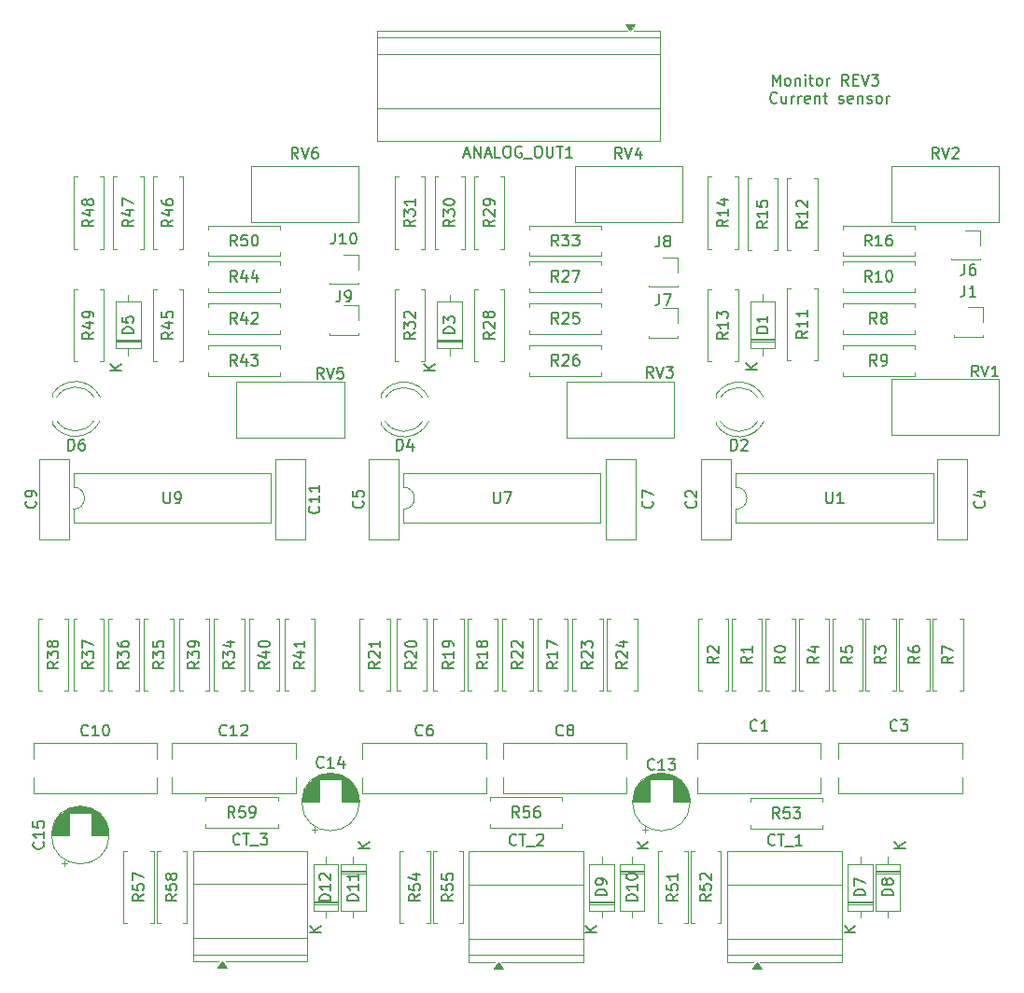
<source format=gbr>
%TF.GenerationSoftware,KiCad,Pcbnew,9.0.3*%
%TF.CreationDate,2026-01-26T07:36:03-05:00*%
%TF.ProjectId,CURRENT-SENSOR,43555252-454e-4542-9d53-454e534f522e,rev?*%
%TF.SameCoordinates,Original*%
%TF.FileFunction,Legend,Top*%
%TF.FilePolarity,Positive*%
%FSLAX46Y46*%
G04 Gerber Fmt 4.6, Leading zero omitted, Abs format (unit mm)*
G04 Created by KiCad (PCBNEW 9.0.3) date 2026-01-26 07:36:03*
%MOMM*%
%LPD*%
G01*
G04 APERTURE LIST*
%ADD10C,0.150000*%
%ADD11C,0.120000*%
G04 APERTURE END LIST*
D10*
X162857142Y-55259875D02*
X162857142Y-54259875D01*
X162857142Y-54259875D02*
X163190475Y-54974160D01*
X163190475Y-54974160D02*
X163523808Y-54259875D01*
X163523808Y-54259875D02*
X163523808Y-55259875D01*
X164142856Y-55259875D02*
X164047618Y-55212256D01*
X164047618Y-55212256D02*
X163999999Y-55164636D01*
X163999999Y-55164636D02*
X163952380Y-55069398D01*
X163952380Y-55069398D02*
X163952380Y-54783684D01*
X163952380Y-54783684D02*
X163999999Y-54688446D01*
X163999999Y-54688446D02*
X164047618Y-54640827D01*
X164047618Y-54640827D02*
X164142856Y-54593208D01*
X164142856Y-54593208D02*
X164285713Y-54593208D01*
X164285713Y-54593208D02*
X164380951Y-54640827D01*
X164380951Y-54640827D02*
X164428570Y-54688446D01*
X164428570Y-54688446D02*
X164476189Y-54783684D01*
X164476189Y-54783684D02*
X164476189Y-55069398D01*
X164476189Y-55069398D02*
X164428570Y-55164636D01*
X164428570Y-55164636D02*
X164380951Y-55212256D01*
X164380951Y-55212256D02*
X164285713Y-55259875D01*
X164285713Y-55259875D02*
X164142856Y-55259875D01*
X164904761Y-54593208D02*
X164904761Y-55259875D01*
X164904761Y-54688446D02*
X164952380Y-54640827D01*
X164952380Y-54640827D02*
X165047618Y-54593208D01*
X165047618Y-54593208D02*
X165190475Y-54593208D01*
X165190475Y-54593208D02*
X165285713Y-54640827D01*
X165285713Y-54640827D02*
X165333332Y-54736065D01*
X165333332Y-54736065D02*
X165333332Y-55259875D01*
X165809523Y-55259875D02*
X165809523Y-54593208D01*
X165809523Y-54259875D02*
X165761904Y-54307494D01*
X165761904Y-54307494D02*
X165809523Y-54355113D01*
X165809523Y-54355113D02*
X165857142Y-54307494D01*
X165857142Y-54307494D02*
X165809523Y-54259875D01*
X165809523Y-54259875D02*
X165809523Y-54355113D01*
X166142856Y-54593208D02*
X166523808Y-54593208D01*
X166285713Y-54259875D02*
X166285713Y-55117017D01*
X166285713Y-55117017D02*
X166333332Y-55212256D01*
X166333332Y-55212256D02*
X166428570Y-55259875D01*
X166428570Y-55259875D02*
X166523808Y-55259875D01*
X166999999Y-55259875D02*
X166904761Y-55212256D01*
X166904761Y-55212256D02*
X166857142Y-55164636D01*
X166857142Y-55164636D02*
X166809523Y-55069398D01*
X166809523Y-55069398D02*
X166809523Y-54783684D01*
X166809523Y-54783684D02*
X166857142Y-54688446D01*
X166857142Y-54688446D02*
X166904761Y-54640827D01*
X166904761Y-54640827D02*
X166999999Y-54593208D01*
X166999999Y-54593208D02*
X167142856Y-54593208D01*
X167142856Y-54593208D02*
X167238094Y-54640827D01*
X167238094Y-54640827D02*
X167285713Y-54688446D01*
X167285713Y-54688446D02*
X167333332Y-54783684D01*
X167333332Y-54783684D02*
X167333332Y-55069398D01*
X167333332Y-55069398D02*
X167285713Y-55164636D01*
X167285713Y-55164636D02*
X167238094Y-55212256D01*
X167238094Y-55212256D02*
X167142856Y-55259875D01*
X167142856Y-55259875D02*
X166999999Y-55259875D01*
X167761904Y-55259875D02*
X167761904Y-54593208D01*
X167761904Y-54783684D02*
X167809523Y-54688446D01*
X167809523Y-54688446D02*
X167857142Y-54640827D01*
X167857142Y-54640827D02*
X167952380Y-54593208D01*
X167952380Y-54593208D02*
X168047618Y-54593208D01*
X169714285Y-55259875D02*
X169380952Y-54783684D01*
X169142857Y-55259875D02*
X169142857Y-54259875D01*
X169142857Y-54259875D02*
X169523809Y-54259875D01*
X169523809Y-54259875D02*
X169619047Y-54307494D01*
X169619047Y-54307494D02*
X169666666Y-54355113D01*
X169666666Y-54355113D02*
X169714285Y-54450351D01*
X169714285Y-54450351D02*
X169714285Y-54593208D01*
X169714285Y-54593208D02*
X169666666Y-54688446D01*
X169666666Y-54688446D02*
X169619047Y-54736065D01*
X169619047Y-54736065D02*
X169523809Y-54783684D01*
X169523809Y-54783684D02*
X169142857Y-54783684D01*
X170142857Y-54736065D02*
X170476190Y-54736065D01*
X170619047Y-55259875D02*
X170142857Y-55259875D01*
X170142857Y-55259875D02*
X170142857Y-54259875D01*
X170142857Y-54259875D02*
X170619047Y-54259875D01*
X170904762Y-54259875D02*
X171238095Y-55259875D01*
X171238095Y-55259875D02*
X171571428Y-54259875D01*
X171809524Y-54259875D02*
X172428571Y-54259875D01*
X172428571Y-54259875D02*
X172095238Y-54640827D01*
X172095238Y-54640827D02*
X172238095Y-54640827D01*
X172238095Y-54640827D02*
X172333333Y-54688446D01*
X172333333Y-54688446D02*
X172380952Y-54736065D01*
X172380952Y-54736065D02*
X172428571Y-54831303D01*
X172428571Y-54831303D02*
X172428571Y-55069398D01*
X172428571Y-55069398D02*
X172380952Y-55164636D01*
X172380952Y-55164636D02*
X172333333Y-55212256D01*
X172333333Y-55212256D02*
X172238095Y-55259875D01*
X172238095Y-55259875D02*
X171952381Y-55259875D01*
X171952381Y-55259875D02*
X171857143Y-55212256D01*
X171857143Y-55212256D02*
X171809524Y-55164636D01*
X163238093Y-56774580D02*
X163190474Y-56822200D01*
X163190474Y-56822200D02*
X163047617Y-56869819D01*
X163047617Y-56869819D02*
X162952379Y-56869819D01*
X162952379Y-56869819D02*
X162809522Y-56822200D01*
X162809522Y-56822200D02*
X162714284Y-56726961D01*
X162714284Y-56726961D02*
X162666665Y-56631723D01*
X162666665Y-56631723D02*
X162619046Y-56441247D01*
X162619046Y-56441247D02*
X162619046Y-56298390D01*
X162619046Y-56298390D02*
X162666665Y-56107914D01*
X162666665Y-56107914D02*
X162714284Y-56012676D01*
X162714284Y-56012676D02*
X162809522Y-55917438D01*
X162809522Y-55917438D02*
X162952379Y-55869819D01*
X162952379Y-55869819D02*
X163047617Y-55869819D01*
X163047617Y-55869819D02*
X163190474Y-55917438D01*
X163190474Y-55917438D02*
X163238093Y-55965057D01*
X164095236Y-56203152D02*
X164095236Y-56869819D01*
X163666665Y-56203152D02*
X163666665Y-56726961D01*
X163666665Y-56726961D02*
X163714284Y-56822200D01*
X163714284Y-56822200D02*
X163809522Y-56869819D01*
X163809522Y-56869819D02*
X163952379Y-56869819D01*
X163952379Y-56869819D02*
X164047617Y-56822200D01*
X164047617Y-56822200D02*
X164095236Y-56774580D01*
X164571427Y-56869819D02*
X164571427Y-56203152D01*
X164571427Y-56393628D02*
X164619046Y-56298390D01*
X164619046Y-56298390D02*
X164666665Y-56250771D01*
X164666665Y-56250771D02*
X164761903Y-56203152D01*
X164761903Y-56203152D02*
X164857141Y-56203152D01*
X165190475Y-56869819D02*
X165190475Y-56203152D01*
X165190475Y-56393628D02*
X165238094Y-56298390D01*
X165238094Y-56298390D02*
X165285713Y-56250771D01*
X165285713Y-56250771D02*
X165380951Y-56203152D01*
X165380951Y-56203152D02*
X165476189Y-56203152D01*
X166190475Y-56822200D02*
X166095237Y-56869819D01*
X166095237Y-56869819D02*
X165904761Y-56869819D01*
X165904761Y-56869819D02*
X165809523Y-56822200D01*
X165809523Y-56822200D02*
X165761904Y-56726961D01*
X165761904Y-56726961D02*
X165761904Y-56346009D01*
X165761904Y-56346009D02*
X165809523Y-56250771D01*
X165809523Y-56250771D02*
X165904761Y-56203152D01*
X165904761Y-56203152D02*
X166095237Y-56203152D01*
X166095237Y-56203152D02*
X166190475Y-56250771D01*
X166190475Y-56250771D02*
X166238094Y-56346009D01*
X166238094Y-56346009D02*
X166238094Y-56441247D01*
X166238094Y-56441247D02*
X165761904Y-56536485D01*
X166666666Y-56203152D02*
X166666666Y-56869819D01*
X166666666Y-56298390D02*
X166714285Y-56250771D01*
X166714285Y-56250771D02*
X166809523Y-56203152D01*
X166809523Y-56203152D02*
X166952380Y-56203152D01*
X166952380Y-56203152D02*
X167047618Y-56250771D01*
X167047618Y-56250771D02*
X167095237Y-56346009D01*
X167095237Y-56346009D02*
X167095237Y-56869819D01*
X167428571Y-56203152D02*
X167809523Y-56203152D01*
X167571428Y-55869819D02*
X167571428Y-56726961D01*
X167571428Y-56726961D02*
X167619047Y-56822200D01*
X167619047Y-56822200D02*
X167714285Y-56869819D01*
X167714285Y-56869819D02*
X167809523Y-56869819D01*
X168857143Y-56822200D02*
X168952381Y-56869819D01*
X168952381Y-56869819D02*
X169142857Y-56869819D01*
X169142857Y-56869819D02*
X169238095Y-56822200D01*
X169238095Y-56822200D02*
X169285714Y-56726961D01*
X169285714Y-56726961D02*
X169285714Y-56679342D01*
X169285714Y-56679342D02*
X169238095Y-56584104D01*
X169238095Y-56584104D02*
X169142857Y-56536485D01*
X169142857Y-56536485D02*
X169000000Y-56536485D01*
X169000000Y-56536485D02*
X168904762Y-56488866D01*
X168904762Y-56488866D02*
X168857143Y-56393628D01*
X168857143Y-56393628D02*
X168857143Y-56346009D01*
X168857143Y-56346009D02*
X168904762Y-56250771D01*
X168904762Y-56250771D02*
X169000000Y-56203152D01*
X169000000Y-56203152D02*
X169142857Y-56203152D01*
X169142857Y-56203152D02*
X169238095Y-56250771D01*
X170095238Y-56822200D02*
X170000000Y-56869819D01*
X170000000Y-56869819D02*
X169809524Y-56869819D01*
X169809524Y-56869819D02*
X169714286Y-56822200D01*
X169714286Y-56822200D02*
X169666667Y-56726961D01*
X169666667Y-56726961D02*
X169666667Y-56346009D01*
X169666667Y-56346009D02*
X169714286Y-56250771D01*
X169714286Y-56250771D02*
X169809524Y-56203152D01*
X169809524Y-56203152D02*
X170000000Y-56203152D01*
X170000000Y-56203152D02*
X170095238Y-56250771D01*
X170095238Y-56250771D02*
X170142857Y-56346009D01*
X170142857Y-56346009D02*
X170142857Y-56441247D01*
X170142857Y-56441247D02*
X169666667Y-56536485D01*
X170571429Y-56203152D02*
X170571429Y-56869819D01*
X170571429Y-56298390D02*
X170619048Y-56250771D01*
X170619048Y-56250771D02*
X170714286Y-56203152D01*
X170714286Y-56203152D02*
X170857143Y-56203152D01*
X170857143Y-56203152D02*
X170952381Y-56250771D01*
X170952381Y-56250771D02*
X171000000Y-56346009D01*
X171000000Y-56346009D02*
X171000000Y-56869819D01*
X171428572Y-56822200D02*
X171523810Y-56869819D01*
X171523810Y-56869819D02*
X171714286Y-56869819D01*
X171714286Y-56869819D02*
X171809524Y-56822200D01*
X171809524Y-56822200D02*
X171857143Y-56726961D01*
X171857143Y-56726961D02*
X171857143Y-56679342D01*
X171857143Y-56679342D02*
X171809524Y-56584104D01*
X171809524Y-56584104D02*
X171714286Y-56536485D01*
X171714286Y-56536485D02*
X171571429Y-56536485D01*
X171571429Y-56536485D02*
X171476191Y-56488866D01*
X171476191Y-56488866D02*
X171428572Y-56393628D01*
X171428572Y-56393628D02*
X171428572Y-56346009D01*
X171428572Y-56346009D02*
X171476191Y-56250771D01*
X171476191Y-56250771D02*
X171571429Y-56203152D01*
X171571429Y-56203152D02*
X171714286Y-56203152D01*
X171714286Y-56203152D02*
X171809524Y-56250771D01*
X172428572Y-56869819D02*
X172333334Y-56822200D01*
X172333334Y-56822200D02*
X172285715Y-56774580D01*
X172285715Y-56774580D02*
X172238096Y-56679342D01*
X172238096Y-56679342D02*
X172238096Y-56393628D01*
X172238096Y-56393628D02*
X172285715Y-56298390D01*
X172285715Y-56298390D02*
X172333334Y-56250771D01*
X172333334Y-56250771D02*
X172428572Y-56203152D01*
X172428572Y-56203152D02*
X172571429Y-56203152D01*
X172571429Y-56203152D02*
X172666667Y-56250771D01*
X172666667Y-56250771D02*
X172714286Y-56298390D01*
X172714286Y-56298390D02*
X172761905Y-56393628D01*
X172761905Y-56393628D02*
X172761905Y-56679342D01*
X172761905Y-56679342D02*
X172714286Y-56774580D01*
X172714286Y-56774580D02*
X172666667Y-56822200D01*
X172666667Y-56822200D02*
X172571429Y-56869819D01*
X172571429Y-56869819D02*
X172428572Y-56869819D01*
X173190477Y-56869819D02*
X173190477Y-56203152D01*
X173190477Y-56393628D02*
X173238096Y-56298390D01*
X173238096Y-56298390D02*
X173285715Y-56250771D01*
X173285715Y-56250771D02*
X173380953Y-56203152D01*
X173380953Y-56203152D02*
X173476191Y-56203152D01*
X134870238Y-61489104D02*
X135346428Y-61489104D01*
X134775000Y-61774819D02*
X135108333Y-60774819D01*
X135108333Y-60774819D02*
X135441666Y-61774819D01*
X135775000Y-61774819D02*
X135775000Y-60774819D01*
X135775000Y-60774819D02*
X136346428Y-61774819D01*
X136346428Y-61774819D02*
X136346428Y-60774819D01*
X136775000Y-61489104D02*
X137251190Y-61489104D01*
X136679762Y-61774819D02*
X137013095Y-60774819D01*
X137013095Y-60774819D02*
X137346428Y-61774819D01*
X138155952Y-61774819D02*
X137679762Y-61774819D01*
X137679762Y-61774819D02*
X137679762Y-60774819D01*
X138679762Y-60774819D02*
X138870238Y-60774819D01*
X138870238Y-60774819D02*
X138965476Y-60822438D01*
X138965476Y-60822438D02*
X139060714Y-60917676D01*
X139060714Y-60917676D02*
X139108333Y-61108152D01*
X139108333Y-61108152D02*
X139108333Y-61441485D01*
X139108333Y-61441485D02*
X139060714Y-61631961D01*
X139060714Y-61631961D02*
X138965476Y-61727200D01*
X138965476Y-61727200D02*
X138870238Y-61774819D01*
X138870238Y-61774819D02*
X138679762Y-61774819D01*
X138679762Y-61774819D02*
X138584524Y-61727200D01*
X138584524Y-61727200D02*
X138489286Y-61631961D01*
X138489286Y-61631961D02*
X138441667Y-61441485D01*
X138441667Y-61441485D02*
X138441667Y-61108152D01*
X138441667Y-61108152D02*
X138489286Y-60917676D01*
X138489286Y-60917676D02*
X138584524Y-60822438D01*
X138584524Y-60822438D02*
X138679762Y-60774819D01*
X140060714Y-60822438D02*
X139965476Y-60774819D01*
X139965476Y-60774819D02*
X139822619Y-60774819D01*
X139822619Y-60774819D02*
X139679762Y-60822438D01*
X139679762Y-60822438D02*
X139584524Y-60917676D01*
X139584524Y-60917676D02*
X139536905Y-61012914D01*
X139536905Y-61012914D02*
X139489286Y-61203390D01*
X139489286Y-61203390D02*
X139489286Y-61346247D01*
X139489286Y-61346247D02*
X139536905Y-61536723D01*
X139536905Y-61536723D02*
X139584524Y-61631961D01*
X139584524Y-61631961D02*
X139679762Y-61727200D01*
X139679762Y-61727200D02*
X139822619Y-61774819D01*
X139822619Y-61774819D02*
X139917857Y-61774819D01*
X139917857Y-61774819D02*
X140060714Y-61727200D01*
X140060714Y-61727200D02*
X140108333Y-61679580D01*
X140108333Y-61679580D02*
X140108333Y-61346247D01*
X140108333Y-61346247D02*
X139917857Y-61346247D01*
X140298810Y-61870057D02*
X141060714Y-61870057D01*
X141489286Y-60774819D02*
X141679762Y-60774819D01*
X141679762Y-60774819D02*
X141775000Y-60822438D01*
X141775000Y-60822438D02*
X141870238Y-60917676D01*
X141870238Y-60917676D02*
X141917857Y-61108152D01*
X141917857Y-61108152D02*
X141917857Y-61441485D01*
X141917857Y-61441485D02*
X141870238Y-61631961D01*
X141870238Y-61631961D02*
X141775000Y-61727200D01*
X141775000Y-61727200D02*
X141679762Y-61774819D01*
X141679762Y-61774819D02*
X141489286Y-61774819D01*
X141489286Y-61774819D02*
X141394048Y-61727200D01*
X141394048Y-61727200D02*
X141298810Y-61631961D01*
X141298810Y-61631961D02*
X141251191Y-61441485D01*
X141251191Y-61441485D02*
X141251191Y-61108152D01*
X141251191Y-61108152D02*
X141298810Y-60917676D01*
X141298810Y-60917676D02*
X141394048Y-60822438D01*
X141394048Y-60822438D02*
X141489286Y-60774819D01*
X142346429Y-60774819D02*
X142346429Y-61584342D01*
X142346429Y-61584342D02*
X142394048Y-61679580D01*
X142394048Y-61679580D02*
X142441667Y-61727200D01*
X142441667Y-61727200D02*
X142536905Y-61774819D01*
X142536905Y-61774819D02*
X142727381Y-61774819D01*
X142727381Y-61774819D02*
X142822619Y-61727200D01*
X142822619Y-61727200D02*
X142870238Y-61679580D01*
X142870238Y-61679580D02*
X142917857Y-61584342D01*
X142917857Y-61584342D02*
X142917857Y-60774819D01*
X143251191Y-60774819D02*
X143822619Y-60774819D01*
X143536905Y-61774819D02*
X143536905Y-60774819D01*
X144679762Y-61774819D02*
X144108334Y-61774819D01*
X144394048Y-61774819D02*
X144394048Y-60774819D01*
X144394048Y-60774819D02*
X144298810Y-60917676D01*
X144298810Y-60917676D02*
X144203572Y-61012914D01*
X144203572Y-61012914D02*
X144108334Y-61060533D01*
X166004819Y-67582857D02*
X165528628Y-67916190D01*
X166004819Y-68154285D02*
X165004819Y-68154285D01*
X165004819Y-68154285D02*
X165004819Y-67773333D01*
X165004819Y-67773333D02*
X165052438Y-67678095D01*
X165052438Y-67678095D02*
X165100057Y-67630476D01*
X165100057Y-67630476D02*
X165195295Y-67582857D01*
X165195295Y-67582857D02*
X165338152Y-67582857D01*
X165338152Y-67582857D02*
X165433390Y-67630476D01*
X165433390Y-67630476D02*
X165481009Y-67678095D01*
X165481009Y-67678095D02*
X165528628Y-67773333D01*
X165528628Y-67773333D02*
X165528628Y-68154285D01*
X166004819Y-66630476D02*
X166004819Y-67201904D01*
X166004819Y-66916190D02*
X165004819Y-66916190D01*
X165004819Y-66916190D02*
X165147676Y-67011428D01*
X165147676Y-67011428D02*
X165242914Y-67106666D01*
X165242914Y-67106666D02*
X165290533Y-67201904D01*
X165100057Y-66249523D02*
X165052438Y-66201904D01*
X165052438Y-66201904D02*
X165004819Y-66106666D01*
X165004819Y-66106666D02*
X165004819Y-65868571D01*
X165004819Y-65868571D02*
X165052438Y-65773333D01*
X165052438Y-65773333D02*
X165100057Y-65725714D01*
X165100057Y-65725714D02*
X165195295Y-65678095D01*
X165195295Y-65678095D02*
X165290533Y-65678095D01*
X165290533Y-65678095D02*
X165433390Y-65725714D01*
X165433390Y-65725714D02*
X166004819Y-66297142D01*
X166004819Y-66297142D02*
X166004819Y-65678095D01*
X98961905Y-88354819D02*
X98961905Y-87354819D01*
X98961905Y-87354819D02*
X99200000Y-87354819D01*
X99200000Y-87354819D02*
X99342857Y-87402438D01*
X99342857Y-87402438D02*
X99438095Y-87497676D01*
X99438095Y-87497676D02*
X99485714Y-87592914D01*
X99485714Y-87592914D02*
X99533333Y-87783390D01*
X99533333Y-87783390D02*
X99533333Y-87926247D01*
X99533333Y-87926247D02*
X99485714Y-88116723D01*
X99485714Y-88116723D02*
X99438095Y-88211961D01*
X99438095Y-88211961D02*
X99342857Y-88307200D01*
X99342857Y-88307200D02*
X99200000Y-88354819D01*
X99200000Y-88354819D02*
X98961905Y-88354819D01*
X100390476Y-87354819D02*
X100200000Y-87354819D01*
X100200000Y-87354819D02*
X100104762Y-87402438D01*
X100104762Y-87402438D02*
X100057143Y-87450057D01*
X100057143Y-87450057D02*
X99961905Y-87592914D01*
X99961905Y-87592914D02*
X99914286Y-87783390D01*
X99914286Y-87783390D02*
X99914286Y-88164342D01*
X99914286Y-88164342D02*
X99961905Y-88259580D01*
X99961905Y-88259580D02*
X100009524Y-88307200D01*
X100009524Y-88307200D02*
X100104762Y-88354819D01*
X100104762Y-88354819D02*
X100295238Y-88354819D01*
X100295238Y-88354819D02*
X100390476Y-88307200D01*
X100390476Y-88307200D02*
X100438095Y-88259580D01*
X100438095Y-88259580D02*
X100485714Y-88164342D01*
X100485714Y-88164342D02*
X100485714Y-87926247D01*
X100485714Y-87926247D02*
X100438095Y-87831009D01*
X100438095Y-87831009D02*
X100390476Y-87783390D01*
X100390476Y-87783390D02*
X100295238Y-87735771D01*
X100295238Y-87735771D02*
X100104762Y-87735771D01*
X100104762Y-87735771D02*
X100009524Y-87783390D01*
X100009524Y-87783390D02*
X99961905Y-87831009D01*
X99961905Y-87831009D02*
X99914286Y-87926247D01*
X133904819Y-107542857D02*
X133428628Y-107876190D01*
X133904819Y-108114285D02*
X132904819Y-108114285D01*
X132904819Y-108114285D02*
X132904819Y-107733333D01*
X132904819Y-107733333D02*
X132952438Y-107638095D01*
X132952438Y-107638095D02*
X133000057Y-107590476D01*
X133000057Y-107590476D02*
X133095295Y-107542857D01*
X133095295Y-107542857D02*
X133238152Y-107542857D01*
X133238152Y-107542857D02*
X133333390Y-107590476D01*
X133333390Y-107590476D02*
X133381009Y-107638095D01*
X133381009Y-107638095D02*
X133428628Y-107733333D01*
X133428628Y-107733333D02*
X133428628Y-108114285D01*
X133904819Y-106590476D02*
X133904819Y-107161904D01*
X133904819Y-106876190D02*
X132904819Y-106876190D01*
X132904819Y-106876190D02*
X133047676Y-106971428D01*
X133047676Y-106971428D02*
X133142914Y-107066666D01*
X133142914Y-107066666D02*
X133190533Y-107161904D01*
X133904819Y-106114285D02*
X133904819Y-105923809D01*
X133904819Y-105923809D02*
X133857200Y-105828571D01*
X133857200Y-105828571D02*
X133809580Y-105780952D01*
X133809580Y-105780952D02*
X133666723Y-105685714D01*
X133666723Y-105685714D02*
X133476247Y-105638095D01*
X133476247Y-105638095D02*
X133095295Y-105638095D01*
X133095295Y-105638095D02*
X133000057Y-105685714D01*
X133000057Y-105685714D02*
X132952438Y-105733333D01*
X132952438Y-105733333D02*
X132904819Y-105828571D01*
X132904819Y-105828571D02*
X132904819Y-106019047D01*
X132904819Y-106019047D02*
X132952438Y-106114285D01*
X132952438Y-106114285D02*
X133000057Y-106161904D01*
X133000057Y-106161904D02*
X133095295Y-106209523D01*
X133095295Y-106209523D02*
X133333390Y-106209523D01*
X133333390Y-106209523D02*
X133428628Y-106161904D01*
X133428628Y-106161904D02*
X133476247Y-106114285D01*
X133476247Y-106114285D02*
X133523866Y-106019047D01*
X133523866Y-106019047D02*
X133523866Y-105828571D01*
X133523866Y-105828571D02*
X133476247Y-105733333D01*
X133476247Y-105733333D02*
X133428628Y-105685714D01*
X133428628Y-105685714D02*
X133333390Y-105638095D01*
X152107142Y-117259580D02*
X152059523Y-117307200D01*
X152059523Y-117307200D02*
X151916666Y-117354819D01*
X151916666Y-117354819D02*
X151821428Y-117354819D01*
X151821428Y-117354819D02*
X151678571Y-117307200D01*
X151678571Y-117307200D02*
X151583333Y-117211961D01*
X151583333Y-117211961D02*
X151535714Y-117116723D01*
X151535714Y-117116723D02*
X151488095Y-116926247D01*
X151488095Y-116926247D02*
X151488095Y-116783390D01*
X151488095Y-116783390D02*
X151535714Y-116592914D01*
X151535714Y-116592914D02*
X151583333Y-116497676D01*
X151583333Y-116497676D02*
X151678571Y-116402438D01*
X151678571Y-116402438D02*
X151821428Y-116354819D01*
X151821428Y-116354819D02*
X151916666Y-116354819D01*
X151916666Y-116354819D02*
X152059523Y-116402438D01*
X152059523Y-116402438D02*
X152107142Y-116450057D01*
X153059523Y-117354819D02*
X152488095Y-117354819D01*
X152773809Y-117354819D02*
X152773809Y-116354819D01*
X152773809Y-116354819D02*
X152678571Y-116497676D01*
X152678571Y-116497676D02*
X152583333Y-116592914D01*
X152583333Y-116592914D02*
X152488095Y-116640533D01*
X153392857Y-116354819D02*
X154011904Y-116354819D01*
X154011904Y-116354819D02*
X153678571Y-116735771D01*
X153678571Y-116735771D02*
X153821428Y-116735771D01*
X153821428Y-116735771D02*
X153916666Y-116783390D01*
X153916666Y-116783390D02*
X153964285Y-116831009D01*
X153964285Y-116831009D02*
X154011904Y-116926247D01*
X154011904Y-116926247D02*
X154011904Y-117164342D01*
X154011904Y-117164342D02*
X153964285Y-117259580D01*
X153964285Y-117259580D02*
X153916666Y-117307200D01*
X153916666Y-117307200D02*
X153821428Y-117354819D01*
X153821428Y-117354819D02*
X153535714Y-117354819D01*
X153535714Y-117354819D02*
X153440476Y-117307200D01*
X153440476Y-117307200D02*
X153392857Y-117259580D01*
X137604819Y-77642857D02*
X137128628Y-77976190D01*
X137604819Y-78214285D02*
X136604819Y-78214285D01*
X136604819Y-78214285D02*
X136604819Y-77833333D01*
X136604819Y-77833333D02*
X136652438Y-77738095D01*
X136652438Y-77738095D02*
X136700057Y-77690476D01*
X136700057Y-77690476D02*
X136795295Y-77642857D01*
X136795295Y-77642857D02*
X136938152Y-77642857D01*
X136938152Y-77642857D02*
X137033390Y-77690476D01*
X137033390Y-77690476D02*
X137081009Y-77738095D01*
X137081009Y-77738095D02*
X137128628Y-77833333D01*
X137128628Y-77833333D02*
X137128628Y-78214285D01*
X136700057Y-77261904D02*
X136652438Y-77214285D01*
X136652438Y-77214285D02*
X136604819Y-77119047D01*
X136604819Y-77119047D02*
X136604819Y-76880952D01*
X136604819Y-76880952D02*
X136652438Y-76785714D01*
X136652438Y-76785714D02*
X136700057Y-76738095D01*
X136700057Y-76738095D02*
X136795295Y-76690476D01*
X136795295Y-76690476D02*
X136890533Y-76690476D01*
X136890533Y-76690476D02*
X137033390Y-76738095D01*
X137033390Y-76738095D02*
X137604819Y-77309523D01*
X137604819Y-77309523D02*
X137604819Y-76690476D01*
X137033390Y-76119047D02*
X136985771Y-76214285D01*
X136985771Y-76214285D02*
X136938152Y-76261904D01*
X136938152Y-76261904D02*
X136842914Y-76309523D01*
X136842914Y-76309523D02*
X136795295Y-76309523D01*
X136795295Y-76309523D02*
X136700057Y-76261904D01*
X136700057Y-76261904D02*
X136652438Y-76214285D01*
X136652438Y-76214285D02*
X136604819Y-76119047D01*
X136604819Y-76119047D02*
X136604819Y-75928571D01*
X136604819Y-75928571D02*
X136652438Y-75833333D01*
X136652438Y-75833333D02*
X136700057Y-75785714D01*
X136700057Y-75785714D02*
X136795295Y-75738095D01*
X136795295Y-75738095D02*
X136842914Y-75738095D01*
X136842914Y-75738095D02*
X136938152Y-75785714D01*
X136938152Y-75785714D02*
X136985771Y-75833333D01*
X136985771Y-75833333D02*
X137033390Y-75928571D01*
X137033390Y-75928571D02*
X137033390Y-76119047D01*
X137033390Y-76119047D02*
X137081009Y-76214285D01*
X137081009Y-76214285D02*
X137128628Y-76261904D01*
X137128628Y-76261904D02*
X137223866Y-76309523D01*
X137223866Y-76309523D02*
X137414342Y-76309523D01*
X137414342Y-76309523D02*
X137509580Y-76261904D01*
X137509580Y-76261904D02*
X137557200Y-76214285D01*
X137557200Y-76214285D02*
X137604819Y-76119047D01*
X137604819Y-76119047D02*
X137604819Y-75928571D01*
X137604819Y-75928571D02*
X137557200Y-75833333D01*
X137557200Y-75833333D02*
X137509580Y-75785714D01*
X137509580Y-75785714D02*
X137414342Y-75738095D01*
X137414342Y-75738095D02*
X137223866Y-75738095D01*
X137223866Y-75738095D02*
X137128628Y-75785714D01*
X137128628Y-75785714D02*
X137081009Y-75833333D01*
X137081009Y-75833333D02*
X137033390Y-75928571D01*
X151909580Y-92966666D02*
X151957200Y-93014285D01*
X151957200Y-93014285D02*
X152004819Y-93157142D01*
X152004819Y-93157142D02*
X152004819Y-93252380D01*
X152004819Y-93252380D02*
X151957200Y-93395237D01*
X151957200Y-93395237D02*
X151861961Y-93490475D01*
X151861961Y-93490475D02*
X151766723Y-93538094D01*
X151766723Y-93538094D02*
X151576247Y-93585713D01*
X151576247Y-93585713D02*
X151433390Y-93585713D01*
X151433390Y-93585713D02*
X151242914Y-93538094D01*
X151242914Y-93538094D02*
X151147676Y-93490475D01*
X151147676Y-93490475D02*
X151052438Y-93395237D01*
X151052438Y-93395237D02*
X151004819Y-93252380D01*
X151004819Y-93252380D02*
X151004819Y-93157142D01*
X151004819Y-93157142D02*
X151052438Y-93014285D01*
X151052438Y-93014285D02*
X151100057Y-92966666D01*
X151004819Y-92633332D02*
X151004819Y-91966666D01*
X151004819Y-91966666D02*
X152004819Y-92395237D01*
X160967319Y-107066666D02*
X160491128Y-107399999D01*
X160967319Y-107638094D02*
X159967319Y-107638094D01*
X159967319Y-107638094D02*
X159967319Y-107257142D01*
X159967319Y-107257142D02*
X160014938Y-107161904D01*
X160014938Y-107161904D02*
X160062557Y-107114285D01*
X160062557Y-107114285D02*
X160157795Y-107066666D01*
X160157795Y-107066666D02*
X160300652Y-107066666D01*
X160300652Y-107066666D02*
X160395890Y-107114285D01*
X160395890Y-107114285D02*
X160443509Y-107161904D01*
X160443509Y-107161904D02*
X160491128Y-107257142D01*
X160491128Y-107257142D02*
X160491128Y-107638094D01*
X160967319Y-106114285D02*
X160967319Y-106685713D01*
X160967319Y-106399999D02*
X159967319Y-106399999D01*
X159967319Y-106399999D02*
X160110176Y-106495237D01*
X160110176Y-106495237D02*
X160205414Y-106590475D01*
X160205414Y-106590475D02*
X160253033Y-106685713D01*
X130854819Y-128642857D02*
X130378628Y-128976190D01*
X130854819Y-129214285D02*
X129854819Y-129214285D01*
X129854819Y-129214285D02*
X129854819Y-128833333D01*
X129854819Y-128833333D02*
X129902438Y-128738095D01*
X129902438Y-128738095D02*
X129950057Y-128690476D01*
X129950057Y-128690476D02*
X130045295Y-128642857D01*
X130045295Y-128642857D02*
X130188152Y-128642857D01*
X130188152Y-128642857D02*
X130283390Y-128690476D01*
X130283390Y-128690476D02*
X130331009Y-128738095D01*
X130331009Y-128738095D02*
X130378628Y-128833333D01*
X130378628Y-128833333D02*
X130378628Y-129214285D01*
X129854819Y-127738095D02*
X129854819Y-128214285D01*
X129854819Y-128214285D02*
X130331009Y-128261904D01*
X130331009Y-128261904D02*
X130283390Y-128214285D01*
X130283390Y-128214285D02*
X130235771Y-128119047D01*
X130235771Y-128119047D02*
X130235771Y-127880952D01*
X130235771Y-127880952D02*
X130283390Y-127785714D01*
X130283390Y-127785714D02*
X130331009Y-127738095D01*
X130331009Y-127738095D02*
X130426247Y-127690476D01*
X130426247Y-127690476D02*
X130664342Y-127690476D01*
X130664342Y-127690476D02*
X130759580Y-127738095D01*
X130759580Y-127738095D02*
X130807200Y-127785714D01*
X130807200Y-127785714D02*
X130854819Y-127880952D01*
X130854819Y-127880952D02*
X130854819Y-128119047D01*
X130854819Y-128119047D02*
X130807200Y-128214285D01*
X130807200Y-128214285D02*
X130759580Y-128261904D01*
X130188152Y-126833333D02*
X130854819Y-126833333D01*
X129807200Y-127071428D02*
X130521485Y-127309523D01*
X130521485Y-127309523D02*
X130521485Y-126690476D01*
X122754819Y-129214285D02*
X121754819Y-129214285D01*
X121754819Y-129214285D02*
X121754819Y-128976190D01*
X121754819Y-128976190D02*
X121802438Y-128833333D01*
X121802438Y-128833333D02*
X121897676Y-128738095D01*
X121897676Y-128738095D02*
X121992914Y-128690476D01*
X121992914Y-128690476D02*
X122183390Y-128642857D01*
X122183390Y-128642857D02*
X122326247Y-128642857D01*
X122326247Y-128642857D02*
X122516723Y-128690476D01*
X122516723Y-128690476D02*
X122611961Y-128738095D01*
X122611961Y-128738095D02*
X122707200Y-128833333D01*
X122707200Y-128833333D02*
X122754819Y-128976190D01*
X122754819Y-128976190D02*
X122754819Y-129214285D01*
X122754819Y-127690476D02*
X122754819Y-128261904D01*
X122754819Y-127976190D02*
X121754819Y-127976190D01*
X121754819Y-127976190D02*
X121897676Y-128071428D01*
X121897676Y-128071428D02*
X121992914Y-128166666D01*
X121992914Y-128166666D02*
X122040533Y-128261904D01*
X121850057Y-127309523D02*
X121802438Y-127261904D01*
X121802438Y-127261904D02*
X121754819Y-127166666D01*
X121754819Y-127166666D02*
X121754819Y-126928571D01*
X121754819Y-126928571D02*
X121802438Y-126833333D01*
X121802438Y-126833333D02*
X121850057Y-126785714D01*
X121850057Y-126785714D02*
X121945295Y-126738095D01*
X121945295Y-126738095D02*
X122040533Y-126738095D01*
X122040533Y-126738095D02*
X122183390Y-126785714D01*
X122183390Y-126785714D02*
X122754819Y-127357142D01*
X122754819Y-127357142D02*
X122754819Y-126738095D01*
X121854819Y-132061904D02*
X120854819Y-132061904D01*
X121854819Y-131490476D02*
X121283390Y-131919047D01*
X120854819Y-131490476D02*
X121426247Y-132061904D01*
X143833333Y-114159580D02*
X143785714Y-114207200D01*
X143785714Y-114207200D02*
X143642857Y-114254819D01*
X143642857Y-114254819D02*
X143547619Y-114254819D01*
X143547619Y-114254819D02*
X143404762Y-114207200D01*
X143404762Y-114207200D02*
X143309524Y-114111961D01*
X143309524Y-114111961D02*
X143261905Y-114016723D01*
X143261905Y-114016723D02*
X143214286Y-113826247D01*
X143214286Y-113826247D02*
X143214286Y-113683390D01*
X143214286Y-113683390D02*
X143261905Y-113492914D01*
X143261905Y-113492914D02*
X143309524Y-113397676D01*
X143309524Y-113397676D02*
X143404762Y-113302438D01*
X143404762Y-113302438D02*
X143547619Y-113254819D01*
X143547619Y-113254819D02*
X143642857Y-113254819D01*
X143642857Y-113254819D02*
X143785714Y-113302438D01*
X143785714Y-113302438D02*
X143833333Y-113350057D01*
X144404762Y-113683390D02*
X144309524Y-113635771D01*
X144309524Y-113635771D02*
X144261905Y-113588152D01*
X144261905Y-113588152D02*
X144214286Y-113492914D01*
X144214286Y-113492914D02*
X144214286Y-113445295D01*
X144214286Y-113445295D02*
X144261905Y-113350057D01*
X144261905Y-113350057D02*
X144309524Y-113302438D01*
X144309524Y-113302438D02*
X144404762Y-113254819D01*
X144404762Y-113254819D02*
X144595238Y-113254819D01*
X144595238Y-113254819D02*
X144690476Y-113302438D01*
X144690476Y-113302438D02*
X144738095Y-113350057D01*
X144738095Y-113350057D02*
X144785714Y-113445295D01*
X144785714Y-113445295D02*
X144785714Y-113492914D01*
X144785714Y-113492914D02*
X144738095Y-113588152D01*
X144738095Y-113588152D02*
X144690476Y-113635771D01*
X144690476Y-113635771D02*
X144595238Y-113683390D01*
X144595238Y-113683390D02*
X144404762Y-113683390D01*
X144404762Y-113683390D02*
X144309524Y-113731009D01*
X144309524Y-113731009D02*
X144261905Y-113778628D01*
X144261905Y-113778628D02*
X144214286Y-113873866D01*
X144214286Y-113873866D02*
X144214286Y-114064342D01*
X144214286Y-114064342D02*
X144261905Y-114159580D01*
X144261905Y-114159580D02*
X144309524Y-114207200D01*
X144309524Y-114207200D02*
X144404762Y-114254819D01*
X144404762Y-114254819D02*
X144595238Y-114254819D01*
X144595238Y-114254819D02*
X144690476Y-114207200D01*
X144690476Y-114207200D02*
X144738095Y-114159580D01*
X144738095Y-114159580D02*
X144785714Y-114064342D01*
X144785714Y-114064342D02*
X144785714Y-113873866D01*
X144785714Y-113873866D02*
X144738095Y-113778628D01*
X144738095Y-113778628D02*
X144690476Y-113731009D01*
X144690476Y-113731009D02*
X144595238Y-113683390D01*
X130554819Y-107542857D02*
X130078628Y-107876190D01*
X130554819Y-108114285D02*
X129554819Y-108114285D01*
X129554819Y-108114285D02*
X129554819Y-107733333D01*
X129554819Y-107733333D02*
X129602438Y-107638095D01*
X129602438Y-107638095D02*
X129650057Y-107590476D01*
X129650057Y-107590476D02*
X129745295Y-107542857D01*
X129745295Y-107542857D02*
X129888152Y-107542857D01*
X129888152Y-107542857D02*
X129983390Y-107590476D01*
X129983390Y-107590476D02*
X130031009Y-107638095D01*
X130031009Y-107638095D02*
X130078628Y-107733333D01*
X130078628Y-107733333D02*
X130078628Y-108114285D01*
X129650057Y-107161904D02*
X129602438Y-107114285D01*
X129602438Y-107114285D02*
X129554819Y-107019047D01*
X129554819Y-107019047D02*
X129554819Y-106780952D01*
X129554819Y-106780952D02*
X129602438Y-106685714D01*
X129602438Y-106685714D02*
X129650057Y-106638095D01*
X129650057Y-106638095D02*
X129745295Y-106590476D01*
X129745295Y-106590476D02*
X129840533Y-106590476D01*
X129840533Y-106590476D02*
X129983390Y-106638095D01*
X129983390Y-106638095D02*
X130554819Y-107209523D01*
X130554819Y-107209523D02*
X130554819Y-106590476D01*
X129554819Y-105971428D02*
X129554819Y-105876190D01*
X129554819Y-105876190D02*
X129602438Y-105780952D01*
X129602438Y-105780952D02*
X129650057Y-105733333D01*
X129650057Y-105733333D02*
X129745295Y-105685714D01*
X129745295Y-105685714D02*
X129935771Y-105638095D01*
X129935771Y-105638095D02*
X130173866Y-105638095D01*
X130173866Y-105638095D02*
X130364342Y-105685714D01*
X130364342Y-105685714D02*
X130459580Y-105733333D01*
X130459580Y-105733333D02*
X130507200Y-105780952D01*
X130507200Y-105780952D02*
X130554819Y-105876190D01*
X130554819Y-105876190D02*
X130554819Y-105971428D01*
X130554819Y-105971428D02*
X130507200Y-106066666D01*
X130507200Y-106066666D02*
X130459580Y-106114285D01*
X130459580Y-106114285D02*
X130364342Y-106161904D01*
X130364342Y-106161904D02*
X130173866Y-106209523D01*
X130173866Y-106209523D02*
X129935771Y-106209523D01*
X129935771Y-106209523D02*
X129745295Y-106161904D01*
X129745295Y-106161904D02*
X129650057Y-106114285D01*
X129650057Y-106114285D02*
X129602438Y-106066666D01*
X129602438Y-106066666D02*
X129554819Y-105971428D01*
X162404819Y-77688094D02*
X161404819Y-77688094D01*
X161404819Y-77688094D02*
X161404819Y-77449999D01*
X161404819Y-77449999D02*
X161452438Y-77307142D01*
X161452438Y-77307142D02*
X161547676Y-77211904D01*
X161547676Y-77211904D02*
X161642914Y-77164285D01*
X161642914Y-77164285D02*
X161833390Y-77116666D01*
X161833390Y-77116666D02*
X161976247Y-77116666D01*
X161976247Y-77116666D02*
X162166723Y-77164285D01*
X162166723Y-77164285D02*
X162261961Y-77211904D01*
X162261961Y-77211904D02*
X162357200Y-77307142D01*
X162357200Y-77307142D02*
X162404819Y-77449999D01*
X162404819Y-77449999D02*
X162404819Y-77688094D01*
X162404819Y-76164285D02*
X162404819Y-76735713D01*
X162404819Y-76449999D02*
X161404819Y-76449999D01*
X161404819Y-76449999D02*
X161547676Y-76545237D01*
X161547676Y-76545237D02*
X161642914Y-76640475D01*
X161642914Y-76640475D02*
X161690533Y-76735713D01*
X161454819Y-81021904D02*
X160454819Y-81021904D01*
X161454819Y-80450476D02*
X160883390Y-80879047D01*
X160454819Y-80450476D02*
X161026247Y-81021904D01*
X167698095Y-92154819D02*
X167698095Y-92964342D01*
X167698095Y-92964342D02*
X167745714Y-93059580D01*
X167745714Y-93059580D02*
X167793333Y-93107200D01*
X167793333Y-93107200D02*
X167888571Y-93154819D01*
X167888571Y-93154819D02*
X168079047Y-93154819D01*
X168079047Y-93154819D02*
X168174285Y-93107200D01*
X168174285Y-93107200D02*
X168221904Y-93059580D01*
X168221904Y-93059580D02*
X168269523Y-92964342D01*
X168269523Y-92964342D02*
X168269523Y-92154819D01*
X169269523Y-93154819D02*
X168698095Y-93154819D01*
X168983809Y-93154819D02*
X168983809Y-92154819D01*
X168983809Y-92154819D02*
X168888571Y-92297676D01*
X168888571Y-92297676D02*
X168793333Y-92392914D01*
X168793333Y-92392914D02*
X168698095Y-92440533D01*
X146504819Y-107542857D02*
X146028628Y-107876190D01*
X146504819Y-108114285D02*
X145504819Y-108114285D01*
X145504819Y-108114285D02*
X145504819Y-107733333D01*
X145504819Y-107733333D02*
X145552438Y-107638095D01*
X145552438Y-107638095D02*
X145600057Y-107590476D01*
X145600057Y-107590476D02*
X145695295Y-107542857D01*
X145695295Y-107542857D02*
X145838152Y-107542857D01*
X145838152Y-107542857D02*
X145933390Y-107590476D01*
X145933390Y-107590476D02*
X145981009Y-107638095D01*
X145981009Y-107638095D02*
X146028628Y-107733333D01*
X146028628Y-107733333D02*
X146028628Y-108114285D01*
X145600057Y-107161904D02*
X145552438Y-107114285D01*
X145552438Y-107114285D02*
X145504819Y-107019047D01*
X145504819Y-107019047D02*
X145504819Y-106780952D01*
X145504819Y-106780952D02*
X145552438Y-106685714D01*
X145552438Y-106685714D02*
X145600057Y-106638095D01*
X145600057Y-106638095D02*
X145695295Y-106590476D01*
X145695295Y-106590476D02*
X145790533Y-106590476D01*
X145790533Y-106590476D02*
X145933390Y-106638095D01*
X145933390Y-106638095D02*
X146504819Y-107209523D01*
X146504819Y-107209523D02*
X146504819Y-106590476D01*
X145504819Y-106257142D02*
X145504819Y-105638095D01*
X145504819Y-105638095D02*
X145885771Y-105971428D01*
X145885771Y-105971428D02*
X145885771Y-105828571D01*
X145885771Y-105828571D02*
X145933390Y-105733333D01*
X145933390Y-105733333D02*
X145981009Y-105685714D01*
X145981009Y-105685714D02*
X146076247Y-105638095D01*
X146076247Y-105638095D02*
X146314342Y-105638095D01*
X146314342Y-105638095D02*
X146409580Y-105685714D01*
X146409580Y-105685714D02*
X146457200Y-105733333D01*
X146457200Y-105733333D02*
X146504819Y-105828571D01*
X146504819Y-105828571D02*
X146504819Y-106114285D01*
X146504819Y-106114285D02*
X146457200Y-106209523D01*
X146457200Y-106209523D02*
X146409580Y-106257142D01*
X130404819Y-67442857D02*
X129928628Y-67776190D01*
X130404819Y-68014285D02*
X129404819Y-68014285D01*
X129404819Y-68014285D02*
X129404819Y-67633333D01*
X129404819Y-67633333D02*
X129452438Y-67538095D01*
X129452438Y-67538095D02*
X129500057Y-67490476D01*
X129500057Y-67490476D02*
X129595295Y-67442857D01*
X129595295Y-67442857D02*
X129738152Y-67442857D01*
X129738152Y-67442857D02*
X129833390Y-67490476D01*
X129833390Y-67490476D02*
X129881009Y-67538095D01*
X129881009Y-67538095D02*
X129928628Y-67633333D01*
X129928628Y-67633333D02*
X129928628Y-68014285D01*
X129404819Y-67109523D02*
X129404819Y-66490476D01*
X129404819Y-66490476D02*
X129785771Y-66823809D01*
X129785771Y-66823809D02*
X129785771Y-66680952D01*
X129785771Y-66680952D02*
X129833390Y-66585714D01*
X129833390Y-66585714D02*
X129881009Y-66538095D01*
X129881009Y-66538095D02*
X129976247Y-66490476D01*
X129976247Y-66490476D02*
X130214342Y-66490476D01*
X130214342Y-66490476D02*
X130309580Y-66538095D01*
X130309580Y-66538095D02*
X130357200Y-66585714D01*
X130357200Y-66585714D02*
X130404819Y-66680952D01*
X130404819Y-66680952D02*
X130404819Y-66966666D01*
X130404819Y-66966666D02*
X130357200Y-67061904D01*
X130357200Y-67061904D02*
X130309580Y-67109523D01*
X130404819Y-65538095D02*
X130404819Y-66109523D01*
X130404819Y-65823809D02*
X129404819Y-65823809D01*
X129404819Y-65823809D02*
X129547676Y-65919047D01*
X129547676Y-65919047D02*
X129642914Y-66014285D01*
X129642914Y-66014285D02*
X129690533Y-66109523D01*
X107618095Y-92154819D02*
X107618095Y-92964342D01*
X107618095Y-92964342D02*
X107665714Y-93059580D01*
X107665714Y-93059580D02*
X107713333Y-93107200D01*
X107713333Y-93107200D02*
X107808571Y-93154819D01*
X107808571Y-93154819D02*
X107999047Y-93154819D01*
X107999047Y-93154819D02*
X108094285Y-93107200D01*
X108094285Y-93107200D02*
X108141904Y-93059580D01*
X108141904Y-93059580D02*
X108189523Y-92964342D01*
X108189523Y-92964342D02*
X108189523Y-92154819D01*
X108713333Y-93154819D02*
X108903809Y-93154819D01*
X108903809Y-93154819D02*
X108999047Y-93107200D01*
X108999047Y-93107200D02*
X109046666Y-93059580D01*
X109046666Y-93059580D02*
X109141904Y-92916723D01*
X109141904Y-92916723D02*
X109189523Y-92726247D01*
X109189523Y-92726247D02*
X109189523Y-92345295D01*
X109189523Y-92345295D02*
X109141904Y-92250057D01*
X109141904Y-92250057D02*
X109094285Y-92202438D01*
X109094285Y-92202438D02*
X108999047Y-92154819D01*
X108999047Y-92154819D02*
X108808571Y-92154819D01*
X108808571Y-92154819D02*
X108713333Y-92202438D01*
X108713333Y-92202438D02*
X108665714Y-92250057D01*
X108665714Y-92250057D02*
X108618095Y-92345295D01*
X108618095Y-92345295D02*
X108618095Y-92583390D01*
X108618095Y-92583390D02*
X108665714Y-92678628D01*
X108665714Y-92678628D02*
X108713333Y-92726247D01*
X108713333Y-92726247D02*
X108808571Y-92773866D01*
X108808571Y-92773866D02*
X108999047Y-92773866D01*
X108999047Y-92773866D02*
X109094285Y-92726247D01*
X109094285Y-92726247D02*
X109141904Y-92678628D01*
X109141904Y-92678628D02*
X109189523Y-92583390D01*
X152566666Y-74154819D02*
X152566666Y-74869104D01*
X152566666Y-74869104D02*
X152519047Y-75011961D01*
X152519047Y-75011961D02*
X152423809Y-75107200D01*
X152423809Y-75107200D02*
X152280952Y-75154819D01*
X152280952Y-75154819D02*
X152185714Y-75154819D01*
X152947619Y-74154819D02*
X153614285Y-74154819D01*
X153614285Y-74154819D02*
X153185714Y-75154819D01*
X143407142Y-76854819D02*
X143073809Y-76378628D01*
X142835714Y-76854819D02*
X142835714Y-75854819D01*
X142835714Y-75854819D02*
X143216666Y-75854819D01*
X143216666Y-75854819D02*
X143311904Y-75902438D01*
X143311904Y-75902438D02*
X143359523Y-75950057D01*
X143359523Y-75950057D02*
X143407142Y-76045295D01*
X143407142Y-76045295D02*
X143407142Y-76188152D01*
X143407142Y-76188152D02*
X143359523Y-76283390D01*
X143359523Y-76283390D02*
X143311904Y-76331009D01*
X143311904Y-76331009D02*
X143216666Y-76378628D01*
X143216666Y-76378628D02*
X142835714Y-76378628D01*
X143788095Y-75950057D02*
X143835714Y-75902438D01*
X143835714Y-75902438D02*
X143930952Y-75854819D01*
X143930952Y-75854819D02*
X144169047Y-75854819D01*
X144169047Y-75854819D02*
X144264285Y-75902438D01*
X144264285Y-75902438D02*
X144311904Y-75950057D01*
X144311904Y-75950057D02*
X144359523Y-76045295D01*
X144359523Y-76045295D02*
X144359523Y-76140533D01*
X144359523Y-76140533D02*
X144311904Y-76283390D01*
X144311904Y-76283390D02*
X143740476Y-76854819D01*
X143740476Y-76854819D02*
X144359523Y-76854819D01*
X145264285Y-75854819D02*
X144788095Y-75854819D01*
X144788095Y-75854819D02*
X144740476Y-76331009D01*
X144740476Y-76331009D02*
X144788095Y-76283390D01*
X144788095Y-76283390D02*
X144883333Y-76235771D01*
X144883333Y-76235771D02*
X145121428Y-76235771D01*
X145121428Y-76235771D02*
X145216666Y-76283390D01*
X145216666Y-76283390D02*
X145264285Y-76331009D01*
X145264285Y-76331009D02*
X145311904Y-76426247D01*
X145311904Y-76426247D02*
X145311904Y-76664342D01*
X145311904Y-76664342D02*
X145264285Y-76759580D01*
X145264285Y-76759580D02*
X145216666Y-76807200D01*
X145216666Y-76807200D02*
X145121428Y-76854819D01*
X145121428Y-76854819D02*
X144883333Y-76854819D01*
X144883333Y-76854819D02*
X144788095Y-76807200D01*
X144788095Y-76807200D02*
X144740476Y-76759580D01*
X139857142Y-121654819D02*
X139523809Y-121178628D01*
X139285714Y-121654819D02*
X139285714Y-120654819D01*
X139285714Y-120654819D02*
X139666666Y-120654819D01*
X139666666Y-120654819D02*
X139761904Y-120702438D01*
X139761904Y-120702438D02*
X139809523Y-120750057D01*
X139809523Y-120750057D02*
X139857142Y-120845295D01*
X139857142Y-120845295D02*
X139857142Y-120988152D01*
X139857142Y-120988152D02*
X139809523Y-121083390D01*
X139809523Y-121083390D02*
X139761904Y-121131009D01*
X139761904Y-121131009D02*
X139666666Y-121178628D01*
X139666666Y-121178628D02*
X139285714Y-121178628D01*
X140761904Y-120654819D02*
X140285714Y-120654819D01*
X140285714Y-120654819D02*
X140238095Y-121131009D01*
X140238095Y-121131009D02*
X140285714Y-121083390D01*
X140285714Y-121083390D02*
X140380952Y-121035771D01*
X140380952Y-121035771D02*
X140619047Y-121035771D01*
X140619047Y-121035771D02*
X140714285Y-121083390D01*
X140714285Y-121083390D02*
X140761904Y-121131009D01*
X140761904Y-121131009D02*
X140809523Y-121226247D01*
X140809523Y-121226247D02*
X140809523Y-121464342D01*
X140809523Y-121464342D02*
X140761904Y-121559580D01*
X140761904Y-121559580D02*
X140714285Y-121607200D01*
X140714285Y-121607200D02*
X140619047Y-121654819D01*
X140619047Y-121654819D02*
X140380952Y-121654819D01*
X140380952Y-121654819D02*
X140285714Y-121607200D01*
X140285714Y-121607200D02*
X140238095Y-121559580D01*
X141666666Y-120654819D02*
X141476190Y-120654819D01*
X141476190Y-120654819D02*
X141380952Y-120702438D01*
X141380952Y-120702438D02*
X141333333Y-120750057D01*
X141333333Y-120750057D02*
X141238095Y-120892914D01*
X141238095Y-120892914D02*
X141190476Y-121083390D01*
X141190476Y-121083390D02*
X141190476Y-121464342D01*
X141190476Y-121464342D02*
X141238095Y-121559580D01*
X141238095Y-121559580D02*
X141285714Y-121607200D01*
X141285714Y-121607200D02*
X141380952Y-121654819D01*
X141380952Y-121654819D02*
X141571428Y-121654819D01*
X141571428Y-121654819D02*
X141666666Y-121607200D01*
X141666666Y-121607200D02*
X141714285Y-121559580D01*
X141714285Y-121559580D02*
X141761904Y-121464342D01*
X141761904Y-121464342D02*
X141761904Y-121226247D01*
X141761904Y-121226247D02*
X141714285Y-121131009D01*
X141714285Y-121131009D02*
X141666666Y-121083390D01*
X141666666Y-121083390D02*
X141571428Y-121035771D01*
X141571428Y-121035771D02*
X141380952Y-121035771D01*
X141380952Y-121035771D02*
X141285714Y-121083390D01*
X141285714Y-121083390D02*
X141238095Y-121131009D01*
X141238095Y-121131009D02*
X141190476Y-121226247D01*
X170079819Y-107066666D02*
X169603628Y-107399999D01*
X170079819Y-107638094D02*
X169079819Y-107638094D01*
X169079819Y-107638094D02*
X169079819Y-107257142D01*
X169079819Y-107257142D02*
X169127438Y-107161904D01*
X169127438Y-107161904D02*
X169175057Y-107114285D01*
X169175057Y-107114285D02*
X169270295Y-107066666D01*
X169270295Y-107066666D02*
X169413152Y-107066666D01*
X169413152Y-107066666D02*
X169508390Y-107114285D01*
X169508390Y-107114285D02*
X169556009Y-107161904D01*
X169556009Y-107161904D02*
X169603628Y-107257142D01*
X169603628Y-107257142D02*
X169603628Y-107638094D01*
X169079819Y-106161904D02*
X169079819Y-106638094D01*
X169079819Y-106638094D02*
X169556009Y-106685713D01*
X169556009Y-106685713D02*
X169508390Y-106638094D01*
X169508390Y-106638094D02*
X169460771Y-106542856D01*
X169460771Y-106542856D02*
X169460771Y-106304761D01*
X169460771Y-106304761D02*
X169508390Y-106209523D01*
X169508390Y-106209523D02*
X169556009Y-106161904D01*
X169556009Y-106161904D02*
X169651247Y-106114285D01*
X169651247Y-106114285D02*
X169889342Y-106114285D01*
X169889342Y-106114285D02*
X169984580Y-106161904D01*
X169984580Y-106161904D02*
X170032200Y-106209523D01*
X170032200Y-106209523D02*
X170079819Y-106304761D01*
X170079819Y-106304761D02*
X170079819Y-106542856D01*
X170079819Y-106542856D02*
X170032200Y-106638094D01*
X170032200Y-106638094D02*
X169984580Y-106685713D01*
X181504761Y-81654819D02*
X181171428Y-81178628D01*
X180933333Y-81654819D02*
X180933333Y-80654819D01*
X180933333Y-80654819D02*
X181314285Y-80654819D01*
X181314285Y-80654819D02*
X181409523Y-80702438D01*
X181409523Y-80702438D02*
X181457142Y-80750057D01*
X181457142Y-80750057D02*
X181504761Y-80845295D01*
X181504761Y-80845295D02*
X181504761Y-80988152D01*
X181504761Y-80988152D02*
X181457142Y-81083390D01*
X181457142Y-81083390D02*
X181409523Y-81131009D01*
X181409523Y-81131009D02*
X181314285Y-81178628D01*
X181314285Y-81178628D02*
X180933333Y-81178628D01*
X181790476Y-80654819D02*
X182123809Y-81654819D01*
X182123809Y-81654819D02*
X182457142Y-80654819D01*
X183314285Y-81654819D02*
X182742857Y-81654819D01*
X183028571Y-81654819D02*
X183028571Y-80654819D01*
X183028571Y-80654819D02*
X182933333Y-80797676D01*
X182933333Y-80797676D02*
X182838095Y-80892914D01*
X182838095Y-80892914D02*
X182742857Y-80940533D01*
X177914761Y-61894819D02*
X177581428Y-61418628D01*
X177343333Y-61894819D02*
X177343333Y-60894819D01*
X177343333Y-60894819D02*
X177724285Y-60894819D01*
X177724285Y-60894819D02*
X177819523Y-60942438D01*
X177819523Y-60942438D02*
X177867142Y-60990057D01*
X177867142Y-60990057D02*
X177914761Y-61085295D01*
X177914761Y-61085295D02*
X177914761Y-61228152D01*
X177914761Y-61228152D02*
X177867142Y-61323390D01*
X177867142Y-61323390D02*
X177819523Y-61371009D01*
X177819523Y-61371009D02*
X177724285Y-61418628D01*
X177724285Y-61418628D02*
X177343333Y-61418628D01*
X178200476Y-60894819D02*
X178533809Y-61894819D01*
X178533809Y-61894819D02*
X178867142Y-60894819D01*
X179152857Y-60990057D02*
X179200476Y-60942438D01*
X179200476Y-60942438D02*
X179295714Y-60894819D01*
X179295714Y-60894819D02*
X179533809Y-60894819D01*
X179533809Y-60894819D02*
X179629047Y-60942438D01*
X179629047Y-60942438D02*
X179676666Y-60990057D01*
X179676666Y-60990057D02*
X179724285Y-61085295D01*
X179724285Y-61085295D02*
X179724285Y-61180533D01*
X179724285Y-61180533D02*
X179676666Y-61323390D01*
X179676666Y-61323390D02*
X179105238Y-61894819D01*
X179105238Y-61894819D02*
X179724285Y-61894819D01*
X128761905Y-88354819D02*
X128761905Y-87354819D01*
X128761905Y-87354819D02*
X129000000Y-87354819D01*
X129000000Y-87354819D02*
X129142857Y-87402438D01*
X129142857Y-87402438D02*
X129238095Y-87497676D01*
X129238095Y-87497676D02*
X129285714Y-87592914D01*
X129285714Y-87592914D02*
X129333333Y-87783390D01*
X129333333Y-87783390D02*
X129333333Y-87926247D01*
X129333333Y-87926247D02*
X129285714Y-88116723D01*
X129285714Y-88116723D02*
X129238095Y-88211961D01*
X129238095Y-88211961D02*
X129142857Y-88307200D01*
X129142857Y-88307200D02*
X129000000Y-88354819D01*
X129000000Y-88354819D02*
X128761905Y-88354819D01*
X130190476Y-87688152D02*
X130190476Y-88354819D01*
X129952381Y-87307200D02*
X129714286Y-88021485D01*
X129714286Y-88021485D02*
X130333333Y-88021485D01*
X158804819Y-67442857D02*
X158328628Y-67776190D01*
X158804819Y-68014285D02*
X157804819Y-68014285D01*
X157804819Y-68014285D02*
X157804819Y-67633333D01*
X157804819Y-67633333D02*
X157852438Y-67538095D01*
X157852438Y-67538095D02*
X157900057Y-67490476D01*
X157900057Y-67490476D02*
X157995295Y-67442857D01*
X157995295Y-67442857D02*
X158138152Y-67442857D01*
X158138152Y-67442857D02*
X158233390Y-67490476D01*
X158233390Y-67490476D02*
X158281009Y-67538095D01*
X158281009Y-67538095D02*
X158328628Y-67633333D01*
X158328628Y-67633333D02*
X158328628Y-68014285D01*
X158804819Y-66490476D02*
X158804819Y-67061904D01*
X158804819Y-66776190D02*
X157804819Y-66776190D01*
X157804819Y-66776190D02*
X157947676Y-66871428D01*
X157947676Y-66871428D02*
X158042914Y-66966666D01*
X158042914Y-66966666D02*
X158090533Y-67061904D01*
X158138152Y-65633333D02*
X158804819Y-65633333D01*
X157757200Y-65871428D02*
X158471485Y-66109523D01*
X158471485Y-66109523D02*
X158471485Y-65490476D01*
X149654819Y-107542857D02*
X149178628Y-107876190D01*
X149654819Y-108114285D02*
X148654819Y-108114285D01*
X148654819Y-108114285D02*
X148654819Y-107733333D01*
X148654819Y-107733333D02*
X148702438Y-107638095D01*
X148702438Y-107638095D02*
X148750057Y-107590476D01*
X148750057Y-107590476D02*
X148845295Y-107542857D01*
X148845295Y-107542857D02*
X148988152Y-107542857D01*
X148988152Y-107542857D02*
X149083390Y-107590476D01*
X149083390Y-107590476D02*
X149131009Y-107638095D01*
X149131009Y-107638095D02*
X149178628Y-107733333D01*
X149178628Y-107733333D02*
X149178628Y-108114285D01*
X148750057Y-107161904D02*
X148702438Y-107114285D01*
X148702438Y-107114285D02*
X148654819Y-107019047D01*
X148654819Y-107019047D02*
X148654819Y-106780952D01*
X148654819Y-106780952D02*
X148702438Y-106685714D01*
X148702438Y-106685714D02*
X148750057Y-106638095D01*
X148750057Y-106638095D02*
X148845295Y-106590476D01*
X148845295Y-106590476D02*
X148940533Y-106590476D01*
X148940533Y-106590476D02*
X149083390Y-106638095D01*
X149083390Y-106638095D02*
X149654819Y-107209523D01*
X149654819Y-107209523D02*
X149654819Y-106590476D01*
X148988152Y-105733333D02*
X149654819Y-105733333D01*
X148607200Y-105971428D02*
X149321485Y-106209523D01*
X149321485Y-106209523D02*
X149321485Y-105590476D01*
X121659580Y-93442857D02*
X121707200Y-93490476D01*
X121707200Y-93490476D02*
X121754819Y-93633333D01*
X121754819Y-93633333D02*
X121754819Y-93728571D01*
X121754819Y-93728571D02*
X121707200Y-93871428D01*
X121707200Y-93871428D02*
X121611961Y-93966666D01*
X121611961Y-93966666D02*
X121516723Y-94014285D01*
X121516723Y-94014285D02*
X121326247Y-94061904D01*
X121326247Y-94061904D02*
X121183390Y-94061904D01*
X121183390Y-94061904D02*
X120992914Y-94014285D01*
X120992914Y-94014285D02*
X120897676Y-93966666D01*
X120897676Y-93966666D02*
X120802438Y-93871428D01*
X120802438Y-93871428D02*
X120754819Y-93728571D01*
X120754819Y-93728571D02*
X120754819Y-93633333D01*
X120754819Y-93633333D02*
X120802438Y-93490476D01*
X120802438Y-93490476D02*
X120850057Y-93442857D01*
X121754819Y-92490476D02*
X121754819Y-93061904D01*
X121754819Y-92776190D02*
X120754819Y-92776190D01*
X120754819Y-92776190D02*
X120897676Y-92871428D01*
X120897676Y-92871428D02*
X120992914Y-92966666D01*
X120992914Y-92966666D02*
X121040533Y-93061904D01*
X121754819Y-91538095D02*
X121754819Y-92109523D01*
X121754819Y-91823809D02*
X120754819Y-91823809D01*
X120754819Y-91823809D02*
X120897676Y-91919047D01*
X120897676Y-91919047D02*
X120992914Y-92014285D01*
X120992914Y-92014285D02*
X121040533Y-92109523D01*
X101240533Y-107542857D02*
X100764342Y-107876190D01*
X101240533Y-108114285D02*
X100240533Y-108114285D01*
X100240533Y-108114285D02*
X100240533Y-107733333D01*
X100240533Y-107733333D02*
X100288152Y-107638095D01*
X100288152Y-107638095D02*
X100335771Y-107590476D01*
X100335771Y-107590476D02*
X100431009Y-107542857D01*
X100431009Y-107542857D02*
X100573866Y-107542857D01*
X100573866Y-107542857D02*
X100669104Y-107590476D01*
X100669104Y-107590476D02*
X100716723Y-107638095D01*
X100716723Y-107638095D02*
X100764342Y-107733333D01*
X100764342Y-107733333D02*
X100764342Y-108114285D01*
X100240533Y-107209523D02*
X100240533Y-106590476D01*
X100240533Y-106590476D02*
X100621485Y-106923809D01*
X100621485Y-106923809D02*
X100621485Y-106780952D01*
X100621485Y-106780952D02*
X100669104Y-106685714D01*
X100669104Y-106685714D02*
X100716723Y-106638095D01*
X100716723Y-106638095D02*
X100811961Y-106590476D01*
X100811961Y-106590476D02*
X101050056Y-106590476D01*
X101050056Y-106590476D02*
X101145294Y-106638095D01*
X101145294Y-106638095D02*
X101192914Y-106685714D01*
X101192914Y-106685714D02*
X101240533Y-106780952D01*
X101240533Y-106780952D02*
X101240533Y-107066666D01*
X101240533Y-107066666D02*
X101192914Y-107161904D01*
X101192914Y-107161904D02*
X101145294Y-107209523D01*
X100240533Y-106257142D02*
X100240533Y-105590476D01*
X100240533Y-105590476D02*
X101240533Y-106019047D01*
X100757142Y-114159580D02*
X100709523Y-114207200D01*
X100709523Y-114207200D02*
X100566666Y-114254819D01*
X100566666Y-114254819D02*
X100471428Y-114254819D01*
X100471428Y-114254819D02*
X100328571Y-114207200D01*
X100328571Y-114207200D02*
X100233333Y-114111961D01*
X100233333Y-114111961D02*
X100185714Y-114016723D01*
X100185714Y-114016723D02*
X100138095Y-113826247D01*
X100138095Y-113826247D02*
X100138095Y-113683390D01*
X100138095Y-113683390D02*
X100185714Y-113492914D01*
X100185714Y-113492914D02*
X100233333Y-113397676D01*
X100233333Y-113397676D02*
X100328571Y-113302438D01*
X100328571Y-113302438D02*
X100471428Y-113254819D01*
X100471428Y-113254819D02*
X100566666Y-113254819D01*
X100566666Y-113254819D02*
X100709523Y-113302438D01*
X100709523Y-113302438D02*
X100757142Y-113350057D01*
X101709523Y-114254819D02*
X101138095Y-114254819D01*
X101423809Y-114254819D02*
X101423809Y-113254819D01*
X101423809Y-113254819D02*
X101328571Y-113397676D01*
X101328571Y-113397676D02*
X101233333Y-113492914D01*
X101233333Y-113492914D02*
X101138095Y-113540533D01*
X102328571Y-113254819D02*
X102423809Y-113254819D01*
X102423809Y-113254819D02*
X102519047Y-113302438D01*
X102519047Y-113302438D02*
X102566666Y-113350057D01*
X102566666Y-113350057D02*
X102614285Y-113445295D01*
X102614285Y-113445295D02*
X102661904Y-113635771D01*
X102661904Y-113635771D02*
X102661904Y-113873866D01*
X102661904Y-113873866D02*
X102614285Y-114064342D01*
X102614285Y-114064342D02*
X102566666Y-114159580D01*
X102566666Y-114159580D02*
X102519047Y-114207200D01*
X102519047Y-114207200D02*
X102423809Y-114254819D01*
X102423809Y-114254819D02*
X102328571Y-114254819D01*
X102328571Y-114254819D02*
X102233333Y-114207200D01*
X102233333Y-114207200D02*
X102185714Y-114159580D01*
X102185714Y-114159580D02*
X102138095Y-114064342D01*
X102138095Y-114064342D02*
X102090476Y-113873866D01*
X102090476Y-113873866D02*
X102090476Y-113635771D01*
X102090476Y-113635771D02*
X102138095Y-113445295D01*
X102138095Y-113445295D02*
X102185714Y-113350057D01*
X102185714Y-113350057D02*
X102233333Y-113302438D01*
X102233333Y-113302438D02*
X102328571Y-113254819D01*
X114257142Y-69804819D02*
X113923809Y-69328628D01*
X113685714Y-69804819D02*
X113685714Y-68804819D01*
X113685714Y-68804819D02*
X114066666Y-68804819D01*
X114066666Y-68804819D02*
X114161904Y-68852438D01*
X114161904Y-68852438D02*
X114209523Y-68900057D01*
X114209523Y-68900057D02*
X114257142Y-68995295D01*
X114257142Y-68995295D02*
X114257142Y-69138152D01*
X114257142Y-69138152D02*
X114209523Y-69233390D01*
X114209523Y-69233390D02*
X114161904Y-69281009D01*
X114161904Y-69281009D02*
X114066666Y-69328628D01*
X114066666Y-69328628D02*
X113685714Y-69328628D01*
X115161904Y-68804819D02*
X114685714Y-68804819D01*
X114685714Y-68804819D02*
X114638095Y-69281009D01*
X114638095Y-69281009D02*
X114685714Y-69233390D01*
X114685714Y-69233390D02*
X114780952Y-69185771D01*
X114780952Y-69185771D02*
X115019047Y-69185771D01*
X115019047Y-69185771D02*
X115114285Y-69233390D01*
X115114285Y-69233390D02*
X115161904Y-69281009D01*
X115161904Y-69281009D02*
X115209523Y-69376247D01*
X115209523Y-69376247D02*
X115209523Y-69614342D01*
X115209523Y-69614342D02*
X115161904Y-69709580D01*
X115161904Y-69709580D02*
X115114285Y-69757200D01*
X115114285Y-69757200D02*
X115019047Y-69804819D01*
X115019047Y-69804819D02*
X114780952Y-69804819D01*
X114780952Y-69804819D02*
X114685714Y-69757200D01*
X114685714Y-69757200D02*
X114638095Y-69709580D01*
X115828571Y-68804819D02*
X115923809Y-68804819D01*
X115923809Y-68804819D02*
X116019047Y-68852438D01*
X116019047Y-68852438D02*
X116066666Y-68900057D01*
X116066666Y-68900057D02*
X116114285Y-68995295D01*
X116114285Y-68995295D02*
X116161904Y-69185771D01*
X116161904Y-69185771D02*
X116161904Y-69423866D01*
X116161904Y-69423866D02*
X116114285Y-69614342D01*
X116114285Y-69614342D02*
X116066666Y-69709580D01*
X116066666Y-69709580D02*
X116019047Y-69757200D01*
X116019047Y-69757200D02*
X115923809Y-69804819D01*
X115923809Y-69804819D02*
X115828571Y-69804819D01*
X115828571Y-69804819D02*
X115733333Y-69757200D01*
X115733333Y-69757200D02*
X115685714Y-69709580D01*
X115685714Y-69709580D02*
X115638095Y-69614342D01*
X115638095Y-69614342D02*
X115590476Y-69423866D01*
X115590476Y-69423866D02*
X115590476Y-69185771D01*
X115590476Y-69185771D02*
X115638095Y-68995295D01*
X115638095Y-68995295D02*
X115685714Y-68900057D01*
X115685714Y-68900057D02*
X115733333Y-68852438D01*
X115733333Y-68852438D02*
X115828571Y-68804819D01*
X176154819Y-107066666D02*
X175678628Y-107399999D01*
X176154819Y-107638094D02*
X175154819Y-107638094D01*
X175154819Y-107638094D02*
X175154819Y-107257142D01*
X175154819Y-107257142D02*
X175202438Y-107161904D01*
X175202438Y-107161904D02*
X175250057Y-107114285D01*
X175250057Y-107114285D02*
X175345295Y-107066666D01*
X175345295Y-107066666D02*
X175488152Y-107066666D01*
X175488152Y-107066666D02*
X175583390Y-107114285D01*
X175583390Y-107114285D02*
X175631009Y-107161904D01*
X175631009Y-107161904D02*
X175678628Y-107257142D01*
X175678628Y-107257142D02*
X175678628Y-107638094D01*
X175154819Y-106209523D02*
X175154819Y-106399999D01*
X175154819Y-106399999D02*
X175202438Y-106495237D01*
X175202438Y-106495237D02*
X175250057Y-106542856D01*
X175250057Y-106542856D02*
X175392914Y-106638094D01*
X175392914Y-106638094D02*
X175583390Y-106685713D01*
X175583390Y-106685713D02*
X175964342Y-106685713D01*
X175964342Y-106685713D02*
X176059580Y-106638094D01*
X176059580Y-106638094D02*
X176107200Y-106590475D01*
X176107200Y-106590475D02*
X176154819Y-106495237D01*
X176154819Y-106495237D02*
X176154819Y-106304761D01*
X176154819Y-106304761D02*
X176107200Y-106209523D01*
X176107200Y-106209523D02*
X176059580Y-106161904D01*
X176059580Y-106161904D02*
X175964342Y-106114285D01*
X175964342Y-106114285D02*
X175726247Y-106114285D01*
X175726247Y-106114285D02*
X175631009Y-106161904D01*
X175631009Y-106161904D02*
X175583390Y-106209523D01*
X175583390Y-106209523D02*
X175535771Y-106304761D01*
X175535771Y-106304761D02*
X175535771Y-106495237D01*
X175535771Y-106495237D02*
X175583390Y-106590475D01*
X175583390Y-106590475D02*
X175631009Y-106638094D01*
X175631009Y-106638094D02*
X175726247Y-106685713D01*
X110819105Y-107542857D02*
X110342914Y-107876190D01*
X110819105Y-108114285D02*
X109819105Y-108114285D01*
X109819105Y-108114285D02*
X109819105Y-107733333D01*
X109819105Y-107733333D02*
X109866724Y-107638095D01*
X109866724Y-107638095D02*
X109914343Y-107590476D01*
X109914343Y-107590476D02*
X110009581Y-107542857D01*
X110009581Y-107542857D02*
X110152438Y-107542857D01*
X110152438Y-107542857D02*
X110247676Y-107590476D01*
X110247676Y-107590476D02*
X110295295Y-107638095D01*
X110295295Y-107638095D02*
X110342914Y-107733333D01*
X110342914Y-107733333D02*
X110342914Y-108114285D01*
X109819105Y-107209523D02*
X109819105Y-106590476D01*
X109819105Y-106590476D02*
X110200057Y-106923809D01*
X110200057Y-106923809D02*
X110200057Y-106780952D01*
X110200057Y-106780952D02*
X110247676Y-106685714D01*
X110247676Y-106685714D02*
X110295295Y-106638095D01*
X110295295Y-106638095D02*
X110390533Y-106590476D01*
X110390533Y-106590476D02*
X110628628Y-106590476D01*
X110628628Y-106590476D02*
X110723866Y-106638095D01*
X110723866Y-106638095D02*
X110771486Y-106685714D01*
X110771486Y-106685714D02*
X110819105Y-106780952D01*
X110819105Y-106780952D02*
X110819105Y-107066666D01*
X110819105Y-107066666D02*
X110771486Y-107161904D01*
X110771486Y-107161904D02*
X110723866Y-107209523D01*
X110819105Y-106114285D02*
X110819105Y-105923809D01*
X110819105Y-105923809D02*
X110771486Y-105828571D01*
X110771486Y-105828571D02*
X110723866Y-105780952D01*
X110723866Y-105780952D02*
X110581009Y-105685714D01*
X110581009Y-105685714D02*
X110390533Y-105638095D01*
X110390533Y-105638095D02*
X110009581Y-105638095D01*
X110009581Y-105638095D02*
X109914343Y-105685714D01*
X109914343Y-105685714D02*
X109866724Y-105733333D01*
X109866724Y-105733333D02*
X109819105Y-105828571D01*
X109819105Y-105828571D02*
X109819105Y-106019047D01*
X109819105Y-106019047D02*
X109866724Y-106114285D01*
X109866724Y-106114285D02*
X109914343Y-106161904D01*
X109914343Y-106161904D02*
X110009581Y-106209523D01*
X110009581Y-106209523D02*
X110247676Y-106209523D01*
X110247676Y-106209523D02*
X110342914Y-106161904D01*
X110342914Y-106161904D02*
X110390533Y-106114285D01*
X110390533Y-106114285D02*
X110438152Y-106019047D01*
X110438152Y-106019047D02*
X110438152Y-105828571D01*
X110438152Y-105828571D02*
X110390533Y-105733333D01*
X110390533Y-105733333D02*
X110342914Y-105685714D01*
X110342914Y-105685714D02*
X110247676Y-105638095D01*
X122104761Y-81854819D02*
X121771428Y-81378628D01*
X121533333Y-81854819D02*
X121533333Y-80854819D01*
X121533333Y-80854819D02*
X121914285Y-80854819D01*
X121914285Y-80854819D02*
X122009523Y-80902438D01*
X122009523Y-80902438D02*
X122057142Y-80950057D01*
X122057142Y-80950057D02*
X122104761Y-81045295D01*
X122104761Y-81045295D02*
X122104761Y-81188152D01*
X122104761Y-81188152D02*
X122057142Y-81283390D01*
X122057142Y-81283390D02*
X122009523Y-81331009D01*
X122009523Y-81331009D02*
X121914285Y-81378628D01*
X121914285Y-81378628D02*
X121533333Y-81378628D01*
X122390476Y-80854819D02*
X122723809Y-81854819D01*
X122723809Y-81854819D02*
X123057142Y-80854819D01*
X123866666Y-80854819D02*
X123390476Y-80854819D01*
X123390476Y-80854819D02*
X123342857Y-81331009D01*
X123342857Y-81331009D02*
X123390476Y-81283390D01*
X123390476Y-81283390D02*
X123485714Y-81235771D01*
X123485714Y-81235771D02*
X123723809Y-81235771D01*
X123723809Y-81235771D02*
X123819047Y-81283390D01*
X123819047Y-81283390D02*
X123866666Y-81331009D01*
X123866666Y-81331009D02*
X123914285Y-81426247D01*
X123914285Y-81426247D02*
X123914285Y-81664342D01*
X123914285Y-81664342D02*
X123866666Y-81759580D01*
X123866666Y-81759580D02*
X123819047Y-81807200D01*
X123819047Y-81807200D02*
X123723809Y-81854819D01*
X123723809Y-81854819D02*
X123485714Y-81854819D01*
X123485714Y-81854819D02*
X123390476Y-81807200D01*
X123390476Y-81807200D02*
X123342857Y-81759580D01*
X114531428Y-124039580D02*
X114483809Y-124087200D01*
X114483809Y-124087200D02*
X114340952Y-124134819D01*
X114340952Y-124134819D02*
X114245714Y-124134819D01*
X114245714Y-124134819D02*
X114102857Y-124087200D01*
X114102857Y-124087200D02*
X114007619Y-123991961D01*
X114007619Y-123991961D02*
X113960000Y-123896723D01*
X113960000Y-123896723D02*
X113912381Y-123706247D01*
X113912381Y-123706247D02*
X113912381Y-123563390D01*
X113912381Y-123563390D02*
X113960000Y-123372914D01*
X113960000Y-123372914D02*
X114007619Y-123277676D01*
X114007619Y-123277676D02*
X114102857Y-123182438D01*
X114102857Y-123182438D02*
X114245714Y-123134819D01*
X114245714Y-123134819D02*
X114340952Y-123134819D01*
X114340952Y-123134819D02*
X114483809Y-123182438D01*
X114483809Y-123182438D02*
X114531428Y-123230057D01*
X114817143Y-123134819D02*
X115388571Y-123134819D01*
X115102857Y-124134819D02*
X115102857Y-123134819D01*
X115483810Y-124230057D02*
X116245714Y-124230057D01*
X116388572Y-123134819D02*
X117007619Y-123134819D01*
X117007619Y-123134819D02*
X116674286Y-123515771D01*
X116674286Y-123515771D02*
X116817143Y-123515771D01*
X116817143Y-123515771D02*
X116912381Y-123563390D01*
X116912381Y-123563390D02*
X116960000Y-123611009D01*
X116960000Y-123611009D02*
X117007619Y-123706247D01*
X117007619Y-123706247D02*
X117007619Y-123944342D01*
X117007619Y-123944342D02*
X116960000Y-124039580D01*
X116960000Y-124039580D02*
X116912381Y-124087200D01*
X116912381Y-124087200D02*
X116817143Y-124134819D01*
X116817143Y-124134819D02*
X116531429Y-124134819D01*
X116531429Y-124134819D02*
X116436191Y-124087200D01*
X116436191Y-124087200D02*
X116388572Y-124039580D01*
X137004819Y-107542857D02*
X136528628Y-107876190D01*
X137004819Y-108114285D02*
X136004819Y-108114285D01*
X136004819Y-108114285D02*
X136004819Y-107733333D01*
X136004819Y-107733333D02*
X136052438Y-107638095D01*
X136052438Y-107638095D02*
X136100057Y-107590476D01*
X136100057Y-107590476D02*
X136195295Y-107542857D01*
X136195295Y-107542857D02*
X136338152Y-107542857D01*
X136338152Y-107542857D02*
X136433390Y-107590476D01*
X136433390Y-107590476D02*
X136481009Y-107638095D01*
X136481009Y-107638095D02*
X136528628Y-107733333D01*
X136528628Y-107733333D02*
X136528628Y-108114285D01*
X137004819Y-106590476D02*
X137004819Y-107161904D01*
X137004819Y-106876190D02*
X136004819Y-106876190D01*
X136004819Y-106876190D02*
X136147676Y-106971428D01*
X136147676Y-106971428D02*
X136242914Y-107066666D01*
X136242914Y-107066666D02*
X136290533Y-107161904D01*
X136433390Y-106019047D02*
X136385771Y-106114285D01*
X136385771Y-106114285D02*
X136338152Y-106161904D01*
X136338152Y-106161904D02*
X136242914Y-106209523D01*
X136242914Y-106209523D02*
X136195295Y-106209523D01*
X136195295Y-106209523D02*
X136100057Y-106161904D01*
X136100057Y-106161904D02*
X136052438Y-106114285D01*
X136052438Y-106114285D02*
X136004819Y-106019047D01*
X136004819Y-106019047D02*
X136004819Y-105828571D01*
X136004819Y-105828571D02*
X136052438Y-105733333D01*
X136052438Y-105733333D02*
X136100057Y-105685714D01*
X136100057Y-105685714D02*
X136195295Y-105638095D01*
X136195295Y-105638095D02*
X136242914Y-105638095D01*
X136242914Y-105638095D02*
X136338152Y-105685714D01*
X136338152Y-105685714D02*
X136385771Y-105733333D01*
X136385771Y-105733333D02*
X136433390Y-105828571D01*
X136433390Y-105828571D02*
X136433390Y-106019047D01*
X136433390Y-106019047D02*
X136481009Y-106114285D01*
X136481009Y-106114285D02*
X136528628Y-106161904D01*
X136528628Y-106161904D02*
X136623866Y-106209523D01*
X136623866Y-106209523D02*
X136814342Y-106209523D01*
X136814342Y-106209523D02*
X136909580Y-106161904D01*
X136909580Y-106161904D02*
X136957200Y-106114285D01*
X136957200Y-106114285D02*
X137004819Y-106019047D01*
X137004819Y-106019047D02*
X137004819Y-105828571D01*
X137004819Y-105828571D02*
X136957200Y-105733333D01*
X136957200Y-105733333D02*
X136909580Y-105685714D01*
X136909580Y-105685714D02*
X136814342Y-105638095D01*
X136814342Y-105638095D02*
X136623866Y-105638095D01*
X136623866Y-105638095D02*
X136528628Y-105685714D01*
X136528628Y-105685714D02*
X136481009Y-105733333D01*
X136481009Y-105733333D02*
X136433390Y-105828571D01*
X172283333Y-80664819D02*
X171950000Y-80188628D01*
X171711905Y-80664819D02*
X171711905Y-79664819D01*
X171711905Y-79664819D02*
X172092857Y-79664819D01*
X172092857Y-79664819D02*
X172188095Y-79712438D01*
X172188095Y-79712438D02*
X172235714Y-79760057D01*
X172235714Y-79760057D02*
X172283333Y-79855295D01*
X172283333Y-79855295D02*
X172283333Y-79998152D01*
X172283333Y-79998152D02*
X172235714Y-80093390D01*
X172235714Y-80093390D02*
X172188095Y-80141009D01*
X172188095Y-80141009D02*
X172092857Y-80188628D01*
X172092857Y-80188628D02*
X171711905Y-80188628D01*
X172759524Y-80664819D02*
X172950000Y-80664819D01*
X172950000Y-80664819D02*
X173045238Y-80617200D01*
X173045238Y-80617200D02*
X173092857Y-80569580D01*
X173092857Y-80569580D02*
X173188095Y-80426723D01*
X173188095Y-80426723D02*
X173235714Y-80236247D01*
X173235714Y-80236247D02*
X173235714Y-79855295D01*
X173235714Y-79855295D02*
X173188095Y-79760057D01*
X173188095Y-79760057D02*
X173140476Y-79712438D01*
X173140476Y-79712438D02*
X173045238Y-79664819D01*
X173045238Y-79664819D02*
X172854762Y-79664819D01*
X172854762Y-79664819D02*
X172759524Y-79712438D01*
X172759524Y-79712438D02*
X172711905Y-79760057D01*
X172711905Y-79760057D02*
X172664286Y-79855295D01*
X172664286Y-79855295D02*
X172664286Y-80093390D01*
X172664286Y-80093390D02*
X172711905Y-80188628D01*
X172711905Y-80188628D02*
X172759524Y-80236247D01*
X172759524Y-80236247D02*
X172854762Y-80283866D01*
X172854762Y-80283866D02*
X173045238Y-80283866D01*
X173045238Y-80283866D02*
X173140476Y-80236247D01*
X173140476Y-80236247D02*
X173188095Y-80188628D01*
X173188095Y-80188628D02*
X173235714Y-80093390D01*
X171807142Y-73044819D02*
X171473809Y-72568628D01*
X171235714Y-73044819D02*
X171235714Y-72044819D01*
X171235714Y-72044819D02*
X171616666Y-72044819D01*
X171616666Y-72044819D02*
X171711904Y-72092438D01*
X171711904Y-72092438D02*
X171759523Y-72140057D01*
X171759523Y-72140057D02*
X171807142Y-72235295D01*
X171807142Y-72235295D02*
X171807142Y-72378152D01*
X171807142Y-72378152D02*
X171759523Y-72473390D01*
X171759523Y-72473390D02*
X171711904Y-72521009D01*
X171711904Y-72521009D02*
X171616666Y-72568628D01*
X171616666Y-72568628D02*
X171235714Y-72568628D01*
X172759523Y-73044819D02*
X172188095Y-73044819D01*
X172473809Y-73044819D02*
X172473809Y-72044819D01*
X172473809Y-72044819D02*
X172378571Y-72187676D01*
X172378571Y-72187676D02*
X172283333Y-72282914D01*
X172283333Y-72282914D02*
X172188095Y-72330533D01*
X173378571Y-72044819D02*
X173473809Y-72044819D01*
X173473809Y-72044819D02*
X173569047Y-72092438D01*
X173569047Y-72092438D02*
X173616666Y-72140057D01*
X173616666Y-72140057D02*
X173664285Y-72235295D01*
X173664285Y-72235295D02*
X173711904Y-72425771D01*
X173711904Y-72425771D02*
X173711904Y-72663866D01*
X173711904Y-72663866D02*
X173664285Y-72854342D01*
X173664285Y-72854342D02*
X173616666Y-72949580D01*
X173616666Y-72949580D02*
X173569047Y-72997200D01*
X173569047Y-72997200D02*
X173473809Y-73044819D01*
X173473809Y-73044819D02*
X173378571Y-73044819D01*
X173378571Y-73044819D02*
X173283333Y-72997200D01*
X173283333Y-72997200D02*
X173235714Y-72949580D01*
X173235714Y-72949580D02*
X173188095Y-72854342D01*
X173188095Y-72854342D02*
X173140476Y-72663866D01*
X173140476Y-72663866D02*
X173140476Y-72425771D01*
X173140476Y-72425771D02*
X173188095Y-72235295D01*
X173188095Y-72235295D02*
X173235714Y-72140057D01*
X173235714Y-72140057D02*
X173283333Y-72092438D01*
X173283333Y-72092438D02*
X173378571Y-72044819D01*
X123140476Y-68634819D02*
X123140476Y-69349104D01*
X123140476Y-69349104D02*
X123092857Y-69491961D01*
X123092857Y-69491961D02*
X122997619Y-69587200D01*
X122997619Y-69587200D02*
X122854762Y-69634819D01*
X122854762Y-69634819D02*
X122759524Y-69634819D01*
X124140476Y-69634819D02*
X123569048Y-69634819D01*
X123854762Y-69634819D02*
X123854762Y-68634819D01*
X123854762Y-68634819D02*
X123759524Y-68777676D01*
X123759524Y-68777676D02*
X123664286Y-68872914D01*
X123664286Y-68872914D02*
X123569048Y-68920533D01*
X124759524Y-68634819D02*
X124854762Y-68634819D01*
X124854762Y-68634819D02*
X124950000Y-68682438D01*
X124950000Y-68682438D02*
X124997619Y-68730057D01*
X124997619Y-68730057D02*
X125045238Y-68825295D01*
X125045238Y-68825295D02*
X125092857Y-69015771D01*
X125092857Y-69015771D02*
X125092857Y-69253866D01*
X125092857Y-69253866D02*
X125045238Y-69444342D01*
X125045238Y-69444342D02*
X124997619Y-69539580D01*
X124997619Y-69539580D02*
X124950000Y-69587200D01*
X124950000Y-69587200D02*
X124854762Y-69634819D01*
X124854762Y-69634819D02*
X124759524Y-69634819D01*
X124759524Y-69634819D02*
X124664286Y-69587200D01*
X124664286Y-69587200D02*
X124616667Y-69539580D01*
X124616667Y-69539580D02*
X124569048Y-69444342D01*
X124569048Y-69444342D02*
X124521429Y-69253866D01*
X124521429Y-69253866D02*
X124521429Y-69015771D01*
X124521429Y-69015771D02*
X124569048Y-68825295D01*
X124569048Y-68825295D02*
X124616667Y-68730057D01*
X124616667Y-68730057D02*
X124664286Y-68682438D01*
X124664286Y-68682438D02*
X124759524Y-68634819D01*
X95959580Y-92966666D02*
X96007200Y-93014285D01*
X96007200Y-93014285D02*
X96054819Y-93157142D01*
X96054819Y-93157142D02*
X96054819Y-93252380D01*
X96054819Y-93252380D02*
X96007200Y-93395237D01*
X96007200Y-93395237D02*
X95911961Y-93490475D01*
X95911961Y-93490475D02*
X95816723Y-93538094D01*
X95816723Y-93538094D02*
X95626247Y-93585713D01*
X95626247Y-93585713D02*
X95483390Y-93585713D01*
X95483390Y-93585713D02*
X95292914Y-93538094D01*
X95292914Y-93538094D02*
X95197676Y-93490475D01*
X95197676Y-93490475D02*
X95102438Y-93395237D01*
X95102438Y-93395237D02*
X95054819Y-93252380D01*
X95054819Y-93252380D02*
X95054819Y-93157142D01*
X95054819Y-93157142D02*
X95102438Y-93014285D01*
X95102438Y-93014285D02*
X95150057Y-92966666D01*
X96054819Y-92490475D02*
X96054819Y-92299999D01*
X96054819Y-92299999D02*
X96007200Y-92204761D01*
X96007200Y-92204761D02*
X95959580Y-92157142D01*
X95959580Y-92157142D02*
X95816723Y-92061904D01*
X95816723Y-92061904D02*
X95626247Y-92014285D01*
X95626247Y-92014285D02*
X95245295Y-92014285D01*
X95245295Y-92014285D02*
X95150057Y-92061904D01*
X95150057Y-92061904D02*
X95102438Y-92109523D01*
X95102438Y-92109523D02*
X95054819Y-92204761D01*
X95054819Y-92204761D02*
X95054819Y-92395237D01*
X95054819Y-92395237D02*
X95102438Y-92490475D01*
X95102438Y-92490475D02*
X95150057Y-92538094D01*
X95150057Y-92538094D02*
X95245295Y-92585713D01*
X95245295Y-92585713D02*
X95483390Y-92585713D01*
X95483390Y-92585713D02*
X95578628Y-92538094D01*
X95578628Y-92538094D02*
X95626247Y-92490475D01*
X95626247Y-92490475D02*
X95673866Y-92395237D01*
X95673866Y-92395237D02*
X95673866Y-92204761D01*
X95673866Y-92204761D02*
X95626247Y-92109523D01*
X95626247Y-92109523D02*
X95578628Y-92061904D01*
X95578628Y-92061904D02*
X95483390Y-92014285D01*
X171807142Y-69804819D02*
X171473809Y-69328628D01*
X171235714Y-69804819D02*
X171235714Y-68804819D01*
X171235714Y-68804819D02*
X171616666Y-68804819D01*
X171616666Y-68804819D02*
X171711904Y-68852438D01*
X171711904Y-68852438D02*
X171759523Y-68900057D01*
X171759523Y-68900057D02*
X171807142Y-68995295D01*
X171807142Y-68995295D02*
X171807142Y-69138152D01*
X171807142Y-69138152D02*
X171759523Y-69233390D01*
X171759523Y-69233390D02*
X171711904Y-69281009D01*
X171711904Y-69281009D02*
X171616666Y-69328628D01*
X171616666Y-69328628D02*
X171235714Y-69328628D01*
X172759523Y-69804819D02*
X172188095Y-69804819D01*
X172473809Y-69804819D02*
X172473809Y-68804819D01*
X172473809Y-68804819D02*
X172378571Y-68947676D01*
X172378571Y-68947676D02*
X172283333Y-69042914D01*
X172283333Y-69042914D02*
X172188095Y-69090533D01*
X173616666Y-68804819D02*
X173426190Y-68804819D01*
X173426190Y-68804819D02*
X173330952Y-68852438D01*
X173330952Y-68852438D02*
X173283333Y-68900057D01*
X173283333Y-68900057D02*
X173188095Y-69042914D01*
X173188095Y-69042914D02*
X173140476Y-69233390D01*
X173140476Y-69233390D02*
X173140476Y-69614342D01*
X173140476Y-69614342D02*
X173188095Y-69709580D01*
X173188095Y-69709580D02*
X173235714Y-69757200D01*
X173235714Y-69757200D02*
X173330952Y-69804819D01*
X173330952Y-69804819D02*
X173521428Y-69804819D01*
X173521428Y-69804819D02*
X173616666Y-69757200D01*
X173616666Y-69757200D02*
X173664285Y-69709580D01*
X173664285Y-69709580D02*
X173711904Y-69614342D01*
X173711904Y-69614342D02*
X173711904Y-69376247D01*
X173711904Y-69376247D02*
X173664285Y-69281009D01*
X173664285Y-69281009D02*
X173616666Y-69233390D01*
X173616666Y-69233390D02*
X173521428Y-69185771D01*
X173521428Y-69185771D02*
X173330952Y-69185771D01*
X173330952Y-69185771D02*
X173235714Y-69233390D01*
X173235714Y-69233390D02*
X173188095Y-69281009D01*
X173188095Y-69281009D02*
X173140476Y-69376247D01*
X98047676Y-107542857D02*
X97571485Y-107876190D01*
X98047676Y-108114285D02*
X97047676Y-108114285D01*
X97047676Y-108114285D02*
X97047676Y-107733333D01*
X97047676Y-107733333D02*
X97095295Y-107638095D01*
X97095295Y-107638095D02*
X97142914Y-107590476D01*
X97142914Y-107590476D02*
X97238152Y-107542857D01*
X97238152Y-107542857D02*
X97381009Y-107542857D01*
X97381009Y-107542857D02*
X97476247Y-107590476D01*
X97476247Y-107590476D02*
X97523866Y-107638095D01*
X97523866Y-107638095D02*
X97571485Y-107733333D01*
X97571485Y-107733333D02*
X97571485Y-108114285D01*
X97047676Y-107209523D02*
X97047676Y-106590476D01*
X97047676Y-106590476D02*
X97428628Y-106923809D01*
X97428628Y-106923809D02*
X97428628Y-106780952D01*
X97428628Y-106780952D02*
X97476247Y-106685714D01*
X97476247Y-106685714D02*
X97523866Y-106638095D01*
X97523866Y-106638095D02*
X97619104Y-106590476D01*
X97619104Y-106590476D02*
X97857199Y-106590476D01*
X97857199Y-106590476D02*
X97952437Y-106638095D01*
X97952437Y-106638095D02*
X98000057Y-106685714D01*
X98000057Y-106685714D02*
X98047676Y-106780952D01*
X98047676Y-106780952D02*
X98047676Y-107066666D01*
X98047676Y-107066666D02*
X98000057Y-107161904D01*
X98000057Y-107161904D02*
X97952437Y-107209523D01*
X97476247Y-106019047D02*
X97428628Y-106114285D01*
X97428628Y-106114285D02*
X97381009Y-106161904D01*
X97381009Y-106161904D02*
X97285771Y-106209523D01*
X97285771Y-106209523D02*
X97238152Y-106209523D01*
X97238152Y-106209523D02*
X97142914Y-106161904D01*
X97142914Y-106161904D02*
X97095295Y-106114285D01*
X97095295Y-106114285D02*
X97047676Y-106019047D01*
X97047676Y-106019047D02*
X97047676Y-105828571D01*
X97047676Y-105828571D02*
X97095295Y-105733333D01*
X97095295Y-105733333D02*
X97142914Y-105685714D01*
X97142914Y-105685714D02*
X97238152Y-105638095D01*
X97238152Y-105638095D02*
X97285771Y-105638095D01*
X97285771Y-105638095D02*
X97381009Y-105685714D01*
X97381009Y-105685714D02*
X97428628Y-105733333D01*
X97428628Y-105733333D02*
X97476247Y-105828571D01*
X97476247Y-105828571D02*
X97476247Y-106019047D01*
X97476247Y-106019047D02*
X97523866Y-106114285D01*
X97523866Y-106114285D02*
X97571485Y-106161904D01*
X97571485Y-106161904D02*
X97666723Y-106209523D01*
X97666723Y-106209523D02*
X97857199Y-106209523D01*
X97857199Y-106209523D02*
X97952437Y-106161904D01*
X97952437Y-106161904D02*
X98000057Y-106114285D01*
X98000057Y-106114285D02*
X98047676Y-106019047D01*
X98047676Y-106019047D02*
X98047676Y-105828571D01*
X98047676Y-105828571D02*
X98000057Y-105733333D01*
X98000057Y-105733333D02*
X97952437Y-105685714D01*
X97952437Y-105685714D02*
X97857199Y-105638095D01*
X97857199Y-105638095D02*
X97666723Y-105638095D01*
X97666723Y-105638095D02*
X97571485Y-105685714D01*
X97571485Y-105685714D02*
X97523866Y-105733333D01*
X97523866Y-105733333D02*
X97476247Y-105828571D01*
X108804819Y-128642857D02*
X108328628Y-128976190D01*
X108804819Y-129214285D02*
X107804819Y-129214285D01*
X107804819Y-129214285D02*
X107804819Y-128833333D01*
X107804819Y-128833333D02*
X107852438Y-128738095D01*
X107852438Y-128738095D02*
X107900057Y-128690476D01*
X107900057Y-128690476D02*
X107995295Y-128642857D01*
X107995295Y-128642857D02*
X108138152Y-128642857D01*
X108138152Y-128642857D02*
X108233390Y-128690476D01*
X108233390Y-128690476D02*
X108281009Y-128738095D01*
X108281009Y-128738095D02*
X108328628Y-128833333D01*
X108328628Y-128833333D02*
X108328628Y-129214285D01*
X107804819Y-127738095D02*
X107804819Y-128214285D01*
X107804819Y-128214285D02*
X108281009Y-128261904D01*
X108281009Y-128261904D02*
X108233390Y-128214285D01*
X108233390Y-128214285D02*
X108185771Y-128119047D01*
X108185771Y-128119047D02*
X108185771Y-127880952D01*
X108185771Y-127880952D02*
X108233390Y-127785714D01*
X108233390Y-127785714D02*
X108281009Y-127738095D01*
X108281009Y-127738095D02*
X108376247Y-127690476D01*
X108376247Y-127690476D02*
X108614342Y-127690476D01*
X108614342Y-127690476D02*
X108709580Y-127738095D01*
X108709580Y-127738095D02*
X108757200Y-127785714D01*
X108757200Y-127785714D02*
X108804819Y-127880952D01*
X108804819Y-127880952D02*
X108804819Y-128119047D01*
X108804819Y-128119047D02*
X108757200Y-128214285D01*
X108757200Y-128214285D02*
X108709580Y-128261904D01*
X108233390Y-127119047D02*
X108185771Y-127214285D01*
X108185771Y-127214285D02*
X108138152Y-127261904D01*
X108138152Y-127261904D02*
X108042914Y-127309523D01*
X108042914Y-127309523D02*
X107995295Y-127309523D01*
X107995295Y-127309523D02*
X107900057Y-127261904D01*
X107900057Y-127261904D02*
X107852438Y-127214285D01*
X107852438Y-127214285D02*
X107804819Y-127119047D01*
X107804819Y-127119047D02*
X107804819Y-126928571D01*
X107804819Y-126928571D02*
X107852438Y-126833333D01*
X107852438Y-126833333D02*
X107900057Y-126785714D01*
X107900057Y-126785714D02*
X107995295Y-126738095D01*
X107995295Y-126738095D02*
X108042914Y-126738095D01*
X108042914Y-126738095D02*
X108138152Y-126785714D01*
X108138152Y-126785714D02*
X108185771Y-126833333D01*
X108185771Y-126833333D02*
X108233390Y-126928571D01*
X108233390Y-126928571D02*
X108233390Y-127119047D01*
X108233390Y-127119047D02*
X108281009Y-127214285D01*
X108281009Y-127214285D02*
X108328628Y-127261904D01*
X108328628Y-127261904D02*
X108423866Y-127309523D01*
X108423866Y-127309523D02*
X108614342Y-127309523D01*
X108614342Y-127309523D02*
X108709580Y-127261904D01*
X108709580Y-127261904D02*
X108757200Y-127214285D01*
X108757200Y-127214285D02*
X108804819Y-127119047D01*
X108804819Y-127119047D02*
X108804819Y-126928571D01*
X108804819Y-126928571D02*
X108757200Y-126833333D01*
X108757200Y-126833333D02*
X108709580Y-126785714D01*
X108709580Y-126785714D02*
X108614342Y-126738095D01*
X108614342Y-126738095D02*
X108423866Y-126738095D01*
X108423866Y-126738095D02*
X108328628Y-126785714D01*
X108328628Y-126785714D02*
X108281009Y-126833333D01*
X108281009Y-126833333D02*
X108233390Y-126928571D01*
X180266666Y-71454819D02*
X180266666Y-72169104D01*
X180266666Y-72169104D02*
X180219047Y-72311961D01*
X180219047Y-72311961D02*
X180123809Y-72407200D01*
X180123809Y-72407200D02*
X179980952Y-72454819D01*
X179980952Y-72454819D02*
X179885714Y-72454819D01*
X181171428Y-71454819D02*
X180980952Y-71454819D01*
X180980952Y-71454819D02*
X180885714Y-71502438D01*
X180885714Y-71502438D02*
X180838095Y-71550057D01*
X180838095Y-71550057D02*
X180742857Y-71692914D01*
X180742857Y-71692914D02*
X180695238Y-71883390D01*
X180695238Y-71883390D02*
X180695238Y-72264342D01*
X180695238Y-72264342D02*
X180742857Y-72359580D01*
X180742857Y-72359580D02*
X180790476Y-72407200D01*
X180790476Y-72407200D02*
X180885714Y-72454819D01*
X180885714Y-72454819D02*
X181076190Y-72454819D01*
X181076190Y-72454819D02*
X181171428Y-72407200D01*
X181171428Y-72407200D02*
X181219047Y-72359580D01*
X181219047Y-72359580D02*
X181266666Y-72264342D01*
X181266666Y-72264342D02*
X181266666Y-72026247D01*
X181266666Y-72026247D02*
X181219047Y-71931009D01*
X181219047Y-71931009D02*
X181171428Y-71883390D01*
X181171428Y-71883390D02*
X181076190Y-71835771D01*
X181076190Y-71835771D02*
X180885714Y-71835771D01*
X180885714Y-71835771D02*
X180790476Y-71883390D01*
X180790476Y-71883390D02*
X180742857Y-71931009D01*
X180742857Y-71931009D02*
X180695238Y-72026247D01*
X173117319Y-107066666D02*
X172641128Y-107399999D01*
X173117319Y-107638094D02*
X172117319Y-107638094D01*
X172117319Y-107638094D02*
X172117319Y-107257142D01*
X172117319Y-107257142D02*
X172164938Y-107161904D01*
X172164938Y-107161904D02*
X172212557Y-107114285D01*
X172212557Y-107114285D02*
X172307795Y-107066666D01*
X172307795Y-107066666D02*
X172450652Y-107066666D01*
X172450652Y-107066666D02*
X172545890Y-107114285D01*
X172545890Y-107114285D02*
X172593509Y-107161904D01*
X172593509Y-107161904D02*
X172641128Y-107257142D01*
X172641128Y-107257142D02*
X172641128Y-107638094D01*
X172117319Y-106733332D02*
X172117319Y-106114285D01*
X172117319Y-106114285D02*
X172498271Y-106447618D01*
X172498271Y-106447618D02*
X172498271Y-106304761D01*
X172498271Y-106304761D02*
X172545890Y-106209523D01*
X172545890Y-106209523D02*
X172593509Y-106161904D01*
X172593509Y-106161904D02*
X172688747Y-106114285D01*
X172688747Y-106114285D02*
X172926842Y-106114285D01*
X172926842Y-106114285D02*
X173022080Y-106161904D01*
X173022080Y-106161904D02*
X173069700Y-106209523D01*
X173069700Y-106209523D02*
X173117319Y-106304761D01*
X173117319Y-106304761D02*
X173117319Y-106590475D01*
X173117319Y-106590475D02*
X173069700Y-106685713D01*
X173069700Y-106685713D02*
X173022080Y-106733332D01*
X117204819Y-107542857D02*
X116728628Y-107876190D01*
X117204819Y-108114285D02*
X116204819Y-108114285D01*
X116204819Y-108114285D02*
X116204819Y-107733333D01*
X116204819Y-107733333D02*
X116252438Y-107638095D01*
X116252438Y-107638095D02*
X116300057Y-107590476D01*
X116300057Y-107590476D02*
X116395295Y-107542857D01*
X116395295Y-107542857D02*
X116538152Y-107542857D01*
X116538152Y-107542857D02*
X116633390Y-107590476D01*
X116633390Y-107590476D02*
X116681009Y-107638095D01*
X116681009Y-107638095D02*
X116728628Y-107733333D01*
X116728628Y-107733333D02*
X116728628Y-108114285D01*
X116538152Y-106685714D02*
X117204819Y-106685714D01*
X116157200Y-106923809D02*
X116871485Y-107161904D01*
X116871485Y-107161904D02*
X116871485Y-106542857D01*
X116204819Y-105971428D02*
X116204819Y-105876190D01*
X116204819Y-105876190D02*
X116252438Y-105780952D01*
X116252438Y-105780952D02*
X116300057Y-105733333D01*
X116300057Y-105733333D02*
X116395295Y-105685714D01*
X116395295Y-105685714D02*
X116585771Y-105638095D01*
X116585771Y-105638095D02*
X116823866Y-105638095D01*
X116823866Y-105638095D02*
X117014342Y-105685714D01*
X117014342Y-105685714D02*
X117109580Y-105733333D01*
X117109580Y-105733333D02*
X117157200Y-105780952D01*
X117157200Y-105780952D02*
X117204819Y-105876190D01*
X117204819Y-105876190D02*
X117204819Y-105971428D01*
X117204819Y-105971428D02*
X117157200Y-106066666D01*
X117157200Y-106066666D02*
X117109580Y-106114285D01*
X117109580Y-106114285D02*
X117014342Y-106161904D01*
X117014342Y-106161904D02*
X116823866Y-106209523D01*
X116823866Y-106209523D02*
X116585771Y-106209523D01*
X116585771Y-106209523D02*
X116395295Y-106161904D01*
X116395295Y-106161904D02*
X116300057Y-106114285D01*
X116300057Y-106114285D02*
X116252438Y-106066666D01*
X116252438Y-106066666D02*
X116204819Y-105971428D01*
X104854819Y-77738094D02*
X103854819Y-77738094D01*
X103854819Y-77738094D02*
X103854819Y-77499999D01*
X103854819Y-77499999D02*
X103902438Y-77357142D01*
X103902438Y-77357142D02*
X103997676Y-77261904D01*
X103997676Y-77261904D02*
X104092914Y-77214285D01*
X104092914Y-77214285D02*
X104283390Y-77166666D01*
X104283390Y-77166666D02*
X104426247Y-77166666D01*
X104426247Y-77166666D02*
X104616723Y-77214285D01*
X104616723Y-77214285D02*
X104711961Y-77261904D01*
X104711961Y-77261904D02*
X104807200Y-77357142D01*
X104807200Y-77357142D02*
X104854819Y-77499999D01*
X104854819Y-77499999D02*
X104854819Y-77738094D01*
X103854819Y-76261904D02*
X103854819Y-76738094D01*
X103854819Y-76738094D02*
X104331009Y-76785713D01*
X104331009Y-76785713D02*
X104283390Y-76738094D01*
X104283390Y-76738094D02*
X104235771Y-76642856D01*
X104235771Y-76642856D02*
X104235771Y-76404761D01*
X104235771Y-76404761D02*
X104283390Y-76309523D01*
X104283390Y-76309523D02*
X104331009Y-76261904D01*
X104331009Y-76261904D02*
X104426247Y-76214285D01*
X104426247Y-76214285D02*
X104664342Y-76214285D01*
X104664342Y-76214285D02*
X104759580Y-76261904D01*
X104759580Y-76261904D02*
X104807200Y-76309523D01*
X104807200Y-76309523D02*
X104854819Y-76404761D01*
X104854819Y-76404761D02*
X104854819Y-76642856D01*
X104854819Y-76642856D02*
X104807200Y-76738094D01*
X104807200Y-76738094D02*
X104759580Y-76785713D01*
X103754819Y-81071904D02*
X102754819Y-81071904D01*
X103754819Y-80500476D02*
X103183390Y-80929047D01*
X102754819Y-80500476D02*
X103326247Y-81071904D01*
X101254819Y-77642857D02*
X100778628Y-77976190D01*
X101254819Y-78214285D02*
X100254819Y-78214285D01*
X100254819Y-78214285D02*
X100254819Y-77833333D01*
X100254819Y-77833333D02*
X100302438Y-77738095D01*
X100302438Y-77738095D02*
X100350057Y-77690476D01*
X100350057Y-77690476D02*
X100445295Y-77642857D01*
X100445295Y-77642857D02*
X100588152Y-77642857D01*
X100588152Y-77642857D02*
X100683390Y-77690476D01*
X100683390Y-77690476D02*
X100731009Y-77738095D01*
X100731009Y-77738095D02*
X100778628Y-77833333D01*
X100778628Y-77833333D02*
X100778628Y-78214285D01*
X100588152Y-76785714D02*
X101254819Y-76785714D01*
X100207200Y-77023809D02*
X100921485Y-77261904D01*
X100921485Y-77261904D02*
X100921485Y-76642857D01*
X101254819Y-76214285D02*
X101254819Y-76023809D01*
X101254819Y-76023809D02*
X101207200Y-75928571D01*
X101207200Y-75928571D02*
X101159580Y-75880952D01*
X101159580Y-75880952D02*
X101016723Y-75785714D01*
X101016723Y-75785714D02*
X100826247Y-75738095D01*
X100826247Y-75738095D02*
X100445295Y-75738095D01*
X100445295Y-75738095D02*
X100350057Y-75785714D01*
X100350057Y-75785714D02*
X100302438Y-75833333D01*
X100302438Y-75833333D02*
X100254819Y-75928571D01*
X100254819Y-75928571D02*
X100254819Y-76119047D01*
X100254819Y-76119047D02*
X100302438Y-76214285D01*
X100302438Y-76214285D02*
X100350057Y-76261904D01*
X100350057Y-76261904D02*
X100445295Y-76309523D01*
X100445295Y-76309523D02*
X100683390Y-76309523D01*
X100683390Y-76309523D02*
X100778628Y-76261904D01*
X100778628Y-76261904D02*
X100826247Y-76214285D01*
X100826247Y-76214285D02*
X100873866Y-76119047D01*
X100873866Y-76119047D02*
X100873866Y-75928571D01*
X100873866Y-75928571D02*
X100826247Y-75833333D01*
X100826247Y-75833333D02*
X100778628Y-75785714D01*
X100778628Y-75785714D02*
X100683390Y-75738095D01*
X163031428Y-124089580D02*
X162983809Y-124137200D01*
X162983809Y-124137200D02*
X162840952Y-124184819D01*
X162840952Y-124184819D02*
X162745714Y-124184819D01*
X162745714Y-124184819D02*
X162602857Y-124137200D01*
X162602857Y-124137200D02*
X162507619Y-124041961D01*
X162507619Y-124041961D02*
X162460000Y-123946723D01*
X162460000Y-123946723D02*
X162412381Y-123756247D01*
X162412381Y-123756247D02*
X162412381Y-123613390D01*
X162412381Y-123613390D02*
X162460000Y-123422914D01*
X162460000Y-123422914D02*
X162507619Y-123327676D01*
X162507619Y-123327676D02*
X162602857Y-123232438D01*
X162602857Y-123232438D02*
X162745714Y-123184819D01*
X162745714Y-123184819D02*
X162840952Y-123184819D01*
X162840952Y-123184819D02*
X162983809Y-123232438D01*
X162983809Y-123232438D02*
X163031428Y-123280057D01*
X163317143Y-123184819D02*
X163888571Y-123184819D01*
X163602857Y-124184819D02*
X163602857Y-123184819D01*
X163983810Y-124280057D02*
X164745714Y-124280057D01*
X165507619Y-124184819D02*
X164936191Y-124184819D01*
X165221905Y-124184819D02*
X165221905Y-123184819D01*
X165221905Y-123184819D02*
X165126667Y-123327676D01*
X165126667Y-123327676D02*
X165031429Y-123422914D01*
X165031429Y-123422914D02*
X164936191Y-123470533D01*
X167042319Y-107066666D02*
X166566128Y-107399999D01*
X167042319Y-107638094D02*
X166042319Y-107638094D01*
X166042319Y-107638094D02*
X166042319Y-107257142D01*
X166042319Y-107257142D02*
X166089938Y-107161904D01*
X166089938Y-107161904D02*
X166137557Y-107114285D01*
X166137557Y-107114285D02*
X166232795Y-107066666D01*
X166232795Y-107066666D02*
X166375652Y-107066666D01*
X166375652Y-107066666D02*
X166470890Y-107114285D01*
X166470890Y-107114285D02*
X166518509Y-107161904D01*
X166518509Y-107161904D02*
X166566128Y-107257142D01*
X166566128Y-107257142D02*
X166566128Y-107638094D01*
X166375652Y-106209523D02*
X167042319Y-106209523D01*
X165994700Y-106447618D02*
X166708985Y-106685713D01*
X166708985Y-106685713D02*
X166708985Y-106066666D01*
X137538095Y-92154819D02*
X137538095Y-92964342D01*
X137538095Y-92964342D02*
X137585714Y-93059580D01*
X137585714Y-93059580D02*
X137633333Y-93107200D01*
X137633333Y-93107200D02*
X137728571Y-93154819D01*
X137728571Y-93154819D02*
X137919047Y-93154819D01*
X137919047Y-93154819D02*
X138014285Y-93107200D01*
X138014285Y-93107200D02*
X138061904Y-93059580D01*
X138061904Y-93059580D02*
X138109523Y-92964342D01*
X138109523Y-92964342D02*
X138109523Y-92154819D01*
X138490476Y-92154819D02*
X139157142Y-92154819D01*
X139157142Y-92154819D02*
X138728571Y-93154819D01*
X171254819Y-128738094D02*
X170254819Y-128738094D01*
X170254819Y-128738094D02*
X170254819Y-128499999D01*
X170254819Y-128499999D02*
X170302438Y-128357142D01*
X170302438Y-128357142D02*
X170397676Y-128261904D01*
X170397676Y-128261904D02*
X170492914Y-128214285D01*
X170492914Y-128214285D02*
X170683390Y-128166666D01*
X170683390Y-128166666D02*
X170826247Y-128166666D01*
X170826247Y-128166666D02*
X171016723Y-128214285D01*
X171016723Y-128214285D02*
X171111961Y-128261904D01*
X171111961Y-128261904D02*
X171207200Y-128357142D01*
X171207200Y-128357142D02*
X171254819Y-128499999D01*
X171254819Y-128499999D02*
X171254819Y-128738094D01*
X170254819Y-127833332D02*
X170254819Y-127166666D01*
X170254819Y-127166666D02*
X171254819Y-127595237D01*
X170354819Y-132061904D02*
X169354819Y-132061904D01*
X170354819Y-131490476D02*
X169783390Y-131919047D01*
X169354819Y-131490476D02*
X169926247Y-132061904D01*
X105804819Y-128642857D02*
X105328628Y-128976190D01*
X105804819Y-129214285D02*
X104804819Y-129214285D01*
X104804819Y-129214285D02*
X104804819Y-128833333D01*
X104804819Y-128833333D02*
X104852438Y-128738095D01*
X104852438Y-128738095D02*
X104900057Y-128690476D01*
X104900057Y-128690476D02*
X104995295Y-128642857D01*
X104995295Y-128642857D02*
X105138152Y-128642857D01*
X105138152Y-128642857D02*
X105233390Y-128690476D01*
X105233390Y-128690476D02*
X105281009Y-128738095D01*
X105281009Y-128738095D02*
X105328628Y-128833333D01*
X105328628Y-128833333D02*
X105328628Y-129214285D01*
X104804819Y-127738095D02*
X104804819Y-128214285D01*
X104804819Y-128214285D02*
X105281009Y-128261904D01*
X105281009Y-128261904D02*
X105233390Y-128214285D01*
X105233390Y-128214285D02*
X105185771Y-128119047D01*
X105185771Y-128119047D02*
X105185771Y-127880952D01*
X105185771Y-127880952D02*
X105233390Y-127785714D01*
X105233390Y-127785714D02*
X105281009Y-127738095D01*
X105281009Y-127738095D02*
X105376247Y-127690476D01*
X105376247Y-127690476D02*
X105614342Y-127690476D01*
X105614342Y-127690476D02*
X105709580Y-127738095D01*
X105709580Y-127738095D02*
X105757200Y-127785714D01*
X105757200Y-127785714D02*
X105804819Y-127880952D01*
X105804819Y-127880952D02*
X105804819Y-128119047D01*
X105804819Y-128119047D02*
X105757200Y-128214285D01*
X105757200Y-128214285D02*
X105709580Y-128261904D01*
X104804819Y-127357142D02*
X104804819Y-126690476D01*
X104804819Y-126690476D02*
X105804819Y-127119047D01*
X152004761Y-81754819D02*
X151671428Y-81278628D01*
X151433333Y-81754819D02*
X151433333Y-80754819D01*
X151433333Y-80754819D02*
X151814285Y-80754819D01*
X151814285Y-80754819D02*
X151909523Y-80802438D01*
X151909523Y-80802438D02*
X151957142Y-80850057D01*
X151957142Y-80850057D02*
X152004761Y-80945295D01*
X152004761Y-80945295D02*
X152004761Y-81088152D01*
X152004761Y-81088152D02*
X151957142Y-81183390D01*
X151957142Y-81183390D02*
X151909523Y-81231009D01*
X151909523Y-81231009D02*
X151814285Y-81278628D01*
X151814285Y-81278628D02*
X151433333Y-81278628D01*
X152290476Y-80754819D02*
X152623809Y-81754819D01*
X152623809Y-81754819D02*
X152957142Y-80754819D01*
X153195238Y-80754819D02*
X153814285Y-80754819D01*
X153814285Y-80754819D02*
X153480952Y-81135771D01*
X153480952Y-81135771D02*
X153623809Y-81135771D01*
X153623809Y-81135771D02*
X153719047Y-81183390D01*
X153719047Y-81183390D02*
X153766666Y-81231009D01*
X153766666Y-81231009D02*
X153814285Y-81326247D01*
X153814285Y-81326247D02*
X153814285Y-81564342D01*
X153814285Y-81564342D02*
X153766666Y-81659580D01*
X153766666Y-81659580D02*
X153719047Y-81707200D01*
X153719047Y-81707200D02*
X153623809Y-81754819D01*
X153623809Y-81754819D02*
X153338095Y-81754819D01*
X153338095Y-81754819D02*
X153242857Y-81707200D01*
X153242857Y-81707200D02*
X153195238Y-81659580D01*
X114257142Y-80664819D02*
X113923809Y-80188628D01*
X113685714Y-80664819D02*
X113685714Y-79664819D01*
X113685714Y-79664819D02*
X114066666Y-79664819D01*
X114066666Y-79664819D02*
X114161904Y-79712438D01*
X114161904Y-79712438D02*
X114209523Y-79760057D01*
X114209523Y-79760057D02*
X114257142Y-79855295D01*
X114257142Y-79855295D02*
X114257142Y-79998152D01*
X114257142Y-79998152D02*
X114209523Y-80093390D01*
X114209523Y-80093390D02*
X114161904Y-80141009D01*
X114161904Y-80141009D02*
X114066666Y-80188628D01*
X114066666Y-80188628D02*
X113685714Y-80188628D01*
X115114285Y-79998152D02*
X115114285Y-80664819D01*
X114876190Y-79617200D02*
X114638095Y-80331485D01*
X114638095Y-80331485D02*
X115257142Y-80331485D01*
X115542857Y-79664819D02*
X116161904Y-79664819D01*
X116161904Y-79664819D02*
X115828571Y-80045771D01*
X115828571Y-80045771D02*
X115971428Y-80045771D01*
X115971428Y-80045771D02*
X116066666Y-80093390D01*
X116066666Y-80093390D02*
X116114285Y-80141009D01*
X116114285Y-80141009D02*
X116161904Y-80236247D01*
X116161904Y-80236247D02*
X116161904Y-80474342D01*
X116161904Y-80474342D02*
X116114285Y-80569580D01*
X116114285Y-80569580D02*
X116066666Y-80617200D01*
X116066666Y-80617200D02*
X115971428Y-80664819D01*
X115971428Y-80664819D02*
X115685714Y-80664819D01*
X115685714Y-80664819D02*
X115590476Y-80617200D01*
X115590476Y-80617200D02*
X115542857Y-80569580D01*
X161433333Y-113709580D02*
X161385714Y-113757200D01*
X161385714Y-113757200D02*
X161242857Y-113804819D01*
X161242857Y-113804819D02*
X161147619Y-113804819D01*
X161147619Y-113804819D02*
X161004762Y-113757200D01*
X161004762Y-113757200D02*
X160909524Y-113661961D01*
X160909524Y-113661961D02*
X160861905Y-113566723D01*
X160861905Y-113566723D02*
X160814286Y-113376247D01*
X160814286Y-113376247D02*
X160814286Y-113233390D01*
X160814286Y-113233390D02*
X160861905Y-113042914D01*
X160861905Y-113042914D02*
X160909524Y-112947676D01*
X160909524Y-112947676D02*
X161004762Y-112852438D01*
X161004762Y-112852438D02*
X161147619Y-112804819D01*
X161147619Y-112804819D02*
X161242857Y-112804819D01*
X161242857Y-112804819D02*
X161385714Y-112852438D01*
X161385714Y-112852438D02*
X161433333Y-112900057D01*
X162385714Y-113804819D02*
X161814286Y-113804819D01*
X162100000Y-113804819D02*
X162100000Y-112804819D01*
X162100000Y-112804819D02*
X162004762Y-112947676D01*
X162004762Y-112947676D02*
X161909524Y-113042914D01*
X161909524Y-113042914D02*
X161814286Y-113090533D01*
X152566666Y-68884819D02*
X152566666Y-69599104D01*
X152566666Y-69599104D02*
X152519047Y-69741961D01*
X152519047Y-69741961D02*
X152423809Y-69837200D01*
X152423809Y-69837200D02*
X152280952Y-69884819D01*
X152280952Y-69884819D02*
X152185714Y-69884819D01*
X153185714Y-69313390D02*
X153090476Y-69265771D01*
X153090476Y-69265771D02*
X153042857Y-69218152D01*
X153042857Y-69218152D02*
X152995238Y-69122914D01*
X152995238Y-69122914D02*
X152995238Y-69075295D01*
X152995238Y-69075295D02*
X153042857Y-68980057D01*
X153042857Y-68980057D02*
X153090476Y-68932438D01*
X153090476Y-68932438D02*
X153185714Y-68884819D01*
X153185714Y-68884819D02*
X153376190Y-68884819D01*
X153376190Y-68884819D02*
X153471428Y-68932438D01*
X153471428Y-68932438D02*
X153519047Y-68980057D01*
X153519047Y-68980057D02*
X153566666Y-69075295D01*
X153566666Y-69075295D02*
X153566666Y-69122914D01*
X153566666Y-69122914D02*
X153519047Y-69218152D01*
X153519047Y-69218152D02*
X153471428Y-69265771D01*
X153471428Y-69265771D02*
X153376190Y-69313390D01*
X153376190Y-69313390D02*
X153185714Y-69313390D01*
X153185714Y-69313390D02*
X153090476Y-69361009D01*
X153090476Y-69361009D02*
X153042857Y-69408628D01*
X153042857Y-69408628D02*
X152995238Y-69503866D01*
X152995238Y-69503866D02*
X152995238Y-69694342D01*
X152995238Y-69694342D02*
X153042857Y-69789580D01*
X153042857Y-69789580D02*
X153090476Y-69837200D01*
X153090476Y-69837200D02*
X153185714Y-69884819D01*
X153185714Y-69884819D02*
X153376190Y-69884819D01*
X153376190Y-69884819D02*
X153471428Y-69837200D01*
X153471428Y-69837200D02*
X153519047Y-69789580D01*
X153519047Y-69789580D02*
X153566666Y-69694342D01*
X153566666Y-69694342D02*
X153566666Y-69503866D01*
X153566666Y-69503866D02*
X153519047Y-69408628D01*
X153519047Y-69408628D02*
X153471428Y-69361009D01*
X153471428Y-69361009D02*
X153376190Y-69313390D01*
X114057142Y-121654819D02*
X113723809Y-121178628D01*
X113485714Y-121654819D02*
X113485714Y-120654819D01*
X113485714Y-120654819D02*
X113866666Y-120654819D01*
X113866666Y-120654819D02*
X113961904Y-120702438D01*
X113961904Y-120702438D02*
X114009523Y-120750057D01*
X114009523Y-120750057D02*
X114057142Y-120845295D01*
X114057142Y-120845295D02*
X114057142Y-120988152D01*
X114057142Y-120988152D02*
X114009523Y-121083390D01*
X114009523Y-121083390D02*
X113961904Y-121131009D01*
X113961904Y-121131009D02*
X113866666Y-121178628D01*
X113866666Y-121178628D02*
X113485714Y-121178628D01*
X114961904Y-120654819D02*
X114485714Y-120654819D01*
X114485714Y-120654819D02*
X114438095Y-121131009D01*
X114438095Y-121131009D02*
X114485714Y-121083390D01*
X114485714Y-121083390D02*
X114580952Y-121035771D01*
X114580952Y-121035771D02*
X114819047Y-121035771D01*
X114819047Y-121035771D02*
X114914285Y-121083390D01*
X114914285Y-121083390D02*
X114961904Y-121131009D01*
X114961904Y-121131009D02*
X115009523Y-121226247D01*
X115009523Y-121226247D02*
X115009523Y-121464342D01*
X115009523Y-121464342D02*
X114961904Y-121559580D01*
X114961904Y-121559580D02*
X114914285Y-121607200D01*
X114914285Y-121607200D02*
X114819047Y-121654819D01*
X114819047Y-121654819D02*
X114580952Y-121654819D01*
X114580952Y-121654819D02*
X114485714Y-121607200D01*
X114485714Y-121607200D02*
X114438095Y-121559580D01*
X115485714Y-121654819D02*
X115676190Y-121654819D01*
X115676190Y-121654819D02*
X115771428Y-121607200D01*
X115771428Y-121607200D02*
X115819047Y-121559580D01*
X115819047Y-121559580D02*
X115914285Y-121416723D01*
X115914285Y-121416723D02*
X115961904Y-121226247D01*
X115961904Y-121226247D02*
X115961904Y-120845295D01*
X115961904Y-120845295D02*
X115914285Y-120750057D01*
X115914285Y-120750057D02*
X115866666Y-120702438D01*
X115866666Y-120702438D02*
X115771428Y-120654819D01*
X115771428Y-120654819D02*
X115580952Y-120654819D01*
X115580952Y-120654819D02*
X115485714Y-120702438D01*
X115485714Y-120702438D02*
X115438095Y-120750057D01*
X115438095Y-120750057D02*
X115390476Y-120845295D01*
X115390476Y-120845295D02*
X115390476Y-121083390D01*
X115390476Y-121083390D02*
X115438095Y-121178628D01*
X115438095Y-121178628D02*
X115485714Y-121226247D01*
X115485714Y-121226247D02*
X115580952Y-121273866D01*
X115580952Y-121273866D02*
X115771428Y-121273866D01*
X115771428Y-121273866D02*
X115866666Y-121226247D01*
X115866666Y-121226247D02*
X115914285Y-121178628D01*
X115914285Y-121178628D02*
X115961904Y-121083390D01*
X174133333Y-113709580D02*
X174085714Y-113757200D01*
X174085714Y-113757200D02*
X173942857Y-113804819D01*
X173942857Y-113804819D02*
X173847619Y-113804819D01*
X173847619Y-113804819D02*
X173704762Y-113757200D01*
X173704762Y-113757200D02*
X173609524Y-113661961D01*
X173609524Y-113661961D02*
X173561905Y-113566723D01*
X173561905Y-113566723D02*
X173514286Y-113376247D01*
X173514286Y-113376247D02*
X173514286Y-113233390D01*
X173514286Y-113233390D02*
X173561905Y-113042914D01*
X173561905Y-113042914D02*
X173609524Y-112947676D01*
X173609524Y-112947676D02*
X173704762Y-112852438D01*
X173704762Y-112852438D02*
X173847619Y-112804819D01*
X173847619Y-112804819D02*
X173942857Y-112804819D01*
X173942857Y-112804819D02*
X174085714Y-112852438D01*
X174085714Y-112852438D02*
X174133333Y-112900057D01*
X174466667Y-112804819D02*
X175085714Y-112804819D01*
X175085714Y-112804819D02*
X174752381Y-113185771D01*
X174752381Y-113185771D02*
X174895238Y-113185771D01*
X174895238Y-113185771D02*
X174990476Y-113233390D01*
X174990476Y-113233390D02*
X175038095Y-113281009D01*
X175038095Y-113281009D02*
X175085714Y-113376247D01*
X175085714Y-113376247D02*
X175085714Y-113614342D01*
X175085714Y-113614342D02*
X175038095Y-113709580D01*
X175038095Y-113709580D02*
X174990476Y-113757200D01*
X174990476Y-113757200D02*
X174895238Y-113804819D01*
X174895238Y-113804819D02*
X174609524Y-113804819D01*
X174609524Y-113804819D02*
X174514286Y-113757200D01*
X174514286Y-113757200D02*
X174466667Y-113709580D01*
X157254819Y-128642857D02*
X156778628Y-128976190D01*
X157254819Y-129214285D02*
X156254819Y-129214285D01*
X156254819Y-129214285D02*
X156254819Y-128833333D01*
X156254819Y-128833333D02*
X156302438Y-128738095D01*
X156302438Y-128738095D02*
X156350057Y-128690476D01*
X156350057Y-128690476D02*
X156445295Y-128642857D01*
X156445295Y-128642857D02*
X156588152Y-128642857D01*
X156588152Y-128642857D02*
X156683390Y-128690476D01*
X156683390Y-128690476D02*
X156731009Y-128738095D01*
X156731009Y-128738095D02*
X156778628Y-128833333D01*
X156778628Y-128833333D02*
X156778628Y-129214285D01*
X156254819Y-127738095D02*
X156254819Y-128214285D01*
X156254819Y-128214285D02*
X156731009Y-128261904D01*
X156731009Y-128261904D02*
X156683390Y-128214285D01*
X156683390Y-128214285D02*
X156635771Y-128119047D01*
X156635771Y-128119047D02*
X156635771Y-127880952D01*
X156635771Y-127880952D02*
X156683390Y-127785714D01*
X156683390Y-127785714D02*
X156731009Y-127738095D01*
X156731009Y-127738095D02*
X156826247Y-127690476D01*
X156826247Y-127690476D02*
X157064342Y-127690476D01*
X157064342Y-127690476D02*
X157159580Y-127738095D01*
X157159580Y-127738095D02*
X157207200Y-127785714D01*
X157207200Y-127785714D02*
X157254819Y-127880952D01*
X157254819Y-127880952D02*
X157254819Y-128119047D01*
X157254819Y-128119047D02*
X157207200Y-128214285D01*
X157207200Y-128214285D02*
X157159580Y-128261904D01*
X156350057Y-127309523D02*
X156302438Y-127261904D01*
X156302438Y-127261904D02*
X156254819Y-127166666D01*
X156254819Y-127166666D02*
X156254819Y-126928571D01*
X156254819Y-126928571D02*
X156302438Y-126833333D01*
X156302438Y-126833333D02*
X156350057Y-126785714D01*
X156350057Y-126785714D02*
X156445295Y-126738095D01*
X156445295Y-126738095D02*
X156540533Y-126738095D01*
X156540533Y-126738095D02*
X156683390Y-126785714D01*
X156683390Y-126785714D02*
X157254819Y-127357142D01*
X157254819Y-127357142D02*
X157254819Y-126738095D01*
X173754819Y-128738094D02*
X172754819Y-128738094D01*
X172754819Y-128738094D02*
X172754819Y-128499999D01*
X172754819Y-128499999D02*
X172802438Y-128357142D01*
X172802438Y-128357142D02*
X172897676Y-128261904D01*
X172897676Y-128261904D02*
X172992914Y-128214285D01*
X172992914Y-128214285D02*
X173183390Y-128166666D01*
X173183390Y-128166666D02*
X173326247Y-128166666D01*
X173326247Y-128166666D02*
X173516723Y-128214285D01*
X173516723Y-128214285D02*
X173611961Y-128261904D01*
X173611961Y-128261904D02*
X173707200Y-128357142D01*
X173707200Y-128357142D02*
X173754819Y-128499999D01*
X173754819Y-128499999D02*
X173754819Y-128738094D01*
X173183390Y-127595237D02*
X173135771Y-127690475D01*
X173135771Y-127690475D02*
X173088152Y-127738094D01*
X173088152Y-127738094D02*
X172992914Y-127785713D01*
X172992914Y-127785713D02*
X172945295Y-127785713D01*
X172945295Y-127785713D02*
X172850057Y-127738094D01*
X172850057Y-127738094D02*
X172802438Y-127690475D01*
X172802438Y-127690475D02*
X172754819Y-127595237D01*
X172754819Y-127595237D02*
X172754819Y-127404761D01*
X172754819Y-127404761D02*
X172802438Y-127309523D01*
X172802438Y-127309523D02*
X172850057Y-127261904D01*
X172850057Y-127261904D02*
X172945295Y-127214285D01*
X172945295Y-127214285D02*
X172992914Y-127214285D01*
X172992914Y-127214285D02*
X173088152Y-127261904D01*
X173088152Y-127261904D02*
X173135771Y-127309523D01*
X173135771Y-127309523D02*
X173183390Y-127404761D01*
X173183390Y-127404761D02*
X173183390Y-127595237D01*
X173183390Y-127595237D02*
X173231009Y-127690475D01*
X173231009Y-127690475D02*
X173278628Y-127738094D01*
X173278628Y-127738094D02*
X173373866Y-127785713D01*
X173373866Y-127785713D02*
X173564342Y-127785713D01*
X173564342Y-127785713D02*
X173659580Y-127738094D01*
X173659580Y-127738094D02*
X173707200Y-127690475D01*
X173707200Y-127690475D02*
X173754819Y-127595237D01*
X173754819Y-127595237D02*
X173754819Y-127404761D01*
X173754819Y-127404761D02*
X173707200Y-127309523D01*
X173707200Y-127309523D02*
X173659580Y-127261904D01*
X173659580Y-127261904D02*
X173564342Y-127214285D01*
X173564342Y-127214285D02*
X173373866Y-127214285D01*
X173373866Y-127214285D02*
X173278628Y-127261904D01*
X173278628Y-127261904D02*
X173231009Y-127309523D01*
X173231009Y-127309523D02*
X173183390Y-127404761D01*
X174854819Y-124451904D02*
X173854819Y-124451904D01*
X174854819Y-123880476D02*
X174283390Y-124309047D01*
X173854819Y-123880476D02*
X174426247Y-124451904D01*
X119804761Y-61894819D02*
X119471428Y-61418628D01*
X119233333Y-61894819D02*
X119233333Y-60894819D01*
X119233333Y-60894819D02*
X119614285Y-60894819D01*
X119614285Y-60894819D02*
X119709523Y-60942438D01*
X119709523Y-60942438D02*
X119757142Y-60990057D01*
X119757142Y-60990057D02*
X119804761Y-61085295D01*
X119804761Y-61085295D02*
X119804761Y-61228152D01*
X119804761Y-61228152D02*
X119757142Y-61323390D01*
X119757142Y-61323390D02*
X119709523Y-61371009D01*
X119709523Y-61371009D02*
X119614285Y-61418628D01*
X119614285Y-61418628D02*
X119233333Y-61418628D01*
X120090476Y-60894819D02*
X120423809Y-61894819D01*
X120423809Y-61894819D02*
X120757142Y-60894819D01*
X121519047Y-60894819D02*
X121328571Y-60894819D01*
X121328571Y-60894819D02*
X121233333Y-60942438D01*
X121233333Y-60942438D02*
X121185714Y-60990057D01*
X121185714Y-60990057D02*
X121090476Y-61132914D01*
X121090476Y-61132914D02*
X121042857Y-61323390D01*
X121042857Y-61323390D02*
X121042857Y-61704342D01*
X121042857Y-61704342D02*
X121090476Y-61799580D01*
X121090476Y-61799580D02*
X121138095Y-61847200D01*
X121138095Y-61847200D02*
X121233333Y-61894819D01*
X121233333Y-61894819D02*
X121423809Y-61894819D01*
X121423809Y-61894819D02*
X121519047Y-61847200D01*
X121519047Y-61847200D02*
X121566666Y-61799580D01*
X121566666Y-61799580D02*
X121614285Y-61704342D01*
X121614285Y-61704342D02*
X121614285Y-61466247D01*
X121614285Y-61466247D02*
X121566666Y-61371009D01*
X121566666Y-61371009D02*
X121519047Y-61323390D01*
X121519047Y-61323390D02*
X121423809Y-61275771D01*
X121423809Y-61275771D02*
X121233333Y-61275771D01*
X121233333Y-61275771D02*
X121138095Y-61323390D01*
X121138095Y-61323390D02*
X121090476Y-61371009D01*
X121090476Y-61371009D02*
X121042857Y-61466247D01*
X143407142Y-73044819D02*
X143073809Y-72568628D01*
X142835714Y-73044819D02*
X142835714Y-72044819D01*
X142835714Y-72044819D02*
X143216666Y-72044819D01*
X143216666Y-72044819D02*
X143311904Y-72092438D01*
X143311904Y-72092438D02*
X143359523Y-72140057D01*
X143359523Y-72140057D02*
X143407142Y-72235295D01*
X143407142Y-72235295D02*
X143407142Y-72378152D01*
X143407142Y-72378152D02*
X143359523Y-72473390D01*
X143359523Y-72473390D02*
X143311904Y-72521009D01*
X143311904Y-72521009D02*
X143216666Y-72568628D01*
X143216666Y-72568628D02*
X142835714Y-72568628D01*
X143788095Y-72140057D02*
X143835714Y-72092438D01*
X143835714Y-72092438D02*
X143930952Y-72044819D01*
X143930952Y-72044819D02*
X144169047Y-72044819D01*
X144169047Y-72044819D02*
X144264285Y-72092438D01*
X144264285Y-72092438D02*
X144311904Y-72140057D01*
X144311904Y-72140057D02*
X144359523Y-72235295D01*
X144359523Y-72235295D02*
X144359523Y-72330533D01*
X144359523Y-72330533D02*
X144311904Y-72473390D01*
X144311904Y-72473390D02*
X143740476Y-73044819D01*
X143740476Y-73044819D02*
X144359523Y-73044819D01*
X144692857Y-72044819D02*
X145359523Y-72044819D01*
X145359523Y-72044819D02*
X144930952Y-73044819D01*
X159061905Y-88354819D02*
X159061905Y-87354819D01*
X159061905Y-87354819D02*
X159300000Y-87354819D01*
X159300000Y-87354819D02*
X159442857Y-87402438D01*
X159442857Y-87402438D02*
X159538095Y-87497676D01*
X159538095Y-87497676D02*
X159585714Y-87592914D01*
X159585714Y-87592914D02*
X159633333Y-87783390D01*
X159633333Y-87783390D02*
X159633333Y-87926247D01*
X159633333Y-87926247D02*
X159585714Y-88116723D01*
X159585714Y-88116723D02*
X159538095Y-88211961D01*
X159538095Y-88211961D02*
X159442857Y-88307200D01*
X159442857Y-88307200D02*
X159300000Y-88354819D01*
X159300000Y-88354819D02*
X159061905Y-88354819D01*
X160014286Y-87450057D02*
X160061905Y-87402438D01*
X160061905Y-87402438D02*
X160157143Y-87354819D01*
X160157143Y-87354819D02*
X160395238Y-87354819D01*
X160395238Y-87354819D02*
X160490476Y-87402438D01*
X160490476Y-87402438D02*
X160538095Y-87450057D01*
X160538095Y-87450057D02*
X160585714Y-87545295D01*
X160585714Y-87545295D02*
X160585714Y-87640533D01*
X160585714Y-87640533D02*
X160538095Y-87783390D01*
X160538095Y-87783390D02*
X159966667Y-88354819D01*
X159966667Y-88354819D02*
X160585714Y-88354819D01*
X131083333Y-114159580D02*
X131035714Y-114207200D01*
X131035714Y-114207200D02*
X130892857Y-114254819D01*
X130892857Y-114254819D02*
X130797619Y-114254819D01*
X130797619Y-114254819D02*
X130654762Y-114207200D01*
X130654762Y-114207200D02*
X130559524Y-114111961D01*
X130559524Y-114111961D02*
X130511905Y-114016723D01*
X130511905Y-114016723D02*
X130464286Y-113826247D01*
X130464286Y-113826247D02*
X130464286Y-113683390D01*
X130464286Y-113683390D02*
X130511905Y-113492914D01*
X130511905Y-113492914D02*
X130559524Y-113397676D01*
X130559524Y-113397676D02*
X130654762Y-113302438D01*
X130654762Y-113302438D02*
X130797619Y-113254819D01*
X130797619Y-113254819D02*
X130892857Y-113254819D01*
X130892857Y-113254819D02*
X131035714Y-113302438D01*
X131035714Y-113302438D02*
X131083333Y-113350057D01*
X131940476Y-113254819D02*
X131750000Y-113254819D01*
X131750000Y-113254819D02*
X131654762Y-113302438D01*
X131654762Y-113302438D02*
X131607143Y-113350057D01*
X131607143Y-113350057D02*
X131511905Y-113492914D01*
X131511905Y-113492914D02*
X131464286Y-113683390D01*
X131464286Y-113683390D02*
X131464286Y-114064342D01*
X131464286Y-114064342D02*
X131511905Y-114159580D01*
X131511905Y-114159580D02*
X131559524Y-114207200D01*
X131559524Y-114207200D02*
X131654762Y-114254819D01*
X131654762Y-114254819D02*
X131845238Y-114254819D01*
X131845238Y-114254819D02*
X131940476Y-114207200D01*
X131940476Y-114207200D02*
X131988095Y-114159580D01*
X131988095Y-114159580D02*
X132035714Y-114064342D01*
X132035714Y-114064342D02*
X132035714Y-113826247D01*
X132035714Y-113826247D02*
X131988095Y-113731009D01*
X131988095Y-113731009D02*
X131940476Y-113683390D01*
X131940476Y-113683390D02*
X131845238Y-113635771D01*
X131845238Y-113635771D02*
X131654762Y-113635771D01*
X131654762Y-113635771D02*
X131559524Y-113683390D01*
X131559524Y-113683390D02*
X131511905Y-113731009D01*
X131511905Y-113731009D02*
X131464286Y-113826247D01*
X163457142Y-121754819D02*
X163123809Y-121278628D01*
X162885714Y-121754819D02*
X162885714Y-120754819D01*
X162885714Y-120754819D02*
X163266666Y-120754819D01*
X163266666Y-120754819D02*
X163361904Y-120802438D01*
X163361904Y-120802438D02*
X163409523Y-120850057D01*
X163409523Y-120850057D02*
X163457142Y-120945295D01*
X163457142Y-120945295D02*
X163457142Y-121088152D01*
X163457142Y-121088152D02*
X163409523Y-121183390D01*
X163409523Y-121183390D02*
X163361904Y-121231009D01*
X163361904Y-121231009D02*
X163266666Y-121278628D01*
X163266666Y-121278628D02*
X162885714Y-121278628D01*
X164361904Y-120754819D02*
X163885714Y-120754819D01*
X163885714Y-120754819D02*
X163838095Y-121231009D01*
X163838095Y-121231009D02*
X163885714Y-121183390D01*
X163885714Y-121183390D02*
X163980952Y-121135771D01*
X163980952Y-121135771D02*
X164219047Y-121135771D01*
X164219047Y-121135771D02*
X164314285Y-121183390D01*
X164314285Y-121183390D02*
X164361904Y-121231009D01*
X164361904Y-121231009D02*
X164409523Y-121326247D01*
X164409523Y-121326247D02*
X164409523Y-121564342D01*
X164409523Y-121564342D02*
X164361904Y-121659580D01*
X164361904Y-121659580D02*
X164314285Y-121707200D01*
X164314285Y-121707200D02*
X164219047Y-121754819D01*
X164219047Y-121754819D02*
X163980952Y-121754819D01*
X163980952Y-121754819D02*
X163885714Y-121707200D01*
X163885714Y-121707200D02*
X163838095Y-121659580D01*
X164742857Y-120754819D02*
X165361904Y-120754819D01*
X165361904Y-120754819D02*
X165028571Y-121135771D01*
X165028571Y-121135771D02*
X165171428Y-121135771D01*
X165171428Y-121135771D02*
X165266666Y-121183390D01*
X165266666Y-121183390D02*
X165314285Y-121231009D01*
X165314285Y-121231009D02*
X165361904Y-121326247D01*
X165361904Y-121326247D02*
X165361904Y-121564342D01*
X165361904Y-121564342D02*
X165314285Y-121659580D01*
X165314285Y-121659580D02*
X165266666Y-121707200D01*
X165266666Y-121707200D02*
X165171428Y-121754819D01*
X165171428Y-121754819D02*
X164885714Y-121754819D01*
X164885714Y-121754819D02*
X164790476Y-121707200D01*
X164790476Y-121707200D02*
X164742857Y-121659580D01*
X157929819Y-107066666D02*
X157453628Y-107399999D01*
X157929819Y-107638094D02*
X156929819Y-107638094D01*
X156929819Y-107638094D02*
X156929819Y-107257142D01*
X156929819Y-107257142D02*
X156977438Y-107161904D01*
X156977438Y-107161904D02*
X157025057Y-107114285D01*
X157025057Y-107114285D02*
X157120295Y-107066666D01*
X157120295Y-107066666D02*
X157263152Y-107066666D01*
X157263152Y-107066666D02*
X157358390Y-107114285D01*
X157358390Y-107114285D02*
X157406009Y-107161904D01*
X157406009Y-107161904D02*
X157453628Y-107257142D01*
X157453628Y-107257142D02*
X157453628Y-107638094D01*
X157025057Y-106685713D02*
X156977438Y-106638094D01*
X156977438Y-106638094D02*
X156929819Y-106542856D01*
X156929819Y-106542856D02*
X156929819Y-106304761D01*
X156929819Y-106304761D02*
X156977438Y-106209523D01*
X156977438Y-106209523D02*
X157025057Y-106161904D01*
X157025057Y-106161904D02*
X157120295Y-106114285D01*
X157120295Y-106114285D02*
X157215533Y-106114285D01*
X157215533Y-106114285D02*
X157358390Y-106161904D01*
X157358390Y-106161904D02*
X157929819Y-106733332D01*
X157929819Y-106733332D02*
X157929819Y-106114285D01*
X114257142Y-73044819D02*
X113923809Y-72568628D01*
X113685714Y-73044819D02*
X113685714Y-72044819D01*
X113685714Y-72044819D02*
X114066666Y-72044819D01*
X114066666Y-72044819D02*
X114161904Y-72092438D01*
X114161904Y-72092438D02*
X114209523Y-72140057D01*
X114209523Y-72140057D02*
X114257142Y-72235295D01*
X114257142Y-72235295D02*
X114257142Y-72378152D01*
X114257142Y-72378152D02*
X114209523Y-72473390D01*
X114209523Y-72473390D02*
X114161904Y-72521009D01*
X114161904Y-72521009D02*
X114066666Y-72568628D01*
X114066666Y-72568628D02*
X113685714Y-72568628D01*
X115114285Y-72378152D02*
X115114285Y-73044819D01*
X114876190Y-71997200D02*
X114638095Y-72711485D01*
X114638095Y-72711485D02*
X115257142Y-72711485D01*
X116066666Y-72378152D02*
X116066666Y-73044819D01*
X115828571Y-71997200D02*
X115590476Y-72711485D01*
X115590476Y-72711485D02*
X116209523Y-72711485D01*
X125659580Y-92966666D02*
X125707200Y-93014285D01*
X125707200Y-93014285D02*
X125754819Y-93157142D01*
X125754819Y-93157142D02*
X125754819Y-93252380D01*
X125754819Y-93252380D02*
X125707200Y-93395237D01*
X125707200Y-93395237D02*
X125611961Y-93490475D01*
X125611961Y-93490475D02*
X125516723Y-93538094D01*
X125516723Y-93538094D02*
X125326247Y-93585713D01*
X125326247Y-93585713D02*
X125183390Y-93585713D01*
X125183390Y-93585713D02*
X124992914Y-93538094D01*
X124992914Y-93538094D02*
X124897676Y-93490475D01*
X124897676Y-93490475D02*
X124802438Y-93395237D01*
X124802438Y-93395237D02*
X124754819Y-93252380D01*
X124754819Y-93252380D02*
X124754819Y-93157142D01*
X124754819Y-93157142D02*
X124802438Y-93014285D01*
X124802438Y-93014285D02*
X124850057Y-92966666D01*
X124754819Y-92061904D02*
X124754819Y-92538094D01*
X124754819Y-92538094D02*
X125231009Y-92585713D01*
X125231009Y-92585713D02*
X125183390Y-92538094D01*
X125183390Y-92538094D02*
X125135771Y-92442856D01*
X125135771Y-92442856D02*
X125135771Y-92204761D01*
X125135771Y-92204761D02*
X125183390Y-92109523D01*
X125183390Y-92109523D02*
X125231009Y-92061904D01*
X125231009Y-92061904D02*
X125326247Y-92014285D01*
X125326247Y-92014285D02*
X125564342Y-92014285D01*
X125564342Y-92014285D02*
X125659580Y-92061904D01*
X125659580Y-92061904D02*
X125707200Y-92109523D01*
X125707200Y-92109523D02*
X125754819Y-92204761D01*
X125754819Y-92204761D02*
X125754819Y-92442856D01*
X125754819Y-92442856D02*
X125707200Y-92538094D01*
X125707200Y-92538094D02*
X125659580Y-92585713D01*
X134004819Y-67442857D02*
X133528628Y-67776190D01*
X134004819Y-68014285D02*
X133004819Y-68014285D01*
X133004819Y-68014285D02*
X133004819Y-67633333D01*
X133004819Y-67633333D02*
X133052438Y-67538095D01*
X133052438Y-67538095D02*
X133100057Y-67490476D01*
X133100057Y-67490476D02*
X133195295Y-67442857D01*
X133195295Y-67442857D02*
X133338152Y-67442857D01*
X133338152Y-67442857D02*
X133433390Y-67490476D01*
X133433390Y-67490476D02*
X133481009Y-67538095D01*
X133481009Y-67538095D02*
X133528628Y-67633333D01*
X133528628Y-67633333D02*
X133528628Y-68014285D01*
X133004819Y-67109523D02*
X133004819Y-66490476D01*
X133004819Y-66490476D02*
X133385771Y-66823809D01*
X133385771Y-66823809D02*
X133385771Y-66680952D01*
X133385771Y-66680952D02*
X133433390Y-66585714D01*
X133433390Y-66585714D02*
X133481009Y-66538095D01*
X133481009Y-66538095D02*
X133576247Y-66490476D01*
X133576247Y-66490476D02*
X133814342Y-66490476D01*
X133814342Y-66490476D02*
X133909580Y-66538095D01*
X133909580Y-66538095D02*
X133957200Y-66585714D01*
X133957200Y-66585714D02*
X134004819Y-66680952D01*
X134004819Y-66680952D02*
X134004819Y-66966666D01*
X134004819Y-66966666D02*
X133957200Y-67061904D01*
X133957200Y-67061904D02*
X133909580Y-67109523D01*
X133004819Y-65871428D02*
X133004819Y-65776190D01*
X133004819Y-65776190D02*
X133052438Y-65680952D01*
X133052438Y-65680952D02*
X133100057Y-65633333D01*
X133100057Y-65633333D02*
X133195295Y-65585714D01*
X133195295Y-65585714D02*
X133385771Y-65538095D01*
X133385771Y-65538095D02*
X133623866Y-65538095D01*
X133623866Y-65538095D02*
X133814342Y-65585714D01*
X133814342Y-65585714D02*
X133909580Y-65633333D01*
X133909580Y-65633333D02*
X133957200Y-65680952D01*
X133957200Y-65680952D02*
X134004819Y-65776190D01*
X134004819Y-65776190D02*
X134004819Y-65871428D01*
X134004819Y-65871428D02*
X133957200Y-65966666D01*
X133957200Y-65966666D02*
X133909580Y-66014285D01*
X133909580Y-66014285D02*
X133814342Y-66061904D01*
X133814342Y-66061904D02*
X133623866Y-66109523D01*
X133623866Y-66109523D02*
X133385771Y-66109523D01*
X133385771Y-66109523D02*
X133195295Y-66061904D01*
X133195295Y-66061904D02*
X133100057Y-66014285D01*
X133100057Y-66014285D02*
X133052438Y-65966666D01*
X133052438Y-65966666D02*
X133004819Y-65871428D01*
X123616666Y-73854819D02*
X123616666Y-74569104D01*
X123616666Y-74569104D02*
X123569047Y-74711961D01*
X123569047Y-74711961D02*
X123473809Y-74807200D01*
X123473809Y-74807200D02*
X123330952Y-74854819D01*
X123330952Y-74854819D02*
X123235714Y-74854819D01*
X124140476Y-74854819D02*
X124330952Y-74854819D01*
X124330952Y-74854819D02*
X124426190Y-74807200D01*
X124426190Y-74807200D02*
X124473809Y-74759580D01*
X124473809Y-74759580D02*
X124569047Y-74616723D01*
X124569047Y-74616723D02*
X124616666Y-74426247D01*
X124616666Y-74426247D02*
X124616666Y-74045295D01*
X124616666Y-74045295D02*
X124569047Y-73950057D01*
X124569047Y-73950057D02*
X124521428Y-73902438D01*
X124521428Y-73902438D02*
X124426190Y-73854819D01*
X124426190Y-73854819D02*
X124235714Y-73854819D01*
X124235714Y-73854819D02*
X124140476Y-73902438D01*
X124140476Y-73902438D02*
X124092857Y-73950057D01*
X124092857Y-73950057D02*
X124045238Y-74045295D01*
X124045238Y-74045295D02*
X124045238Y-74283390D01*
X124045238Y-74283390D02*
X124092857Y-74378628D01*
X124092857Y-74378628D02*
X124140476Y-74426247D01*
X124140476Y-74426247D02*
X124235714Y-74473866D01*
X124235714Y-74473866D02*
X124426190Y-74473866D01*
X124426190Y-74473866D02*
X124521428Y-74426247D01*
X124521428Y-74426247D02*
X124569047Y-74378628D01*
X124569047Y-74378628D02*
X124616666Y-74283390D01*
X166004819Y-77542857D02*
X165528628Y-77876190D01*
X166004819Y-78114285D02*
X165004819Y-78114285D01*
X165004819Y-78114285D02*
X165004819Y-77733333D01*
X165004819Y-77733333D02*
X165052438Y-77638095D01*
X165052438Y-77638095D02*
X165100057Y-77590476D01*
X165100057Y-77590476D02*
X165195295Y-77542857D01*
X165195295Y-77542857D02*
X165338152Y-77542857D01*
X165338152Y-77542857D02*
X165433390Y-77590476D01*
X165433390Y-77590476D02*
X165481009Y-77638095D01*
X165481009Y-77638095D02*
X165528628Y-77733333D01*
X165528628Y-77733333D02*
X165528628Y-78114285D01*
X166004819Y-76590476D02*
X166004819Y-77161904D01*
X166004819Y-76876190D02*
X165004819Y-76876190D01*
X165004819Y-76876190D02*
X165147676Y-76971428D01*
X165147676Y-76971428D02*
X165242914Y-77066666D01*
X165242914Y-77066666D02*
X165290533Y-77161904D01*
X166004819Y-75638095D02*
X166004819Y-76209523D01*
X166004819Y-75923809D02*
X165004819Y-75923809D01*
X165004819Y-75923809D02*
X165147676Y-76019047D01*
X165147676Y-76019047D02*
X165242914Y-76114285D01*
X165242914Y-76114285D02*
X165290533Y-76209523D01*
X150554819Y-129214285D02*
X149554819Y-129214285D01*
X149554819Y-129214285D02*
X149554819Y-128976190D01*
X149554819Y-128976190D02*
X149602438Y-128833333D01*
X149602438Y-128833333D02*
X149697676Y-128738095D01*
X149697676Y-128738095D02*
X149792914Y-128690476D01*
X149792914Y-128690476D02*
X149983390Y-128642857D01*
X149983390Y-128642857D02*
X150126247Y-128642857D01*
X150126247Y-128642857D02*
X150316723Y-128690476D01*
X150316723Y-128690476D02*
X150411961Y-128738095D01*
X150411961Y-128738095D02*
X150507200Y-128833333D01*
X150507200Y-128833333D02*
X150554819Y-128976190D01*
X150554819Y-128976190D02*
X150554819Y-129214285D01*
X150554819Y-127690476D02*
X150554819Y-128261904D01*
X150554819Y-127976190D02*
X149554819Y-127976190D01*
X149554819Y-127976190D02*
X149697676Y-128071428D01*
X149697676Y-128071428D02*
X149792914Y-128166666D01*
X149792914Y-128166666D02*
X149840533Y-128261904D01*
X149554819Y-127071428D02*
X149554819Y-126976190D01*
X149554819Y-126976190D02*
X149602438Y-126880952D01*
X149602438Y-126880952D02*
X149650057Y-126833333D01*
X149650057Y-126833333D02*
X149745295Y-126785714D01*
X149745295Y-126785714D02*
X149935771Y-126738095D01*
X149935771Y-126738095D02*
X150173866Y-126738095D01*
X150173866Y-126738095D02*
X150364342Y-126785714D01*
X150364342Y-126785714D02*
X150459580Y-126833333D01*
X150459580Y-126833333D02*
X150507200Y-126880952D01*
X150507200Y-126880952D02*
X150554819Y-126976190D01*
X150554819Y-126976190D02*
X150554819Y-127071428D01*
X150554819Y-127071428D02*
X150507200Y-127166666D01*
X150507200Y-127166666D02*
X150459580Y-127214285D01*
X150459580Y-127214285D02*
X150364342Y-127261904D01*
X150364342Y-127261904D02*
X150173866Y-127309523D01*
X150173866Y-127309523D02*
X149935771Y-127309523D01*
X149935771Y-127309523D02*
X149745295Y-127261904D01*
X149745295Y-127261904D02*
X149650057Y-127214285D01*
X149650057Y-127214285D02*
X149602438Y-127166666D01*
X149602438Y-127166666D02*
X149554819Y-127071428D01*
X151554819Y-124451904D02*
X150554819Y-124451904D01*
X151554819Y-123880476D02*
X150983390Y-124309047D01*
X150554819Y-123880476D02*
X151126247Y-124451904D01*
X108454819Y-77642857D02*
X107978628Y-77976190D01*
X108454819Y-78214285D02*
X107454819Y-78214285D01*
X107454819Y-78214285D02*
X107454819Y-77833333D01*
X107454819Y-77833333D02*
X107502438Y-77738095D01*
X107502438Y-77738095D02*
X107550057Y-77690476D01*
X107550057Y-77690476D02*
X107645295Y-77642857D01*
X107645295Y-77642857D02*
X107788152Y-77642857D01*
X107788152Y-77642857D02*
X107883390Y-77690476D01*
X107883390Y-77690476D02*
X107931009Y-77738095D01*
X107931009Y-77738095D02*
X107978628Y-77833333D01*
X107978628Y-77833333D02*
X107978628Y-78214285D01*
X107788152Y-76785714D02*
X108454819Y-76785714D01*
X107407200Y-77023809D02*
X108121485Y-77261904D01*
X108121485Y-77261904D02*
X108121485Y-76642857D01*
X107454819Y-75785714D02*
X107454819Y-76261904D01*
X107454819Y-76261904D02*
X107931009Y-76309523D01*
X107931009Y-76309523D02*
X107883390Y-76261904D01*
X107883390Y-76261904D02*
X107835771Y-76166666D01*
X107835771Y-76166666D02*
X107835771Y-75928571D01*
X107835771Y-75928571D02*
X107883390Y-75833333D01*
X107883390Y-75833333D02*
X107931009Y-75785714D01*
X107931009Y-75785714D02*
X108026247Y-75738095D01*
X108026247Y-75738095D02*
X108264342Y-75738095D01*
X108264342Y-75738095D02*
X108359580Y-75785714D01*
X108359580Y-75785714D02*
X108407200Y-75833333D01*
X108407200Y-75833333D02*
X108454819Y-75928571D01*
X108454819Y-75928571D02*
X108454819Y-76166666D01*
X108454819Y-76166666D02*
X108407200Y-76261904D01*
X108407200Y-76261904D02*
X108359580Y-76309523D01*
X113307142Y-114159580D02*
X113259523Y-114207200D01*
X113259523Y-114207200D02*
X113116666Y-114254819D01*
X113116666Y-114254819D02*
X113021428Y-114254819D01*
X113021428Y-114254819D02*
X112878571Y-114207200D01*
X112878571Y-114207200D02*
X112783333Y-114111961D01*
X112783333Y-114111961D02*
X112735714Y-114016723D01*
X112735714Y-114016723D02*
X112688095Y-113826247D01*
X112688095Y-113826247D02*
X112688095Y-113683390D01*
X112688095Y-113683390D02*
X112735714Y-113492914D01*
X112735714Y-113492914D02*
X112783333Y-113397676D01*
X112783333Y-113397676D02*
X112878571Y-113302438D01*
X112878571Y-113302438D02*
X113021428Y-113254819D01*
X113021428Y-113254819D02*
X113116666Y-113254819D01*
X113116666Y-113254819D02*
X113259523Y-113302438D01*
X113259523Y-113302438D02*
X113307142Y-113350057D01*
X114259523Y-114254819D02*
X113688095Y-114254819D01*
X113973809Y-114254819D02*
X113973809Y-113254819D01*
X113973809Y-113254819D02*
X113878571Y-113397676D01*
X113878571Y-113397676D02*
X113783333Y-113492914D01*
X113783333Y-113492914D02*
X113688095Y-113540533D01*
X114640476Y-113350057D02*
X114688095Y-113302438D01*
X114688095Y-113302438D02*
X114783333Y-113254819D01*
X114783333Y-113254819D02*
X115021428Y-113254819D01*
X115021428Y-113254819D02*
X115116666Y-113302438D01*
X115116666Y-113302438D02*
X115164285Y-113350057D01*
X115164285Y-113350057D02*
X115211904Y-113445295D01*
X115211904Y-113445295D02*
X115211904Y-113540533D01*
X115211904Y-113540533D02*
X115164285Y-113683390D01*
X115164285Y-113683390D02*
X114592857Y-114254819D01*
X114592857Y-114254819D02*
X115211904Y-114254819D01*
X149164761Y-61894819D02*
X148831428Y-61418628D01*
X148593333Y-61894819D02*
X148593333Y-60894819D01*
X148593333Y-60894819D02*
X148974285Y-60894819D01*
X148974285Y-60894819D02*
X149069523Y-60942438D01*
X149069523Y-60942438D02*
X149117142Y-60990057D01*
X149117142Y-60990057D02*
X149164761Y-61085295D01*
X149164761Y-61085295D02*
X149164761Y-61228152D01*
X149164761Y-61228152D02*
X149117142Y-61323390D01*
X149117142Y-61323390D02*
X149069523Y-61371009D01*
X149069523Y-61371009D02*
X148974285Y-61418628D01*
X148974285Y-61418628D02*
X148593333Y-61418628D01*
X149450476Y-60894819D02*
X149783809Y-61894819D01*
X149783809Y-61894819D02*
X150117142Y-60894819D01*
X150879047Y-61228152D02*
X150879047Y-61894819D01*
X150640952Y-60847200D02*
X150402857Y-61561485D01*
X150402857Y-61561485D02*
X151021904Y-61561485D01*
X108454819Y-67442857D02*
X107978628Y-67776190D01*
X108454819Y-68014285D02*
X107454819Y-68014285D01*
X107454819Y-68014285D02*
X107454819Y-67633333D01*
X107454819Y-67633333D02*
X107502438Y-67538095D01*
X107502438Y-67538095D02*
X107550057Y-67490476D01*
X107550057Y-67490476D02*
X107645295Y-67442857D01*
X107645295Y-67442857D02*
X107788152Y-67442857D01*
X107788152Y-67442857D02*
X107883390Y-67490476D01*
X107883390Y-67490476D02*
X107931009Y-67538095D01*
X107931009Y-67538095D02*
X107978628Y-67633333D01*
X107978628Y-67633333D02*
X107978628Y-68014285D01*
X107788152Y-66585714D02*
X108454819Y-66585714D01*
X107407200Y-66823809D02*
X108121485Y-67061904D01*
X108121485Y-67061904D02*
X108121485Y-66442857D01*
X107454819Y-65633333D02*
X107454819Y-65823809D01*
X107454819Y-65823809D02*
X107502438Y-65919047D01*
X107502438Y-65919047D02*
X107550057Y-65966666D01*
X107550057Y-65966666D02*
X107692914Y-66061904D01*
X107692914Y-66061904D02*
X107883390Y-66109523D01*
X107883390Y-66109523D02*
X108264342Y-66109523D01*
X108264342Y-66109523D02*
X108359580Y-66061904D01*
X108359580Y-66061904D02*
X108407200Y-66014285D01*
X108407200Y-66014285D02*
X108454819Y-65919047D01*
X108454819Y-65919047D02*
X108454819Y-65728571D01*
X108454819Y-65728571D02*
X108407200Y-65633333D01*
X108407200Y-65633333D02*
X108359580Y-65585714D01*
X108359580Y-65585714D02*
X108264342Y-65538095D01*
X108264342Y-65538095D02*
X108026247Y-65538095D01*
X108026247Y-65538095D02*
X107931009Y-65585714D01*
X107931009Y-65585714D02*
X107883390Y-65633333D01*
X107883390Y-65633333D02*
X107835771Y-65728571D01*
X107835771Y-65728571D02*
X107835771Y-65919047D01*
X107835771Y-65919047D02*
X107883390Y-66014285D01*
X107883390Y-66014285D02*
X107931009Y-66061904D01*
X107931009Y-66061904D02*
X108026247Y-66109523D01*
X158804819Y-77642857D02*
X158328628Y-77976190D01*
X158804819Y-78214285D02*
X157804819Y-78214285D01*
X157804819Y-78214285D02*
X157804819Y-77833333D01*
X157804819Y-77833333D02*
X157852438Y-77738095D01*
X157852438Y-77738095D02*
X157900057Y-77690476D01*
X157900057Y-77690476D02*
X157995295Y-77642857D01*
X157995295Y-77642857D02*
X158138152Y-77642857D01*
X158138152Y-77642857D02*
X158233390Y-77690476D01*
X158233390Y-77690476D02*
X158281009Y-77738095D01*
X158281009Y-77738095D02*
X158328628Y-77833333D01*
X158328628Y-77833333D02*
X158328628Y-78214285D01*
X158804819Y-76690476D02*
X158804819Y-77261904D01*
X158804819Y-76976190D02*
X157804819Y-76976190D01*
X157804819Y-76976190D02*
X157947676Y-77071428D01*
X157947676Y-77071428D02*
X158042914Y-77166666D01*
X158042914Y-77166666D02*
X158090533Y-77261904D01*
X157804819Y-76357142D02*
X157804819Y-75738095D01*
X157804819Y-75738095D02*
X158185771Y-76071428D01*
X158185771Y-76071428D02*
X158185771Y-75928571D01*
X158185771Y-75928571D02*
X158233390Y-75833333D01*
X158233390Y-75833333D02*
X158281009Y-75785714D01*
X158281009Y-75785714D02*
X158376247Y-75738095D01*
X158376247Y-75738095D02*
X158614342Y-75738095D01*
X158614342Y-75738095D02*
X158709580Y-75785714D01*
X158709580Y-75785714D02*
X158757200Y-75833333D01*
X158757200Y-75833333D02*
X158804819Y-75928571D01*
X158804819Y-75928571D02*
X158804819Y-76214285D01*
X158804819Y-76214285D02*
X158757200Y-76309523D01*
X158757200Y-76309523D02*
X158709580Y-76357142D01*
X143354819Y-107542857D02*
X142878628Y-107876190D01*
X143354819Y-108114285D02*
X142354819Y-108114285D01*
X142354819Y-108114285D02*
X142354819Y-107733333D01*
X142354819Y-107733333D02*
X142402438Y-107638095D01*
X142402438Y-107638095D02*
X142450057Y-107590476D01*
X142450057Y-107590476D02*
X142545295Y-107542857D01*
X142545295Y-107542857D02*
X142688152Y-107542857D01*
X142688152Y-107542857D02*
X142783390Y-107590476D01*
X142783390Y-107590476D02*
X142831009Y-107638095D01*
X142831009Y-107638095D02*
X142878628Y-107733333D01*
X142878628Y-107733333D02*
X142878628Y-108114285D01*
X143354819Y-106590476D02*
X143354819Y-107161904D01*
X143354819Y-106876190D02*
X142354819Y-106876190D01*
X142354819Y-106876190D02*
X142497676Y-106971428D01*
X142497676Y-106971428D02*
X142592914Y-107066666D01*
X142592914Y-107066666D02*
X142640533Y-107161904D01*
X142354819Y-106257142D02*
X142354819Y-105590476D01*
X142354819Y-105590476D02*
X143354819Y-106019047D01*
X147804819Y-128738094D02*
X146804819Y-128738094D01*
X146804819Y-128738094D02*
X146804819Y-128499999D01*
X146804819Y-128499999D02*
X146852438Y-128357142D01*
X146852438Y-128357142D02*
X146947676Y-128261904D01*
X146947676Y-128261904D02*
X147042914Y-128214285D01*
X147042914Y-128214285D02*
X147233390Y-128166666D01*
X147233390Y-128166666D02*
X147376247Y-128166666D01*
X147376247Y-128166666D02*
X147566723Y-128214285D01*
X147566723Y-128214285D02*
X147661961Y-128261904D01*
X147661961Y-128261904D02*
X147757200Y-128357142D01*
X147757200Y-128357142D02*
X147804819Y-128499999D01*
X147804819Y-128499999D02*
X147804819Y-128738094D01*
X147804819Y-127690475D02*
X147804819Y-127499999D01*
X147804819Y-127499999D02*
X147757200Y-127404761D01*
X147757200Y-127404761D02*
X147709580Y-127357142D01*
X147709580Y-127357142D02*
X147566723Y-127261904D01*
X147566723Y-127261904D02*
X147376247Y-127214285D01*
X147376247Y-127214285D02*
X146995295Y-127214285D01*
X146995295Y-127214285D02*
X146900057Y-127261904D01*
X146900057Y-127261904D02*
X146852438Y-127309523D01*
X146852438Y-127309523D02*
X146804819Y-127404761D01*
X146804819Y-127404761D02*
X146804819Y-127595237D01*
X146804819Y-127595237D02*
X146852438Y-127690475D01*
X146852438Y-127690475D02*
X146900057Y-127738094D01*
X146900057Y-127738094D02*
X146995295Y-127785713D01*
X146995295Y-127785713D02*
X147233390Y-127785713D01*
X147233390Y-127785713D02*
X147328628Y-127738094D01*
X147328628Y-127738094D02*
X147376247Y-127690475D01*
X147376247Y-127690475D02*
X147423866Y-127595237D01*
X147423866Y-127595237D02*
X147423866Y-127404761D01*
X147423866Y-127404761D02*
X147376247Y-127309523D01*
X147376247Y-127309523D02*
X147328628Y-127261904D01*
X147328628Y-127261904D02*
X147233390Y-127214285D01*
X146854819Y-132071904D02*
X145854819Y-132071904D01*
X146854819Y-131500476D02*
X146283390Y-131929047D01*
X145854819Y-131500476D02*
X146426247Y-132071904D01*
X164004819Y-107066666D02*
X163528628Y-107399999D01*
X164004819Y-107638094D02*
X163004819Y-107638094D01*
X163004819Y-107638094D02*
X163004819Y-107257142D01*
X163004819Y-107257142D02*
X163052438Y-107161904D01*
X163052438Y-107161904D02*
X163100057Y-107114285D01*
X163100057Y-107114285D02*
X163195295Y-107066666D01*
X163195295Y-107066666D02*
X163338152Y-107066666D01*
X163338152Y-107066666D02*
X163433390Y-107114285D01*
X163433390Y-107114285D02*
X163481009Y-107161904D01*
X163481009Y-107161904D02*
X163528628Y-107257142D01*
X163528628Y-107257142D02*
X163528628Y-107638094D01*
X163004819Y-106447618D02*
X163004819Y-106352380D01*
X163004819Y-106352380D02*
X163052438Y-106257142D01*
X163052438Y-106257142D02*
X163100057Y-106209523D01*
X163100057Y-106209523D02*
X163195295Y-106161904D01*
X163195295Y-106161904D02*
X163385771Y-106114285D01*
X163385771Y-106114285D02*
X163623866Y-106114285D01*
X163623866Y-106114285D02*
X163814342Y-106161904D01*
X163814342Y-106161904D02*
X163909580Y-106209523D01*
X163909580Y-106209523D02*
X163957200Y-106257142D01*
X163957200Y-106257142D02*
X164004819Y-106352380D01*
X164004819Y-106352380D02*
X164004819Y-106447618D01*
X164004819Y-106447618D02*
X163957200Y-106542856D01*
X163957200Y-106542856D02*
X163909580Y-106590475D01*
X163909580Y-106590475D02*
X163814342Y-106638094D01*
X163814342Y-106638094D02*
X163623866Y-106685713D01*
X163623866Y-106685713D02*
X163385771Y-106685713D01*
X163385771Y-106685713D02*
X163195295Y-106638094D01*
X163195295Y-106638094D02*
X163100057Y-106590475D01*
X163100057Y-106590475D02*
X163052438Y-106542856D01*
X163052438Y-106542856D02*
X163004819Y-106447618D01*
X101254819Y-67442857D02*
X100778628Y-67776190D01*
X101254819Y-68014285D02*
X100254819Y-68014285D01*
X100254819Y-68014285D02*
X100254819Y-67633333D01*
X100254819Y-67633333D02*
X100302438Y-67538095D01*
X100302438Y-67538095D02*
X100350057Y-67490476D01*
X100350057Y-67490476D02*
X100445295Y-67442857D01*
X100445295Y-67442857D02*
X100588152Y-67442857D01*
X100588152Y-67442857D02*
X100683390Y-67490476D01*
X100683390Y-67490476D02*
X100731009Y-67538095D01*
X100731009Y-67538095D02*
X100778628Y-67633333D01*
X100778628Y-67633333D02*
X100778628Y-68014285D01*
X100588152Y-66585714D02*
X101254819Y-66585714D01*
X100207200Y-66823809D02*
X100921485Y-67061904D01*
X100921485Y-67061904D02*
X100921485Y-66442857D01*
X100683390Y-65919047D02*
X100635771Y-66014285D01*
X100635771Y-66014285D02*
X100588152Y-66061904D01*
X100588152Y-66061904D02*
X100492914Y-66109523D01*
X100492914Y-66109523D02*
X100445295Y-66109523D01*
X100445295Y-66109523D02*
X100350057Y-66061904D01*
X100350057Y-66061904D02*
X100302438Y-66014285D01*
X100302438Y-66014285D02*
X100254819Y-65919047D01*
X100254819Y-65919047D02*
X100254819Y-65728571D01*
X100254819Y-65728571D02*
X100302438Y-65633333D01*
X100302438Y-65633333D02*
X100350057Y-65585714D01*
X100350057Y-65585714D02*
X100445295Y-65538095D01*
X100445295Y-65538095D02*
X100492914Y-65538095D01*
X100492914Y-65538095D02*
X100588152Y-65585714D01*
X100588152Y-65585714D02*
X100635771Y-65633333D01*
X100635771Y-65633333D02*
X100683390Y-65728571D01*
X100683390Y-65728571D02*
X100683390Y-65919047D01*
X100683390Y-65919047D02*
X100731009Y-66014285D01*
X100731009Y-66014285D02*
X100778628Y-66061904D01*
X100778628Y-66061904D02*
X100873866Y-66109523D01*
X100873866Y-66109523D02*
X101064342Y-66109523D01*
X101064342Y-66109523D02*
X101159580Y-66061904D01*
X101159580Y-66061904D02*
X101207200Y-66014285D01*
X101207200Y-66014285D02*
X101254819Y-65919047D01*
X101254819Y-65919047D02*
X101254819Y-65728571D01*
X101254819Y-65728571D02*
X101207200Y-65633333D01*
X101207200Y-65633333D02*
X101159580Y-65585714D01*
X101159580Y-65585714D02*
X101064342Y-65538095D01*
X101064342Y-65538095D02*
X100873866Y-65538095D01*
X100873866Y-65538095D02*
X100778628Y-65585714D01*
X100778628Y-65585714D02*
X100731009Y-65633333D01*
X100731009Y-65633333D02*
X100683390Y-65728571D01*
X125254819Y-129214285D02*
X124254819Y-129214285D01*
X124254819Y-129214285D02*
X124254819Y-128976190D01*
X124254819Y-128976190D02*
X124302438Y-128833333D01*
X124302438Y-128833333D02*
X124397676Y-128738095D01*
X124397676Y-128738095D02*
X124492914Y-128690476D01*
X124492914Y-128690476D02*
X124683390Y-128642857D01*
X124683390Y-128642857D02*
X124826247Y-128642857D01*
X124826247Y-128642857D02*
X125016723Y-128690476D01*
X125016723Y-128690476D02*
X125111961Y-128738095D01*
X125111961Y-128738095D02*
X125207200Y-128833333D01*
X125207200Y-128833333D02*
X125254819Y-128976190D01*
X125254819Y-128976190D02*
X125254819Y-129214285D01*
X125254819Y-127690476D02*
X125254819Y-128261904D01*
X125254819Y-127976190D02*
X124254819Y-127976190D01*
X124254819Y-127976190D02*
X124397676Y-128071428D01*
X124397676Y-128071428D02*
X124492914Y-128166666D01*
X124492914Y-128166666D02*
X124540533Y-128261904D01*
X125254819Y-126738095D02*
X125254819Y-127309523D01*
X125254819Y-127023809D02*
X124254819Y-127023809D01*
X124254819Y-127023809D02*
X124397676Y-127119047D01*
X124397676Y-127119047D02*
X124492914Y-127214285D01*
X124492914Y-127214285D02*
X124540533Y-127309523D01*
X126254819Y-124461904D02*
X125254819Y-124461904D01*
X126254819Y-123890476D02*
X125683390Y-124319047D01*
X125254819Y-123890476D02*
X125826247Y-124461904D01*
X114011962Y-107542857D02*
X113535771Y-107876190D01*
X114011962Y-108114285D02*
X113011962Y-108114285D01*
X113011962Y-108114285D02*
X113011962Y-107733333D01*
X113011962Y-107733333D02*
X113059581Y-107638095D01*
X113059581Y-107638095D02*
X113107200Y-107590476D01*
X113107200Y-107590476D02*
X113202438Y-107542857D01*
X113202438Y-107542857D02*
X113345295Y-107542857D01*
X113345295Y-107542857D02*
X113440533Y-107590476D01*
X113440533Y-107590476D02*
X113488152Y-107638095D01*
X113488152Y-107638095D02*
X113535771Y-107733333D01*
X113535771Y-107733333D02*
X113535771Y-108114285D01*
X113011962Y-107209523D02*
X113011962Y-106590476D01*
X113011962Y-106590476D02*
X113392914Y-106923809D01*
X113392914Y-106923809D02*
X113392914Y-106780952D01*
X113392914Y-106780952D02*
X113440533Y-106685714D01*
X113440533Y-106685714D02*
X113488152Y-106638095D01*
X113488152Y-106638095D02*
X113583390Y-106590476D01*
X113583390Y-106590476D02*
X113821485Y-106590476D01*
X113821485Y-106590476D02*
X113916723Y-106638095D01*
X113916723Y-106638095D02*
X113964343Y-106685714D01*
X113964343Y-106685714D02*
X114011962Y-106780952D01*
X114011962Y-106780952D02*
X114011962Y-107066666D01*
X114011962Y-107066666D02*
X113964343Y-107161904D01*
X113964343Y-107161904D02*
X113916723Y-107209523D01*
X113345295Y-105733333D02*
X114011962Y-105733333D01*
X112964343Y-105971428D02*
X113678628Y-106209523D01*
X113678628Y-106209523D02*
X113678628Y-105590476D01*
X134004819Y-77738094D02*
X133004819Y-77738094D01*
X133004819Y-77738094D02*
X133004819Y-77499999D01*
X133004819Y-77499999D02*
X133052438Y-77357142D01*
X133052438Y-77357142D02*
X133147676Y-77261904D01*
X133147676Y-77261904D02*
X133242914Y-77214285D01*
X133242914Y-77214285D02*
X133433390Y-77166666D01*
X133433390Y-77166666D02*
X133576247Y-77166666D01*
X133576247Y-77166666D02*
X133766723Y-77214285D01*
X133766723Y-77214285D02*
X133861961Y-77261904D01*
X133861961Y-77261904D02*
X133957200Y-77357142D01*
X133957200Y-77357142D02*
X134004819Y-77499999D01*
X134004819Y-77499999D02*
X134004819Y-77738094D01*
X133004819Y-76833332D02*
X133004819Y-76214285D01*
X133004819Y-76214285D02*
X133385771Y-76547618D01*
X133385771Y-76547618D02*
X133385771Y-76404761D01*
X133385771Y-76404761D02*
X133433390Y-76309523D01*
X133433390Y-76309523D02*
X133481009Y-76261904D01*
X133481009Y-76261904D02*
X133576247Y-76214285D01*
X133576247Y-76214285D02*
X133814342Y-76214285D01*
X133814342Y-76214285D02*
X133909580Y-76261904D01*
X133909580Y-76261904D02*
X133957200Y-76309523D01*
X133957200Y-76309523D02*
X134004819Y-76404761D01*
X134004819Y-76404761D02*
X134004819Y-76690475D01*
X134004819Y-76690475D02*
X133957200Y-76785713D01*
X133957200Y-76785713D02*
X133909580Y-76833332D01*
X132204819Y-81071904D02*
X131204819Y-81071904D01*
X132204819Y-80500476D02*
X131633390Y-80929047D01*
X131204819Y-80500476D02*
X131776247Y-81071904D01*
X143407142Y-69804819D02*
X143073809Y-69328628D01*
X142835714Y-69804819D02*
X142835714Y-68804819D01*
X142835714Y-68804819D02*
X143216666Y-68804819D01*
X143216666Y-68804819D02*
X143311904Y-68852438D01*
X143311904Y-68852438D02*
X143359523Y-68900057D01*
X143359523Y-68900057D02*
X143407142Y-68995295D01*
X143407142Y-68995295D02*
X143407142Y-69138152D01*
X143407142Y-69138152D02*
X143359523Y-69233390D01*
X143359523Y-69233390D02*
X143311904Y-69281009D01*
X143311904Y-69281009D02*
X143216666Y-69328628D01*
X143216666Y-69328628D02*
X142835714Y-69328628D01*
X143740476Y-68804819D02*
X144359523Y-68804819D01*
X144359523Y-68804819D02*
X144026190Y-69185771D01*
X144026190Y-69185771D02*
X144169047Y-69185771D01*
X144169047Y-69185771D02*
X144264285Y-69233390D01*
X144264285Y-69233390D02*
X144311904Y-69281009D01*
X144311904Y-69281009D02*
X144359523Y-69376247D01*
X144359523Y-69376247D02*
X144359523Y-69614342D01*
X144359523Y-69614342D02*
X144311904Y-69709580D01*
X144311904Y-69709580D02*
X144264285Y-69757200D01*
X144264285Y-69757200D02*
X144169047Y-69804819D01*
X144169047Y-69804819D02*
X143883333Y-69804819D01*
X143883333Y-69804819D02*
X143788095Y-69757200D01*
X143788095Y-69757200D02*
X143740476Y-69709580D01*
X144692857Y-68804819D02*
X145311904Y-68804819D01*
X145311904Y-68804819D02*
X144978571Y-69185771D01*
X144978571Y-69185771D02*
X145121428Y-69185771D01*
X145121428Y-69185771D02*
X145216666Y-69233390D01*
X145216666Y-69233390D02*
X145264285Y-69281009D01*
X145264285Y-69281009D02*
X145311904Y-69376247D01*
X145311904Y-69376247D02*
X145311904Y-69614342D01*
X145311904Y-69614342D02*
X145264285Y-69709580D01*
X145264285Y-69709580D02*
X145216666Y-69757200D01*
X145216666Y-69757200D02*
X145121428Y-69804819D01*
X145121428Y-69804819D02*
X144835714Y-69804819D01*
X144835714Y-69804819D02*
X144740476Y-69757200D01*
X144740476Y-69757200D02*
X144692857Y-69709580D01*
X180266666Y-73384819D02*
X180266666Y-74099104D01*
X180266666Y-74099104D02*
X180219047Y-74241961D01*
X180219047Y-74241961D02*
X180123809Y-74337200D01*
X180123809Y-74337200D02*
X179980952Y-74384819D01*
X179980952Y-74384819D02*
X179885714Y-74384819D01*
X181266666Y-74384819D02*
X180695238Y-74384819D01*
X180980952Y-74384819D02*
X180980952Y-73384819D01*
X180980952Y-73384819D02*
X180885714Y-73527676D01*
X180885714Y-73527676D02*
X180790476Y-73622914D01*
X180790476Y-73622914D02*
X180695238Y-73670533D01*
X182009580Y-92966666D02*
X182057200Y-93014285D01*
X182057200Y-93014285D02*
X182104819Y-93157142D01*
X182104819Y-93157142D02*
X182104819Y-93252380D01*
X182104819Y-93252380D02*
X182057200Y-93395237D01*
X182057200Y-93395237D02*
X181961961Y-93490475D01*
X181961961Y-93490475D02*
X181866723Y-93538094D01*
X181866723Y-93538094D02*
X181676247Y-93585713D01*
X181676247Y-93585713D02*
X181533390Y-93585713D01*
X181533390Y-93585713D02*
X181342914Y-93538094D01*
X181342914Y-93538094D02*
X181247676Y-93490475D01*
X181247676Y-93490475D02*
X181152438Y-93395237D01*
X181152438Y-93395237D02*
X181104819Y-93252380D01*
X181104819Y-93252380D02*
X181104819Y-93157142D01*
X181104819Y-93157142D02*
X181152438Y-93014285D01*
X181152438Y-93014285D02*
X181200057Y-92966666D01*
X181438152Y-92109523D02*
X182104819Y-92109523D01*
X181057200Y-92347618D02*
X181771485Y-92585713D01*
X181771485Y-92585713D02*
X181771485Y-91966666D01*
X104433390Y-107542857D02*
X103957199Y-107876190D01*
X104433390Y-108114285D02*
X103433390Y-108114285D01*
X103433390Y-108114285D02*
X103433390Y-107733333D01*
X103433390Y-107733333D02*
X103481009Y-107638095D01*
X103481009Y-107638095D02*
X103528628Y-107590476D01*
X103528628Y-107590476D02*
X103623866Y-107542857D01*
X103623866Y-107542857D02*
X103766723Y-107542857D01*
X103766723Y-107542857D02*
X103861961Y-107590476D01*
X103861961Y-107590476D02*
X103909580Y-107638095D01*
X103909580Y-107638095D02*
X103957199Y-107733333D01*
X103957199Y-107733333D02*
X103957199Y-108114285D01*
X103433390Y-107209523D02*
X103433390Y-106590476D01*
X103433390Y-106590476D02*
X103814342Y-106923809D01*
X103814342Y-106923809D02*
X103814342Y-106780952D01*
X103814342Y-106780952D02*
X103861961Y-106685714D01*
X103861961Y-106685714D02*
X103909580Y-106638095D01*
X103909580Y-106638095D02*
X104004818Y-106590476D01*
X104004818Y-106590476D02*
X104242913Y-106590476D01*
X104242913Y-106590476D02*
X104338151Y-106638095D01*
X104338151Y-106638095D02*
X104385771Y-106685714D01*
X104385771Y-106685714D02*
X104433390Y-106780952D01*
X104433390Y-106780952D02*
X104433390Y-107066666D01*
X104433390Y-107066666D02*
X104385771Y-107161904D01*
X104385771Y-107161904D02*
X104338151Y-107209523D01*
X103433390Y-105733333D02*
X103433390Y-105923809D01*
X103433390Y-105923809D02*
X103481009Y-106019047D01*
X103481009Y-106019047D02*
X103528628Y-106066666D01*
X103528628Y-106066666D02*
X103671485Y-106161904D01*
X103671485Y-106161904D02*
X103861961Y-106209523D01*
X103861961Y-106209523D02*
X104242913Y-106209523D01*
X104242913Y-106209523D02*
X104338151Y-106161904D01*
X104338151Y-106161904D02*
X104385771Y-106114285D01*
X104385771Y-106114285D02*
X104433390Y-106019047D01*
X104433390Y-106019047D02*
X104433390Y-105828571D01*
X104433390Y-105828571D02*
X104385771Y-105733333D01*
X104385771Y-105733333D02*
X104338151Y-105685714D01*
X104338151Y-105685714D02*
X104242913Y-105638095D01*
X104242913Y-105638095D02*
X104004818Y-105638095D01*
X104004818Y-105638095D02*
X103909580Y-105685714D01*
X103909580Y-105685714D02*
X103861961Y-105733333D01*
X103861961Y-105733333D02*
X103814342Y-105828571D01*
X103814342Y-105828571D02*
X103814342Y-106019047D01*
X103814342Y-106019047D02*
X103861961Y-106114285D01*
X103861961Y-106114285D02*
X103909580Y-106161904D01*
X103909580Y-106161904D02*
X104004818Y-106209523D01*
X172283333Y-76854819D02*
X171950000Y-76378628D01*
X171711905Y-76854819D02*
X171711905Y-75854819D01*
X171711905Y-75854819D02*
X172092857Y-75854819D01*
X172092857Y-75854819D02*
X172188095Y-75902438D01*
X172188095Y-75902438D02*
X172235714Y-75950057D01*
X172235714Y-75950057D02*
X172283333Y-76045295D01*
X172283333Y-76045295D02*
X172283333Y-76188152D01*
X172283333Y-76188152D02*
X172235714Y-76283390D01*
X172235714Y-76283390D02*
X172188095Y-76331009D01*
X172188095Y-76331009D02*
X172092857Y-76378628D01*
X172092857Y-76378628D02*
X171711905Y-76378628D01*
X172854762Y-76283390D02*
X172759524Y-76235771D01*
X172759524Y-76235771D02*
X172711905Y-76188152D01*
X172711905Y-76188152D02*
X172664286Y-76092914D01*
X172664286Y-76092914D02*
X172664286Y-76045295D01*
X172664286Y-76045295D02*
X172711905Y-75950057D01*
X172711905Y-75950057D02*
X172759524Y-75902438D01*
X172759524Y-75902438D02*
X172854762Y-75854819D01*
X172854762Y-75854819D02*
X173045238Y-75854819D01*
X173045238Y-75854819D02*
X173140476Y-75902438D01*
X173140476Y-75902438D02*
X173188095Y-75950057D01*
X173188095Y-75950057D02*
X173235714Y-76045295D01*
X173235714Y-76045295D02*
X173235714Y-76092914D01*
X173235714Y-76092914D02*
X173188095Y-76188152D01*
X173188095Y-76188152D02*
X173140476Y-76235771D01*
X173140476Y-76235771D02*
X173045238Y-76283390D01*
X173045238Y-76283390D02*
X172854762Y-76283390D01*
X172854762Y-76283390D02*
X172759524Y-76331009D01*
X172759524Y-76331009D02*
X172711905Y-76378628D01*
X172711905Y-76378628D02*
X172664286Y-76473866D01*
X172664286Y-76473866D02*
X172664286Y-76664342D01*
X172664286Y-76664342D02*
X172711905Y-76759580D01*
X172711905Y-76759580D02*
X172759524Y-76807200D01*
X172759524Y-76807200D02*
X172854762Y-76854819D01*
X172854762Y-76854819D02*
X173045238Y-76854819D01*
X173045238Y-76854819D02*
X173140476Y-76807200D01*
X173140476Y-76807200D02*
X173188095Y-76759580D01*
X173188095Y-76759580D02*
X173235714Y-76664342D01*
X173235714Y-76664342D02*
X173235714Y-76473866D01*
X173235714Y-76473866D02*
X173188095Y-76378628D01*
X173188095Y-76378628D02*
X173140476Y-76331009D01*
X173140476Y-76331009D02*
X173045238Y-76283390D01*
X107626247Y-107542857D02*
X107150056Y-107876190D01*
X107626247Y-108114285D02*
X106626247Y-108114285D01*
X106626247Y-108114285D02*
X106626247Y-107733333D01*
X106626247Y-107733333D02*
X106673866Y-107638095D01*
X106673866Y-107638095D02*
X106721485Y-107590476D01*
X106721485Y-107590476D02*
X106816723Y-107542857D01*
X106816723Y-107542857D02*
X106959580Y-107542857D01*
X106959580Y-107542857D02*
X107054818Y-107590476D01*
X107054818Y-107590476D02*
X107102437Y-107638095D01*
X107102437Y-107638095D02*
X107150056Y-107733333D01*
X107150056Y-107733333D02*
X107150056Y-108114285D01*
X106626247Y-107209523D02*
X106626247Y-106590476D01*
X106626247Y-106590476D02*
X107007199Y-106923809D01*
X107007199Y-106923809D02*
X107007199Y-106780952D01*
X107007199Y-106780952D02*
X107054818Y-106685714D01*
X107054818Y-106685714D02*
X107102437Y-106638095D01*
X107102437Y-106638095D02*
X107197675Y-106590476D01*
X107197675Y-106590476D02*
X107435770Y-106590476D01*
X107435770Y-106590476D02*
X107531008Y-106638095D01*
X107531008Y-106638095D02*
X107578628Y-106685714D01*
X107578628Y-106685714D02*
X107626247Y-106780952D01*
X107626247Y-106780952D02*
X107626247Y-107066666D01*
X107626247Y-107066666D02*
X107578628Y-107161904D01*
X107578628Y-107161904D02*
X107531008Y-107209523D01*
X106626247Y-105685714D02*
X106626247Y-106161904D01*
X106626247Y-106161904D02*
X107102437Y-106209523D01*
X107102437Y-106209523D02*
X107054818Y-106161904D01*
X107054818Y-106161904D02*
X107007199Y-106066666D01*
X107007199Y-106066666D02*
X107007199Y-105828571D01*
X107007199Y-105828571D02*
X107054818Y-105733333D01*
X107054818Y-105733333D02*
X107102437Y-105685714D01*
X107102437Y-105685714D02*
X107197675Y-105638095D01*
X107197675Y-105638095D02*
X107435770Y-105638095D01*
X107435770Y-105638095D02*
X107531008Y-105685714D01*
X107531008Y-105685714D02*
X107578628Y-105733333D01*
X107578628Y-105733333D02*
X107626247Y-105828571D01*
X107626247Y-105828571D02*
X107626247Y-106066666D01*
X107626247Y-106066666D02*
X107578628Y-106161904D01*
X107578628Y-106161904D02*
X107531008Y-106209523D01*
X162404819Y-67592857D02*
X161928628Y-67926190D01*
X162404819Y-68164285D02*
X161404819Y-68164285D01*
X161404819Y-68164285D02*
X161404819Y-67783333D01*
X161404819Y-67783333D02*
X161452438Y-67688095D01*
X161452438Y-67688095D02*
X161500057Y-67640476D01*
X161500057Y-67640476D02*
X161595295Y-67592857D01*
X161595295Y-67592857D02*
X161738152Y-67592857D01*
X161738152Y-67592857D02*
X161833390Y-67640476D01*
X161833390Y-67640476D02*
X161881009Y-67688095D01*
X161881009Y-67688095D02*
X161928628Y-67783333D01*
X161928628Y-67783333D02*
X161928628Y-68164285D01*
X162404819Y-66640476D02*
X162404819Y-67211904D01*
X162404819Y-66926190D02*
X161404819Y-66926190D01*
X161404819Y-66926190D02*
X161547676Y-67021428D01*
X161547676Y-67021428D02*
X161642914Y-67116666D01*
X161642914Y-67116666D02*
X161690533Y-67211904D01*
X161404819Y-65735714D02*
X161404819Y-66211904D01*
X161404819Y-66211904D02*
X161881009Y-66259523D01*
X161881009Y-66259523D02*
X161833390Y-66211904D01*
X161833390Y-66211904D02*
X161785771Y-66116666D01*
X161785771Y-66116666D02*
X161785771Y-65878571D01*
X161785771Y-65878571D02*
X161833390Y-65783333D01*
X161833390Y-65783333D02*
X161881009Y-65735714D01*
X161881009Y-65735714D02*
X161976247Y-65688095D01*
X161976247Y-65688095D02*
X162214342Y-65688095D01*
X162214342Y-65688095D02*
X162309580Y-65735714D01*
X162309580Y-65735714D02*
X162357200Y-65783333D01*
X162357200Y-65783333D02*
X162404819Y-65878571D01*
X162404819Y-65878571D02*
X162404819Y-66116666D01*
X162404819Y-66116666D02*
X162357200Y-66211904D01*
X162357200Y-66211904D02*
X162309580Y-66259523D01*
X155859580Y-92966666D02*
X155907200Y-93014285D01*
X155907200Y-93014285D02*
X155954819Y-93157142D01*
X155954819Y-93157142D02*
X155954819Y-93252380D01*
X155954819Y-93252380D02*
X155907200Y-93395237D01*
X155907200Y-93395237D02*
X155811961Y-93490475D01*
X155811961Y-93490475D02*
X155716723Y-93538094D01*
X155716723Y-93538094D02*
X155526247Y-93585713D01*
X155526247Y-93585713D02*
X155383390Y-93585713D01*
X155383390Y-93585713D02*
X155192914Y-93538094D01*
X155192914Y-93538094D02*
X155097676Y-93490475D01*
X155097676Y-93490475D02*
X155002438Y-93395237D01*
X155002438Y-93395237D02*
X154954819Y-93252380D01*
X154954819Y-93252380D02*
X154954819Y-93157142D01*
X154954819Y-93157142D02*
X155002438Y-93014285D01*
X155002438Y-93014285D02*
X155050057Y-92966666D01*
X155050057Y-92585713D02*
X155002438Y-92538094D01*
X155002438Y-92538094D02*
X154954819Y-92442856D01*
X154954819Y-92442856D02*
X154954819Y-92204761D01*
X154954819Y-92204761D02*
X155002438Y-92109523D01*
X155002438Y-92109523D02*
X155050057Y-92061904D01*
X155050057Y-92061904D02*
X155145295Y-92014285D01*
X155145295Y-92014285D02*
X155240533Y-92014285D01*
X155240533Y-92014285D02*
X155383390Y-92061904D01*
X155383390Y-92061904D02*
X155954819Y-92633332D01*
X155954819Y-92633332D02*
X155954819Y-92014285D01*
X104854819Y-67442857D02*
X104378628Y-67776190D01*
X104854819Y-68014285D02*
X103854819Y-68014285D01*
X103854819Y-68014285D02*
X103854819Y-67633333D01*
X103854819Y-67633333D02*
X103902438Y-67538095D01*
X103902438Y-67538095D02*
X103950057Y-67490476D01*
X103950057Y-67490476D02*
X104045295Y-67442857D01*
X104045295Y-67442857D02*
X104188152Y-67442857D01*
X104188152Y-67442857D02*
X104283390Y-67490476D01*
X104283390Y-67490476D02*
X104331009Y-67538095D01*
X104331009Y-67538095D02*
X104378628Y-67633333D01*
X104378628Y-67633333D02*
X104378628Y-68014285D01*
X104188152Y-66585714D02*
X104854819Y-66585714D01*
X103807200Y-66823809D02*
X104521485Y-67061904D01*
X104521485Y-67061904D02*
X104521485Y-66442857D01*
X103854819Y-66157142D02*
X103854819Y-65490476D01*
X103854819Y-65490476D02*
X104854819Y-65919047D01*
X122107142Y-117059580D02*
X122059523Y-117107200D01*
X122059523Y-117107200D02*
X121916666Y-117154819D01*
X121916666Y-117154819D02*
X121821428Y-117154819D01*
X121821428Y-117154819D02*
X121678571Y-117107200D01*
X121678571Y-117107200D02*
X121583333Y-117011961D01*
X121583333Y-117011961D02*
X121535714Y-116916723D01*
X121535714Y-116916723D02*
X121488095Y-116726247D01*
X121488095Y-116726247D02*
X121488095Y-116583390D01*
X121488095Y-116583390D02*
X121535714Y-116392914D01*
X121535714Y-116392914D02*
X121583333Y-116297676D01*
X121583333Y-116297676D02*
X121678571Y-116202438D01*
X121678571Y-116202438D02*
X121821428Y-116154819D01*
X121821428Y-116154819D02*
X121916666Y-116154819D01*
X121916666Y-116154819D02*
X122059523Y-116202438D01*
X122059523Y-116202438D02*
X122107142Y-116250057D01*
X123059523Y-117154819D02*
X122488095Y-117154819D01*
X122773809Y-117154819D02*
X122773809Y-116154819D01*
X122773809Y-116154819D02*
X122678571Y-116297676D01*
X122678571Y-116297676D02*
X122583333Y-116392914D01*
X122583333Y-116392914D02*
X122488095Y-116440533D01*
X123916666Y-116488152D02*
X123916666Y-117154819D01*
X123678571Y-116107200D02*
X123440476Y-116821485D01*
X123440476Y-116821485D02*
X124059523Y-116821485D01*
X140154819Y-107542857D02*
X139678628Y-107876190D01*
X140154819Y-108114285D02*
X139154819Y-108114285D01*
X139154819Y-108114285D02*
X139154819Y-107733333D01*
X139154819Y-107733333D02*
X139202438Y-107638095D01*
X139202438Y-107638095D02*
X139250057Y-107590476D01*
X139250057Y-107590476D02*
X139345295Y-107542857D01*
X139345295Y-107542857D02*
X139488152Y-107542857D01*
X139488152Y-107542857D02*
X139583390Y-107590476D01*
X139583390Y-107590476D02*
X139631009Y-107638095D01*
X139631009Y-107638095D02*
X139678628Y-107733333D01*
X139678628Y-107733333D02*
X139678628Y-108114285D01*
X139250057Y-107161904D02*
X139202438Y-107114285D01*
X139202438Y-107114285D02*
X139154819Y-107019047D01*
X139154819Y-107019047D02*
X139154819Y-106780952D01*
X139154819Y-106780952D02*
X139202438Y-106685714D01*
X139202438Y-106685714D02*
X139250057Y-106638095D01*
X139250057Y-106638095D02*
X139345295Y-106590476D01*
X139345295Y-106590476D02*
X139440533Y-106590476D01*
X139440533Y-106590476D02*
X139583390Y-106638095D01*
X139583390Y-106638095D02*
X140154819Y-107209523D01*
X140154819Y-107209523D02*
X140154819Y-106590476D01*
X139250057Y-106209523D02*
X139202438Y-106161904D01*
X139202438Y-106161904D02*
X139154819Y-106066666D01*
X139154819Y-106066666D02*
X139154819Y-105828571D01*
X139154819Y-105828571D02*
X139202438Y-105733333D01*
X139202438Y-105733333D02*
X139250057Y-105685714D01*
X139250057Y-105685714D02*
X139345295Y-105638095D01*
X139345295Y-105638095D02*
X139440533Y-105638095D01*
X139440533Y-105638095D02*
X139583390Y-105685714D01*
X139583390Y-105685714D02*
X140154819Y-106257142D01*
X140154819Y-106257142D02*
X140154819Y-105638095D01*
X127204819Y-107542857D02*
X126728628Y-107876190D01*
X127204819Y-108114285D02*
X126204819Y-108114285D01*
X126204819Y-108114285D02*
X126204819Y-107733333D01*
X126204819Y-107733333D02*
X126252438Y-107638095D01*
X126252438Y-107638095D02*
X126300057Y-107590476D01*
X126300057Y-107590476D02*
X126395295Y-107542857D01*
X126395295Y-107542857D02*
X126538152Y-107542857D01*
X126538152Y-107542857D02*
X126633390Y-107590476D01*
X126633390Y-107590476D02*
X126681009Y-107638095D01*
X126681009Y-107638095D02*
X126728628Y-107733333D01*
X126728628Y-107733333D02*
X126728628Y-108114285D01*
X126300057Y-107161904D02*
X126252438Y-107114285D01*
X126252438Y-107114285D02*
X126204819Y-107019047D01*
X126204819Y-107019047D02*
X126204819Y-106780952D01*
X126204819Y-106780952D02*
X126252438Y-106685714D01*
X126252438Y-106685714D02*
X126300057Y-106638095D01*
X126300057Y-106638095D02*
X126395295Y-106590476D01*
X126395295Y-106590476D02*
X126490533Y-106590476D01*
X126490533Y-106590476D02*
X126633390Y-106638095D01*
X126633390Y-106638095D02*
X127204819Y-107209523D01*
X127204819Y-107209523D02*
X127204819Y-106590476D01*
X127204819Y-105638095D02*
X127204819Y-106209523D01*
X127204819Y-105923809D02*
X126204819Y-105923809D01*
X126204819Y-105923809D02*
X126347676Y-106019047D01*
X126347676Y-106019047D02*
X126442914Y-106114285D01*
X126442914Y-106114285D02*
X126490533Y-106209523D01*
X139581428Y-124089580D02*
X139533809Y-124137200D01*
X139533809Y-124137200D02*
X139390952Y-124184819D01*
X139390952Y-124184819D02*
X139295714Y-124184819D01*
X139295714Y-124184819D02*
X139152857Y-124137200D01*
X139152857Y-124137200D02*
X139057619Y-124041961D01*
X139057619Y-124041961D02*
X139010000Y-123946723D01*
X139010000Y-123946723D02*
X138962381Y-123756247D01*
X138962381Y-123756247D02*
X138962381Y-123613390D01*
X138962381Y-123613390D02*
X139010000Y-123422914D01*
X139010000Y-123422914D02*
X139057619Y-123327676D01*
X139057619Y-123327676D02*
X139152857Y-123232438D01*
X139152857Y-123232438D02*
X139295714Y-123184819D01*
X139295714Y-123184819D02*
X139390952Y-123184819D01*
X139390952Y-123184819D02*
X139533809Y-123232438D01*
X139533809Y-123232438D02*
X139581428Y-123280057D01*
X139867143Y-123184819D02*
X140438571Y-123184819D01*
X140152857Y-124184819D02*
X140152857Y-123184819D01*
X140533810Y-124280057D02*
X141295714Y-124280057D01*
X141486191Y-123280057D02*
X141533810Y-123232438D01*
X141533810Y-123232438D02*
X141629048Y-123184819D01*
X141629048Y-123184819D02*
X141867143Y-123184819D01*
X141867143Y-123184819D02*
X141962381Y-123232438D01*
X141962381Y-123232438D02*
X142010000Y-123280057D01*
X142010000Y-123280057D02*
X142057619Y-123375295D01*
X142057619Y-123375295D02*
X142057619Y-123470533D01*
X142057619Y-123470533D02*
X142010000Y-123613390D01*
X142010000Y-123613390D02*
X141438572Y-124184819D01*
X141438572Y-124184819D02*
X142057619Y-124184819D01*
X114257142Y-76854819D02*
X113923809Y-76378628D01*
X113685714Y-76854819D02*
X113685714Y-75854819D01*
X113685714Y-75854819D02*
X114066666Y-75854819D01*
X114066666Y-75854819D02*
X114161904Y-75902438D01*
X114161904Y-75902438D02*
X114209523Y-75950057D01*
X114209523Y-75950057D02*
X114257142Y-76045295D01*
X114257142Y-76045295D02*
X114257142Y-76188152D01*
X114257142Y-76188152D02*
X114209523Y-76283390D01*
X114209523Y-76283390D02*
X114161904Y-76331009D01*
X114161904Y-76331009D02*
X114066666Y-76378628D01*
X114066666Y-76378628D02*
X113685714Y-76378628D01*
X115114285Y-76188152D02*
X115114285Y-76854819D01*
X114876190Y-75807200D02*
X114638095Y-76521485D01*
X114638095Y-76521485D02*
X115257142Y-76521485D01*
X115590476Y-75950057D02*
X115638095Y-75902438D01*
X115638095Y-75902438D02*
X115733333Y-75854819D01*
X115733333Y-75854819D02*
X115971428Y-75854819D01*
X115971428Y-75854819D02*
X116066666Y-75902438D01*
X116066666Y-75902438D02*
X116114285Y-75950057D01*
X116114285Y-75950057D02*
X116161904Y-76045295D01*
X116161904Y-76045295D02*
X116161904Y-76140533D01*
X116161904Y-76140533D02*
X116114285Y-76283390D01*
X116114285Y-76283390D02*
X115542857Y-76854819D01*
X115542857Y-76854819D02*
X116161904Y-76854819D01*
X179192319Y-107066666D02*
X178716128Y-107399999D01*
X179192319Y-107638094D02*
X178192319Y-107638094D01*
X178192319Y-107638094D02*
X178192319Y-107257142D01*
X178192319Y-107257142D02*
X178239938Y-107161904D01*
X178239938Y-107161904D02*
X178287557Y-107114285D01*
X178287557Y-107114285D02*
X178382795Y-107066666D01*
X178382795Y-107066666D02*
X178525652Y-107066666D01*
X178525652Y-107066666D02*
X178620890Y-107114285D01*
X178620890Y-107114285D02*
X178668509Y-107161904D01*
X178668509Y-107161904D02*
X178716128Y-107257142D01*
X178716128Y-107257142D02*
X178716128Y-107638094D01*
X178192319Y-106733332D02*
X178192319Y-106066666D01*
X178192319Y-106066666D02*
X179192319Y-106495237D01*
X137604819Y-67442857D02*
X137128628Y-67776190D01*
X137604819Y-68014285D02*
X136604819Y-68014285D01*
X136604819Y-68014285D02*
X136604819Y-67633333D01*
X136604819Y-67633333D02*
X136652438Y-67538095D01*
X136652438Y-67538095D02*
X136700057Y-67490476D01*
X136700057Y-67490476D02*
X136795295Y-67442857D01*
X136795295Y-67442857D02*
X136938152Y-67442857D01*
X136938152Y-67442857D02*
X137033390Y-67490476D01*
X137033390Y-67490476D02*
X137081009Y-67538095D01*
X137081009Y-67538095D02*
X137128628Y-67633333D01*
X137128628Y-67633333D02*
X137128628Y-68014285D01*
X136700057Y-67061904D02*
X136652438Y-67014285D01*
X136652438Y-67014285D02*
X136604819Y-66919047D01*
X136604819Y-66919047D02*
X136604819Y-66680952D01*
X136604819Y-66680952D02*
X136652438Y-66585714D01*
X136652438Y-66585714D02*
X136700057Y-66538095D01*
X136700057Y-66538095D02*
X136795295Y-66490476D01*
X136795295Y-66490476D02*
X136890533Y-66490476D01*
X136890533Y-66490476D02*
X137033390Y-66538095D01*
X137033390Y-66538095D02*
X137604819Y-67109523D01*
X137604819Y-67109523D02*
X137604819Y-66490476D01*
X137604819Y-66014285D02*
X137604819Y-65823809D01*
X137604819Y-65823809D02*
X137557200Y-65728571D01*
X137557200Y-65728571D02*
X137509580Y-65680952D01*
X137509580Y-65680952D02*
X137366723Y-65585714D01*
X137366723Y-65585714D02*
X137176247Y-65538095D01*
X137176247Y-65538095D02*
X136795295Y-65538095D01*
X136795295Y-65538095D02*
X136700057Y-65585714D01*
X136700057Y-65585714D02*
X136652438Y-65633333D01*
X136652438Y-65633333D02*
X136604819Y-65728571D01*
X136604819Y-65728571D02*
X136604819Y-65919047D01*
X136604819Y-65919047D02*
X136652438Y-66014285D01*
X136652438Y-66014285D02*
X136700057Y-66061904D01*
X136700057Y-66061904D02*
X136795295Y-66109523D01*
X136795295Y-66109523D02*
X137033390Y-66109523D01*
X137033390Y-66109523D02*
X137128628Y-66061904D01*
X137128628Y-66061904D02*
X137176247Y-66014285D01*
X137176247Y-66014285D02*
X137223866Y-65919047D01*
X137223866Y-65919047D02*
X137223866Y-65728571D01*
X137223866Y-65728571D02*
X137176247Y-65633333D01*
X137176247Y-65633333D02*
X137128628Y-65585714D01*
X137128628Y-65585714D02*
X137033390Y-65538095D01*
X96659580Y-123892857D02*
X96707200Y-123940476D01*
X96707200Y-123940476D02*
X96754819Y-124083333D01*
X96754819Y-124083333D02*
X96754819Y-124178571D01*
X96754819Y-124178571D02*
X96707200Y-124321428D01*
X96707200Y-124321428D02*
X96611961Y-124416666D01*
X96611961Y-124416666D02*
X96516723Y-124464285D01*
X96516723Y-124464285D02*
X96326247Y-124511904D01*
X96326247Y-124511904D02*
X96183390Y-124511904D01*
X96183390Y-124511904D02*
X95992914Y-124464285D01*
X95992914Y-124464285D02*
X95897676Y-124416666D01*
X95897676Y-124416666D02*
X95802438Y-124321428D01*
X95802438Y-124321428D02*
X95754819Y-124178571D01*
X95754819Y-124178571D02*
X95754819Y-124083333D01*
X95754819Y-124083333D02*
X95802438Y-123940476D01*
X95802438Y-123940476D02*
X95850057Y-123892857D01*
X96754819Y-122940476D02*
X96754819Y-123511904D01*
X96754819Y-123226190D02*
X95754819Y-123226190D01*
X95754819Y-123226190D02*
X95897676Y-123321428D01*
X95897676Y-123321428D02*
X95992914Y-123416666D01*
X95992914Y-123416666D02*
X96040533Y-123511904D01*
X95754819Y-122035714D02*
X95754819Y-122511904D01*
X95754819Y-122511904D02*
X96231009Y-122559523D01*
X96231009Y-122559523D02*
X96183390Y-122511904D01*
X96183390Y-122511904D02*
X96135771Y-122416666D01*
X96135771Y-122416666D02*
X96135771Y-122178571D01*
X96135771Y-122178571D02*
X96183390Y-122083333D01*
X96183390Y-122083333D02*
X96231009Y-122035714D01*
X96231009Y-122035714D02*
X96326247Y-121988095D01*
X96326247Y-121988095D02*
X96564342Y-121988095D01*
X96564342Y-121988095D02*
X96659580Y-122035714D01*
X96659580Y-122035714D02*
X96707200Y-122083333D01*
X96707200Y-122083333D02*
X96754819Y-122178571D01*
X96754819Y-122178571D02*
X96754819Y-122416666D01*
X96754819Y-122416666D02*
X96707200Y-122511904D01*
X96707200Y-122511904D02*
X96659580Y-122559523D01*
X143407142Y-80664819D02*
X143073809Y-80188628D01*
X142835714Y-80664819D02*
X142835714Y-79664819D01*
X142835714Y-79664819D02*
X143216666Y-79664819D01*
X143216666Y-79664819D02*
X143311904Y-79712438D01*
X143311904Y-79712438D02*
X143359523Y-79760057D01*
X143359523Y-79760057D02*
X143407142Y-79855295D01*
X143407142Y-79855295D02*
X143407142Y-79998152D01*
X143407142Y-79998152D02*
X143359523Y-80093390D01*
X143359523Y-80093390D02*
X143311904Y-80141009D01*
X143311904Y-80141009D02*
X143216666Y-80188628D01*
X143216666Y-80188628D02*
X142835714Y-80188628D01*
X143788095Y-79760057D02*
X143835714Y-79712438D01*
X143835714Y-79712438D02*
X143930952Y-79664819D01*
X143930952Y-79664819D02*
X144169047Y-79664819D01*
X144169047Y-79664819D02*
X144264285Y-79712438D01*
X144264285Y-79712438D02*
X144311904Y-79760057D01*
X144311904Y-79760057D02*
X144359523Y-79855295D01*
X144359523Y-79855295D02*
X144359523Y-79950533D01*
X144359523Y-79950533D02*
X144311904Y-80093390D01*
X144311904Y-80093390D02*
X143740476Y-80664819D01*
X143740476Y-80664819D02*
X144359523Y-80664819D01*
X145216666Y-79664819D02*
X145026190Y-79664819D01*
X145026190Y-79664819D02*
X144930952Y-79712438D01*
X144930952Y-79712438D02*
X144883333Y-79760057D01*
X144883333Y-79760057D02*
X144788095Y-79902914D01*
X144788095Y-79902914D02*
X144740476Y-80093390D01*
X144740476Y-80093390D02*
X144740476Y-80474342D01*
X144740476Y-80474342D02*
X144788095Y-80569580D01*
X144788095Y-80569580D02*
X144835714Y-80617200D01*
X144835714Y-80617200D02*
X144930952Y-80664819D01*
X144930952Y-80664819D02*
X145121428Y-80664819D01*
X145121428Y-80664819D02*
X145216666Y-80617200D01*
X145216666Y-80617200D02*
X145264285Y-80569580D01*
X145264285Y-80569580D02*
X145311904Y-80474342D01*
X145311904Y-80474342D02*
X145311904Y-80236247D01*
X145311904Y-80236247D02*
X145264285Y-80141009D01*
X145264285Y-80141009D02*
X145216666Y-80093390D01*
X145216666Y-80093390D02*
X145121428Y-80045771D01*
X145121428Y-80045771D02*
X144930952Y-80045771D01*
X144930952Y-80045771D02*
X144835714Y-80093390D01*
X144835714Y-80093390D02*
X144788095Y-80141009D01*
X144788095Y-80141009D02*
X144740476Y-80236247D01*
X120397676Y-107542857D02*
X119921485Y-107876190D01*
X120397676Y-108114285D02*
X119397676Y-108114285D01*
X119397676Y-108114285D02*
X119397676Y-107733333D01*
X119397676Y-107733333D02*
X119445295Y-107638095D01*
X119445295Y-107638095D02*
X119492914Y-107590476D01*
X119492914Y-107590476D02*
X119588152Y-107542857D01*
X119588152Y-107542857D02*
X119731009Y-107542857D01*
X119731009Y-107542857D02*
X119826247Y-107590476D01*
X119826247Y-107590476D02*
X119873866Y-107638095D01*
X119873866Y-107638095D02*
X119921485Y-107733333D01*
X119921485Y-107733333D02*
X119921485Y-108114285D01*
X119731009Y-106685714D02*
X120397676Y-106685714D01*
X119350057Y-106923809D02*
X120064342Y-107161904D01*
X120064342Y-107161904D02*
X120064342Y-106542857D01*
X120397676Y-105638095D02*
X120397676Y-106209523D01*
X120397676Y-105923809D02*
X119397676Y-105923809D01*
X119397676Y-105923809D02*
X119540533Y-106019047D01*
X119540533Y-106019047D02*
X119635771Y-106114285D01*
X119635771Y-106114285D02*
X119683390Y-106209523D01*
X154254819Y-128642857D02*
X153778628Y-128976190D01*
X154254819Y-129214285D02*
X153254819Y-129214285D01*
X153254819Y-129214285D02*
X153254819Y-128833333D01*
X153254819Y-128833333D02*
X153302438Y-128738095D01*
X153302438Y-128738095D02*
X153350057Y-128690476D01*
X153350057Y-128690476D02*
X153445295Y-128642857D01*
X153445295Y-128642857D02*
X153588152Y-128642857D01*
X153588152Y-128642857D02*
X153683390Y-128690476D01*
X153683390Y-128690476D02*
X153731009Y-128738095D01*
X153731009Y-128738095D02*
X153778628Y-128833333D01*
X153778628Y-128833333D02*
X153778628Y-129214285D01*
X153254819Y-127738095D02*
X153254819Y-128214285D01*
X153254819Y-128214285D02*
X153731009Y-128261904D01*
X153731009Y-128261904D02*
X153683390Y-128214285D01*
X153683390Y-128214285D02*
X153635771Y-128119047D01*
X153635771Y-128119047D02*
X153635771Y-127880952D01*
X153635771Y-127880952D02*
X153683390Y-127785714D01*
X153683390Y-127785714D02*
X153731009Y-127738095D01*
X153731009Y-127738095D02*
X153826247Y-127690476D01*
X153826247Y-127690476D02*
X154064342Y-127690476D01*
X154064342Y-127690476D02*
X154159580Y-127738095D01*
X154159580Y-127738095D02*
X154207200Y-127785714D01*
X154207200Y-127785714D02*
X154254819Y-127880952D01*
X154254819Y-127880952D02*
X154254819Y-128119047D01*
X154254819Y-128119047D02*
X154207200Y-128214285D01*
X154207200Y-128214285D02*
X154159580Y-128261904D01*
X154254819Y-126738095D02*
X154254819Y-127309523D01*
X154254819Y-127023809D02*
X153254819Y-127023809D01*
X153254819Y-127023809D02*
X153397676Y-127119047D01*
X153397676Y-127119047D02*
X153492914Y-127214285D01*
X153492914Y-127214285D02*
X153540533Y-127309523D01*
X130404819Y-77642857D02*
X129928628Y-77976190D01*
X130404819Y-78214285D02*
X129404819Y-78214285D01*
X129404819Y-78214285D02*
X129404819Y-77833333D01*
X129404819Y-77833333D02*
X129452438Y-77738095D01*
X129452438Y-77738095D02*
X129500057Y-77690476D01*
X129500057Y-77690476D02*
X129595295Y-77642857D01*
X129595295Y-77642857D02*
X129738152Y-77642857D01*
X129738152Y-77642857D02*
X129833390Y-77690476D01*
X129833390Y-77690476D02*
X129881009Y-77738095D01*
X129881009Y-77738095D02*
X129928628Y-77833333D01*
X129928628Y-77833333D02*
X129928628Y-78214285D01*
X129404819Y-77309523D02*
X129404819Y-76690476D01*
X129404819Y-76690476D02*
X129785771Y-77023809D01*
X129785771Y-77023809D02*
X129785771Y-76880952D01*
X129785771Y-76880952D02*
X129833390Y-76785714D01*
X129833390Y-76785714D02*
X129881009Y-76738095D01*
X129881009Y-76738095D02*
X129976247Y-76690476D01*
X129976247Y-76690476D02*
X130214342Y-76690476D01*
X130214342Y-76690476D02*
X130309580Y-76738095D01*
X130309580Y-76738095D02*
X130357200Y-76785714D01*
X130357200Y-76785714D02*
X130404819Y-76880952D01*
X130404819Y-76880952D02*
X130404819Y-77166666D01*
X130404819Y-77166666D02*
X130357200Y-77261904D01*
X130357200Y-77261904D02*
X130309580Y-77309523D01*
X129500057Y-76309523D02*
X129452438Y-76261904D01*
X129452438Y-76261904D02*
X129404819Y-76166666D01*
X129404819Y-76166666D02*
X129404819Y-75928571D01*
X129404819Y-75928571D02*
X129452438Y-75833333D01*
X129452438Y-75833333D02*
X129500057Y-75785714D01*
X129500057Y-75785714D02*
X129595295Y-75738095D01*
X129595295Y-75738095D02*
X129690533Y-75738095D01*
X129690533Y-75738095D02*
X129833390Y-75785714D01*
X129833390Y-75785714D02*
X130404819Y-76357142D01*
X130404819Y-76357142D02*
X130404819Y-75738095D01*
X133854819Y-128642857D02*
X133378628Y-128976190D01*
X133854819Y-129214285D02*
X132854819Y-129214285D01*
X132854819Y-129214285D02*
X132854819Y-128833333D01*
X132854819Y-128833333D02*
X132902438Y-128738095D01*
X132902438Y-128738095D02*
X132950057Y-128690476D01*
X132950057Y-128690476D02*
X133045295Y-128642857D01*
X133045295Y-128642857D02*
X133188152Y-128642857D01*
X133188152Y-128642857D02*
X133283390Y-128690476D01*
X133283390Y-128690476D02*
X133331009Y-128738095D01*
X133331009Y-128738095D02*
X133378628Y-128833333D01*
X133378628Y-128833333D02*
X133378628Y-129214285D01*
X132854819Y-127738095D02*
X132854819Y-128214285D01*
X132854819Y-128214285D02*
X133331009Y-128261904D01*
X133331009Y-128261904D02*
X133283390Y-128214285D01*
X133283390Y-128214285D02*
X133235771Y-128119047D01*
X133235771Y-128119047D02*
X133235771Y-127880952D01*
X133235771Y-127880952D02*
X133283390Y-127785714D01*
X133283390Y-127785714D02*
X133331009Y-127738095D01*
X133331009Y-127738095D02*
X133426247Y-127690476D01*
X133426247Y-127690476D02*
X133664342Y-127690476D01*
X133664342Y-127690476D02*
X133759580Y-127738095D01*
X133759580Y-127738095D02*
X133807200Y-127785714D01*
X133807200Y-127785714D02*
X133854819Y-127880952D01*
X133854819Y-127880952D02*
X133854819Y-128119047D01*
X133854819Y-128119047D02*
X133807200Y-128214285D01*
X133807200Y-128214285D02*
X133759580Y-128261904D01*
X132854819Y-126785714D02*
X132854819Y-127261904D01*
X132854819Y-127261904D02*
X133331009Y-127309523D01*
X133331009Y-127309523D02*
X133283390Y-127261904D01*
X133283390Y-127261904D02*
X133235771Y-127166666D01*
X133235771Y-127166666D02*
X133235771Y-126928571D01*
X133235771Y-126928571D02*
X133283390Y-126833333D01*
X133283390Y-126833333D02*
X133331009Y-126785714D01*
X133331009Y-126785714D02*
X133426247Y-126738095D01*
X133426247Y-126738095D02*
X133664342Y-126738095D01*
X133664342Y-126738095D02*
X133759580Y-126785714D01*
X133759580Y-126785714D02*
X133807200Y-126833333D01*
X133807200Y-126833333D02*
X133854819Y-126928571D01*
X133854819Y-126928571D02*
X133854819Y-127166666D01*
X133854819Y-127166666D02*
X133807200Y-127261904D01*
X133807200Y-127261904D02*
X133759580Y-127309523D01*
D11*
%TO.C,ANALOG_OUT1*%
X126955000Y-50280000D02*
X149635000Y-50280000D01*
X126955000Y-60320000D02*
X126955000Y-50280000D01*
X150235000Y-50280000D02*
X152595000Y-50280000D01*
X152595000Y-50280000D02*
X152595000Y-60320000D01*
X152595000Y-50900000D02*
X126955000Y-50900000D01*
X152595000Y-52400000D02*
X126955000Y-52400000D01*
X152595000Y-57300000D02*
X126955000Y-57300000D01*
X152595000Y-60320000D02*
X126955000Y-60320000D01*
X149935000Y-50280000D02*
X149495000Y-49670000D01*
X150375000Y-49670000D01*
X149935000Y-50280000D01*
G36*
X149935000Y-50280000D02*
G01*
X149495000Y-49670000D01*
X150375000Y-49670000D01*
X149935000Y-50280000D01*
G37*
%TO.C,R12*%
X164180000Y-63670000D02*
X164510000Y-63670000D01*
X164180000Y-70210000D02*
X164180000Y-63670000D01*
X164510000Y-70210000D02*
X164180000Y-70210000D01*
X166590000Y-70210000D02*
X166920000Y-70210000D01*
X166920000Y-63670000D02*
X166590000Y-63670000D01*
X166920000Y-70210000D02*
X166920000Y-63670000D01*
%TO.C,D6*%
X97540000Y-83201000D02*
X97540000Y-83520000D01*
X97540000Y-85680000D02*
X97540000Y-85999000D01*
X97540000Y-83201251D02*
G75*
G02*
X101843591Y-83520000I2060000J-1398749D01*
G01*
X97916670Y-83520000D02*
G75*
G02*
X101283330Y-83520000I1683330J-1080000D01*
G01*
X101283330Y-85680000D02*
G75*
G02*
X97916670Y-85680000I-1683330J1080000D01*
G01*
X101843591Y-85680000D02*
G75*
G02*
X97540000Y-85998749I-2243591J1080000D01*
G01*
%TO.C,R19*%
X132080000Y-103630000D02*
X132080000Y-110170000D01*
X132080000Y-110170000D02*
X132410000Y-110170000D01*
X132410000Y-103630000D02*
X132080000Y-103630000D01*
X134490000Y-103630000D02*
X134820000Y-103630000D01*
X134820000Y-103630000D02*
X134820000Y-110170000D01*
X134820000Y-110170000D02*
X134490000Y-110170000D01*
%TO.C,C13*%
X150170000Y-120210000D02*
X151710000Y-120210000D01*
X150170000Y-120250000D02*
X151710000Y-120250000D01*
X150171000Y-120170000D02*
X151710000Y-120170000D01*
X150173000Y-120130000D02*
X151710000Y-120130000D01*
X150175000Y-120090000D02*
X151710000Y-120090000D01*
X150178000Y-120050000D02*
X151710000Y-120050000D01*
X150181000Y-120010000D02*
X151710000Y-120010000D01*
X150185000Y-119970000D02*
X151710000Y-119970000D01*
X150190000Y-119930000D02*
X151710000Y-119930000D01*
X150195000Y-119890000D02*
X151710000Y-119890000D01*
X150201000Y-119850000D02*
X151710000Y-119850000D01*
X150207000Y-119810000D02*
X151710000Y-119810000D01*
X150214000Y-119770000D02*
X151710000Y-119770000D01*
X150222000Y-119730000D02*
X151710000Y-119730000D01*
X150231000Y-119690000D02*
X151710000Y-119690000D01*
X150240000Y-119650000D02*
X151710000Y-119650000D01*
X150249000Y-119610000D02*
X151710000Y-119610000D01*
X150260000Y-119570000D02*
X151710000Y-119570000D01*
X150271000Y-119530000D02*
X151710000Y-119530000D01*
X150283000Y-119490000D02*
X151710000Y-119490000D01*
X150295000Y-119450000D02*
X151710000Y-119450000D01*
X150308000Y-119410000D02*
X151710000Y-119410000D01*
X150322000Y-119370000D02*
X151710000Y-119370000D01*
X150337000Y-119330000D02*
X151710000Y-119330000D01*
X150352000Y-119290000D02*
X151710000Y-119290000D01*
X150368000Y-119250000D02*
X151710000Y-119250000D01*
X150385000Y-119210000D02*
X151710000Y-119210000D01*
X150403000Y-119170000D02*
X151710000Y-119170000D01*
X150421000Y-119130000D02*
X151710000Y-119130000D01*
X150441000Y-119090000D02*
X151710000Y-119090000D01*
X150461000Y-119050000D02*
X151710000Y-119050000D01*
X150482000Y-119010000D02*
X151710000Y-119010000D01*
X150504000Y-118970000D02*
X151710000Y-118970000D01*
X150527000Y-118930000D02*
X151710000Y-118930000D01*
X150551000Y-118890000D02*
X151710000Y-118890000D01*
X150575000Y-118850000D02*
X151710000Y-118850000D01*
X150601000Y-118810000D02*
X151710000Y-118810000D01*
X150628000Y-118770000D02*
X151710000Y-118770000D01*
X150656000Y-118730000D02*
X151710000Y-118730000D01*
X150685000Y-118690000D02*
X151710000Y-118690000D01*
X150715000Y-118650000D02*
X151710000Y-118650000D01*
X150747000Y-118610000D02*
X151710000Y-118610000D01*
X150780000Y-118570000D02*
X151710000Y-118570000D01*
X150814000Y-118530000D02*
X151710000Y-118530000D01*
X150849000Y-118490000D02*
X151710000Y-118490000D01*
X150886000Y-118450000D02*
X151710000Y-118450000D01*
X150925000Y-118410000D02*
X151710000Y-118410000D01*
X150965000Y-118370000D02*
X151710000Y-118370000D01*
X151007000Y-118330000D02*
X151710000Y-118330000D01*
X151025000Y-122804775D02*
X151525000Y-122804775D01*
X151051000Y-118290000D02*
X151710000Y-118290000D01*
X151098000Y-118250000D02*
X151710000Y-118250000D01*
X151146000Y-118210000D02*
X154354000Y-118210000D01*
X151197000Y-118170000D02*
X154303000Y-118170000D01*
X151251000Y-118130000D02*
X154249000Y-118130000D01*
X151275000Y-123054775D02*
X151275000Y-122554775D01*
X151307000Y-118090000D02*
X154193000Y-118090000D01*
X151367000Y-118050000D02*
X154133000Y-118050000D01*
X151431000Y-118010000D02*
X154069000Y-118010000D01*
X151499000Y-117970000D02*
X154001000Y-117970000D01*
X151573000Y-117930000D02*
X153927000Y-117930000D01*
X151652000Y-117890000D02*
X153848000Y-117890000D01*
X151739000Y-117850000D02*
X153761000Y-117850000D01*
X151836000Y-117810000D02*
X153664000Y-117810000D01*
X151945000Y-117770000D02*
X153555000Y-117770000D01*
X152073000Y-117730000D02*
X153427000Y-117730000D01*
X152233000Y-117690000D02*
X153267000Y-117690000D01*
X152467000Y-117650000D02*
X153033000Y-117650000D01*
X153790000Y-118250000D02*
X154402000Y-118250000D01*
X153790000Y-118290000D02*
X154449000Y-118290000D01*
X153790000Y-118330000D02*
X154493000Y-118330000D01*
X153790000Y-118370000D02*
X154535000Y-118370000D01*
X153790000Y-118410000D02*
X154575000Y-118410000D01*
X153790000Y-118450000D02*
X154614000Y-118450000D01*
X153790000Y-118490000D02*
X154651000Y-118490000D01*
X153790000Y-118530000D02*
X154686000Y-118530000D01*
X153790000Y-118570000D02*
X154720000Y-118570000D01*
X153790000Y-118610000D02*
X154753000Y-118610000D01*
X153790000Y-118650000D02*
X154785000Y-118650000D01*
X153790000Y-118690000D02*
X154815000Y-118690000D01*
X153790000Y-118730000D02*
X154844000Y-118730000D01*
X153790000Y-118770000D02*
X154872000Y-118770000D01*
X153790000Y-118810000D02*
X154899000Y-118810000D01*
X153790000Y-118850000D02*
X154925000Y-118850000D01*
X153790000Y-118890000D02*
X154949000Y-118890000D01*
X153790000Y-118930000D02*
X154973000Y-118930000D01*
X153790000Y-118970000D02*
X154996000Y-118970000D01*
X153790000Y-119010000D02*
X155018000Y-119010000D01*
X153790000Y-119050000D02*
X155039000Y-119050000D01*
X153790000Y-119090000D02*
X155059000Y-119090000D01*
X153790000Y-119130000D02*
X155079000Y-119130000D01*
X153790000Y-119170000D02*
X155097000Y-119170000D01*
X153790000Y-119210000D02*
X155115000Y-119210000D01*
X153790000Y-119250000D02*
X155132000Y-119250000D01*
X153790000Y-119290000D02*
X155148000Y-119290000D01*
X153790000Y-119330000D02*
X155163000Y-119330000D01*
X153790000Y-119370000D02*
X155178000Y-119370000D01*
X153790000Y-119410000D02*
X155192000Y-119410000D01*
X153790000Y-119450000D02*
X155205000Y-119450000D01*
X153790000Y-119490000D02*
X155217000Y-119490000D01*
X153790000Y-119530000D02*
X155229000Y-119530000D01*
X153790000Y-119570000D02*
X155240000Y-119570000D01*
X153790000Y-119610000D02*
X155251000Y-119610000D01*
X153790000Y-119650000D02*
X155260000Y-119650000D01*
X153790000Y-119690000D02*
X155269000Y-119690000D01*
X153790000Y-119730000D02*
X155278000Y-119730000D01*
X153790000Y-119770000D02*
X155286000Y-119770000D01*
X153790000Y-119810000D02*
X155293000Y-119810000D01*
X153790000Y-119850000D02*
X155299000Y-119850000D01*
X153790000Y-119890000D02*
X155305000Y-119890000D01*
X153790000Y-119930000D02*
X155310000Y-119930000D01*
X153790000Y-119970000D02*
X155315000Y-119970000D01*
X153790000Y-120010000D02*
X155319000Y-120010000D01*
X153790000Y-120050000D02*
X155322000Y-120050000D01*
X153790000Y-120090000D02*
X155325000Y-120090000D01*
X153790000Y-120130000D02*
X155327000Y-120130000D01*
X153790000Y-120170000D02*
X155329000Y-120170000D01*
X153790000Y-120210000D02*
X155330000Y-120210000D01*
X153790000Y-120250000D02*
X155330000Y-120250000D01*
X155370000Y-120250000D02*
G75*
G02*
X150130000Y-120250000I-2620000J0D01*
G01*
X150130000Y-120250000D02*
G75*
G02*
X155370000Y-120250000I2620000J0D01*
G01*
%TO.C,R28*%
X135780000Y-73730000D02*
X136110000Y-73730000D01*
X135780000Y-80270000D02*
X135780000Y-73730000D01*
X136110000Y-80270000D02*
X135780000Y-80270000D01*
X138190000Y-80270000D02*
X138520000Y-80270000D01*
X138520000Y-73730000D02*
X138190000Y-73730000D01*
X138520000Y-80270000D02*
X138520000Y-73730000D01*
%TO.C,C7*%
X147680000Y-89180000D02*
X150420000Y-89180000D01*
X147680000Y-96420000D02*
X147680000Y-89180000D01*
X150420000Y-89180000D02*
X150420000Y-96420000D01*
X150420000Y-96420000D02*
X147680000Y-96420000D01*
%TO.C,R1*%
X159142500Y-103630000D02*
X159142500Y-110170000D01*
X159142500Y-110170000D02*
X159472500Y-110170000D01*
X159472500Y-103630000D02*
X159142500Y-103630000D01*
X161552500Y-103630000D02*
X161882500Y-103630000D01*
X161882500Y-103630000D02*
X161882500Y-110170000D01*
X161882500Y-110170000D02*
X161552500Y-110170000D01*
%TO.C,R54*%
X129030000Y-124730000D02*
X129030000Y-131270000D01*
X129030000Y-131270000D02*
X129360000Y-131270000D01*
X129360000Y-124730000D02*
X129030000Y-124730000D01*
X131440000Y-124730000D02*
X131770000Y-124730000D01*
X131770000Y-124730000D02*
X131770000Y-131270000D01*
X131770000Y-131270000D02*
X131440000Y-131270000D01*
%TO.C,D12*%
X121180000Y-129280000D02*
X123420000Y-129280000D01*
X121180000Y-129400000D02*
X123420000Y-129400000D01*
X121180000Y-129520000D02*
X123420000Y-129520000D01*
X122300000Y-125230000D02*
X122300000Y-125880000D01*
X122300000Y-130770000D02*
X122300000Y-130120000D01*
X121180000Y-130120000D02*
X123420000Y-130120000D01*
X123420000Y-125880000D01*
X121180000Y-125880000D01*
X121180000Y-130120000D01*
%TO.C,C8*%
X138380000Y-114930000D02*
X149620000Y-114930000D01*
X138380000Y-116365000D02*
X138380000Y-114930000D01*
X138380000Y-119470000D02*
X138380000Y-118035000D01*
X149620000Y-114930000D02*
X149620000Y-116365000D01*
X149620000Y-118035000D02*
X149620000Y-119470000D01*
X149620000Y-119470000D02*
X138380000Y-119470000D01*
%TO.C,R20*%
X128730000Y-103630000D02*
X128730000Y-110170000D01*
X128730000Y-110170000D02*
X129060000Y-110170000D01*
X129060000Y-103630000D02*
X128730000Y-103630000D01*
X131140000Y-103630000D02*
X131470000Y-103630000D01*
X131470000Y-103630000D02*
X131470000Y-110170000D01*
X131470000Y-110170000D02*
X131140000Y-110170000D01*
%TO.C,D1*%
X160830000Y-78230000D02*
X163070000Y-78230000D01*
X160830000Y-78350000D02*
X163070000Y-78350000D01*
X160830000Y-78470000D02*
X163070000Y-78470000D01*
X161950000Y-74180000D02*
X161950000Y-74830000D01*
X161950000Y-79720000D02*
X161950000Y-79070000D01*
X160830000Y-79070000D02*
X163070000Y-79070000D01*
X163070000Y-74830000D01*
X160830000Y-74830000D01*
X160830000Y-79070000D01*
%TO.C,U1*%
X159510000Y-90450000D02*
X159510000Y-91700000D01*
X159510000Y-93700000D02*
X159510000Y-94950000D01*
X159510000Y-94950000D02*
X177410000Y-94950000D01*
X177410000Y-90450000D02*
X159510000Y-90450000D01*
X177410000Y-94950000D02*
X177410000Y-90450000D01*
X159510000Y-91700000D02*
G75*
G02*
X159510000Y-93700000I0J-1000000D01*
G01*
%TO.C,R23*%
X144680000Y-103630000D02*
X144680000Y-110170000D01*
X144680000Y-110170000D02*
X145010000Y-110170000D01*
X145010000Y-103630000D02*
X144680000Y-103630000D01*
X147090000Y-103630000D02*
X147420000Y-103630000D01*
X147420000Y-103630000D02*
X147420000Y-110170000D01*
X147420000Y-110170000D02*
X147090000Y-110170000D01*
%TO.C,R31*%
X128580000Y-63530000D02*
X128910000Y-63530000D01*
X128580000Y-70070000D02*
X128580000Y-63530000D01*
X128910000Y-70070000D02*
X128580000Y-70070000D01*
X130990000Y-70070000D02*
X131320000Y-70070000D01*
X131320000Y-63530000D02*
X130990000Y-63530000D01*
X131320000Y-70070000D02*
X131320000Y-63530000D01*
%TO.C,U9*%
X99430000Y-90450000D02*
X99430000Y-91700000D01*
X99430000Y-93700000D02*
X99430000Y-94950000D01*
X99430000Y-94950000D02*
X117330000Y-94950000D01*
X117330000Y-90450000D02*
X99430000Y-90450000D01*
X117330000Y-94950000D02*
X117330000Y-90450000D01*
X99430000Y-91700000D02*
G75*
G02*
X99430000Y-93700000I0J-1000000D01*
G01*
%TO.C,J7*%
X151570000Y-78010000D02*
X151570000Y-78130000D01*
X151570000Y-78130000D02*
X154230000Y-78130000D01*
X152900000Y-75470000D02*
X154230000Y-75470000D01*
X154230000Y-75470000D02*
X154230000Y-76800000D01*
X154230000Y-78010000D02*
X154230000Y-78130000D01*
%TO.C,R25*%
X140780000Y-75030000D02*
X140780000Y-75360000D01*
X140780000Y-77770000D02*
X140780000Y-77440000D01*
X147320000Y-75030000D02*
X140780000Y-75030000D01*
X147320000Y-75360000D02*
X147320000Y-75030000D01*
X147320000Y-77440000D02*
X147320000Y-77770000D01*
X147320000Y-77770000D02*
X140780000Y-77770000D01*
%TO.C,R56*%
X137230000Y-119830000D02*
X137230000Y-120160000D01*
X137230000Y-122570000D02*
X137230000Y-122240000D01*
X143770000Y-119830000D02*
X137230000Y-119830000D01*
X143770000Y-120160000D02*
X143770000Y-119830000D01*
X143770000Y-122240000D02*
X143770000Y-122570000D01*
X143770000Y-122570000D02*
X137230000Y-122570000D01*
%TO.C,R5*%
X168255000Y-103630000D02*
X168585000Y-103630000D01*
X168255000Y-110170000D02*
X168255000Y-103630000D01*
X168585000Y-110170000D02*
X168255000Y-110170000D01*
X170665000Y-110170000D02*
X170995000Y-110170000D01*
X170995000Y-103630000D02*
X170665000Y-103630000D01*
X170995000Y-110170000D02*
X170995000Y-103630000D01*
%TO.C,RV1*%
X173635000Y-81880000D02*
X183385000Y-81880000D01*
X173635000Y-86930000D02*
X173635000Y-81880000D01*
X183385000Y-81880000D02*
X183385000Y-86930000D01*
X183385000Y-86930000D02*
X173635000Y-86930000D01*
%TO.C,RV2*%
X173635000Y-62580000D02*
X183385000Y-62580000D01*
X173635000Y-67630000D02*
X173635000Y-62580000D01*
X183385000Y-62580000D02*
X183385000Y-67630000D01*
X183385000Y-67630000D02*
X173635000Y-67630000D01*
%TO.C,D4*%
X127340000Y-83251000D02*
X127340000Y-83570000D01*
X127340000Y-85730000D02*
X127340000Y-86049000D01*
X127340000Y-83251251D02*
G75*
G02*
X131643591Y-83570000I2060000J-1398749D01*
G01*
X127716670Y-83570000D02*
G75*
G02*
X131083330Y-83570000I1683330J-1080000D01*
G01*
X131083330Y-85730000D02*
G75*
G02*
X127716670Y-85730000I-1683330J1080000D01*
G01*
X131643591Y-85730000D02*
G75*
G02*
X127340000Y-86048749I-2243591J1080000D01*
G01*
%TO.C,R14*%
X156980000Y-63530000D02*
X157310000Y-63530000D01*
X156980000Y-70070000D02*
X156980000Y-63530000D01*
X157310000Y-70070000D02*
X156980000Y-70070000D01*
X159390000Y-70070000D02*
X159720000Y-70070000D01*
X159720000Y-63530000D02*
X159390000Y-63530000D01*
X159720000Y-70070000D02*
X159720000Y-63530000D01*
%TO.C,R24*%
X147830000Y-103630000D02*
X148160000Y-103630000D01*
X147830000Y-110170000D02*
X147830000Y-103630000D01*
X148160000Y-110170000D02*
X147830000Y-110170000D01*
X150240000Y-110170000D02*
X150570000Y-110170000D01*
X150570000Y-103630000D02*
X150240000Y-103630000D01*
X150570000Y-110170000D02*
X150570000Y-103630000D01*
%TO.C,C11*%
X117730000Y-89180000D02*
X120470000Y-89180000D01*
X117730000Y-96420000D02*
X117730000Y-89180000D01*
X120470000Y-89180000D02*
X120470000Y-96420000D01*
X120470000Y-96420000D02*
X117730000Y-96420000D01*
%TO.C,R37*%
X99415714Y-103630000D02*
X99415714Y-110170000D01*
X99415714Y-110170000D02*
X99745714Y-110170000D01*
X99745714Y-103630000D02*
X99415714Y-103630000D01*
X101825714Y-103630000D02*
X102155714Y-103630000D01*
X102155714Y-103630000D02*
X102155714Y-110170000D01*
X102155714Y-110170000D02*
X101825714Y-110170000D01*
%TO.C,C10*%
X95780000Y-114930000D02*
X107020000Y-114930000D01*
X95780000Y-116365000D02*
X95780000Y-114930000D01*
X95780000Y-119470000D02*
X95780000Y-118035000D01*
X107020000Y-114930000D02*
X107020000Y-116365000D01*
X107020000Y-118035000D02*
X107020000Y-119470000D01*
X107020000Y-119470000D02*
X95780000Y-119470000D01*
%TO.C,R50*%
X111630000Y-67980000D02*
X111630000Y-68310000D01*
X111630000Y-70720000D02*
X111630000Y-70390000D01*
X118170000Y-67980000D02*
X111630000Y-67980000D01*
X118170000Y-68310000D02*
X118170000Y-67980000D01*
X118170000Y-70390000D02*
X118170000Y-70720000D01*
X118170000Y-70720000D02*
X111630000Y-70720000D01*
%TO.C,R6*%
X174330000Y-103630000D02*
X174330000Y-110170000D01*
X174330000Y-110170000D02*
X174660000Y-110170000D01*
X174660000Y-103630000D02*
X174330000Y-103630000D01*
X176740000Y-103630000D02*
X177070000Y-103630000D01*
X177070000Y-103630000D02*
X177070000Y-110170000D01*
X177070000Y-110170000D02*
X176740000Y-110170000D01*
%TO.C,R39*%
X108994286Y-103630000D02*
X109324286Y-103630000D01*
X108994286Y-110170000D02*
X108994286Y-103630000D01*
X109324286Y-110170000D02*
X108994286Y-110170000D01*
X111404286Y-110170000D02*
X111734286Y-110170000D01*
X111734286Y-103630000D02*
X111404286Y-103630000D01*
X111734286Y-110170000D02*
X111734286Y-103630000D01*
%TO.C,RV5*%
X114225000Y-82125000D02*
X123975000Y-82125000D01*
X114225000Y-87175000D02*
X114225000Y-82125000D01*
X123975000Y-82125000D02*
X123975000Y-87175000D01*
X123975000Y-87175000D02*
X114225000Y-87175000D01*
%TO.C,CT_3*%
X110260000Y-124680000D02*
X120660000Y-124680000D01*
X110260000Y-127700000D02*
X120660000Y-127700000D01*
X110260000Y-132600000D02*
X120660000Y-132600000D01*
X110260000Y-134100000D02*
X120660000Y-134100000D01*
X110260000Y-134720000D02*
X110260000Y-124680000D01*
X112620000Y-134720000D02*
X110260000Y-134720000D01*
X120660000Y-124680000D02*
X120660000Y-134720000D01*
X120660000Y-134720000D02*
X113220000Y-134720000D01*
X113360000Y-135330000D02*
X112480000Y-135330000D01*
X112920000Y-134720000D01*
X113360000Y-135330000D01*
G36*
X113360000Y-135330000D02*
G01*
X112480000Y-135330000D01*
X112920000Y-134720000D01*
X113360000Y-135330000D01*
G37*
%TO.C,R18*%
X135180000Y-103630000D02*
X135510000Y-103630000D01*
X135180000Y-110170000D02*
X135180000Y-103630000D01*
X135510000Y-110170000D02*
X135180000Y-110170000D01*
X137590000Y-110170000D02*
X137920000Y-110170000D01*
X137920000Y-103630000D02*
X137590000Y-103630000D01*
X137920000Y-110170000D02*
X137920000Y-103630000D01*
%TO.C,R9*%
X169180000Y-78840000D02*
X169180000Y-79170000D01*
X169180000Y-81580000D02*
X169180000Y-81250000D01*
X175720000Y-78840000D02*
X169180000Y-78840000D01*
X175720000Y-79170000D02*
X175720000Y-78840000D01*
X175720000Y-81250000D02*
X175720000Y-81580000D01*
X175720000Y-81580000D02*
X169180000Y-81580000D01*
%TO.C,R10*%
X169180000Y-71220000D02*
X169180000Y-71550000D01*
X169180000Y-73960000D02*
X169180000Y-73630000D01*
X175720000Y-71220000D02*
X169180000Y-71220000D01*
X175720000Y-71550000D02*
X175720000Y-71220000D01*
X175720000Y-73630000D02*
X175720000Y-73960000D01*
X175720000Y-73960000D02*
X169180000Y-73960000D01*
%TO.C,J10*%
X122620000Y-73160000D02*
X122620000Y-73280000D01*
X122620000Y-73280000D02*
X125280000Y-73280000D01*
X123950000Y-70620000D02*
X125280000Y-70620000D01*
X125280000Y-70620000D02*
X125280000Y-71950000D01*
X125280000Y-73160000D02*
X125280000Y-73280000D01*
%TO.C,C9*%
X96330000Y-89180000D02*
X99070000Y-89180000D01*
X96330000Y-96420000D02*
X96330000Y-89180000D01*
X99070000Y-89180000D02*
X99070000Y-96420000D01*
X99070000Y-96420000D02*
X96330000Y-96420000D01*
%TO.C,R16*%
X169180000Y-67980000D02*
X169180000Y-68310000D01*
X169180000Y-70720000D02*
X169180000Y-70390000D01*
X175720000Y-67980000D02*
X169180000Y-67980000D01*
X175720000Y-68310000D02*
X175720000Y-67980000D01*
X175720000Y-70390000D02*
X175720000Y-70720000D01*
X175720000Y-70720000D02*
X169180000Y-70720000D01*
%TO.C,R38*%
X96222857Y-103630000D02*
X96222857Y-110170000D01*
X96222857Y-110170000D02*
X96552857Y-110170000D01*
X96552857Y-103630000D02*
X96222857Y-103630000D01*
X98632857Y-103630000D02*
X98962857Y-103630000D01*
X98962857Y-103630000D02*
X98962857Y-110170000D01*
X98962857Y-110170000D02*
X98632857Y-110170000D01*
%TO.C,R58*%
X106980000Y-124730000D02*
X107310000Y-124730000D01*
X106980000Y-131270000D02*
X106980000Y-124730000D01*
X107310000Y-131270000D02*
X106980000Y-131270000D01*
X109390000Y-131270000D02*
X109720000Y-131270000D01*
X109720000Y-124730000D02*
X109390000Y-124730000D01*
X109720000Y-131270000D02*
X109720000Y-124730000D01*
%TO.C,J6*%
X179020000Y-70960000D02*
X179020000Y-71080000D01*
X179020000Y-71080000D02*
X181680000Y-71080000D01*
X180350000Y-68420000D02*
X181680000Y-68420000D01*
X181680000Y-68420000D02*
X181680000Y-69750000D01*
X181680000Y-70960000D02*
X181680000Y-71080000D01*
%TO.C,R3*%
X171292500Y-103630000D02*
X171292500Y-110170000D01*
X171292500Y-110170000D02*
X171622500Y-110170000D01*
X171622500Y-103630000D02*
X171292500Y-103630000D01*
X173702500Y-103630000D02*
X174032500Y-103630000D01*
X174032500Y-103630000D02*
X174032500Y-110170000D01*
X174032500Y-110170000D02*
X173702500Y-110170000D01*
%TO.C,R40*%
X115380000Y-103630000D02*
X115380000Y-110170000D01*
X115380000Y-110170000D02*
X115710000Y-110170000D01*
X115710000Y-103630000D02*
X115380000Y-103630000D01*
X117790000Y-103630000D02*
X118120000Y-103630000D01*
X118120000Y-103630000D02*
X118120000Y-110170000D01*
X118120000Y-110170000D02*
X117790000Y-110170000D01*
%TO.C,D5*%
X103280000Y-78280000D02*
X105520000Y-78280000D01*
X103280000Y-78400000D02*
X105520000Y-78400000D01*
X103280000Y-78520000D02*
X105520000Y-78520000D01*
X104400000Y-74230000D02*
X104400000Y-74880000D01*
X104400000Y-79770000D02*
X104400000Y-79120000D01*
X103280000Y-79120000D02*
X105520000Y-79120000D01*
X105520000Y-74880000D01*
X103280000Y-74880000D01*
X103280000Y-79120000D01*
%TO.C,R49*%
X99430000Y-73730000D02*
X99430000Y-80270000D01*
X99430000Y-80270000D02*
X99760000Y-80270000D01*
X99760000Y-73730000D02*
X99430000Y-73730000D01*
X101840000Y-73730000D02*
X102170000Y-73730000D01*
X102170000Y-73730000D02*
X102170000Y-80270000D01*
X102170000Y-80270000D02*
X101840000Y-80270000D01*
%TO.C,CT_1*%
X158760000Y-124730000D02*
X169160000Y-124730000D01*
X158760000Y-127750000D02*
X169160000Y-127750000D01*
X158760000Y-132650000D02*
X169160000Y-132650000D01*
X158760000Y-134150000D02*
X169160000Y-134150000D01*
X158760000Y-134770000D02*
X158760000Y-124730000D01*
X161120000Y-134770000D02*
X158760000Y-134770000D01*
X169160000Y-124730000D02*
X169160000Y-134770000D01*
X169160000Y-134770000D02*
X161720000Y-134770000D01*
X161860000Y-135380000D02*
X160980000Y-135380000D01*
X161420000Y-134770000D01*
X161860000Y-135380000D01*
G36*
X161860000Y-135380000D02*
G01*
X160980000Y-135380000D01*
X161420000Y-134770000D01*
X161860000Y-135380000D01*
G37*
%TO.C,R4*%
X165217500Y-103630000D02*
X165547500Y-103630000D01*
X165217500Y-110170000D02*
X165217500Y-103630000D01*
X165547500Y-110170000D02*
X165217500Y-110170000D01*
X167627500Y-110170000D02*
X167957500Y-110170000D01*
X167957500Y-103630000D02*
X167627500Y-103630000D01*
X167957500Y-110170000D02*
X167957500Y-103630000D01*
%TO.C,U7*%
X129350000Y-90450000D02*
X129350000Y-91700000D01*
X129350000Y-93700000D02*
X129350000Y-94950000D01*
X129350000Y-94950000D02*
X147250000Y-94950000D01*
X147250000Y-90450000D02*
X129350000Y-90450000D01*
X147250000Y-94950000D02*
X147250000Y-90450000D01*
X129350000Y-91700000D02*
G75*
G02*
X129350000Y-93700000I0J-1000000D01*
G01*
%TO.C,D7*%
X169680000Y-129280000D02*
X171920000Y-129280000D01*
X169680000Y-129400000D02*
X171920000Y-129400000D01*
X169680000Y-129520000D02*
X171920000Y-129520000D01*
X170800000Y-125230000D02*
X170800000Y-125880000D01*
X170800000Y-130770000D02*
X170800000Y-130120000D01*
X169680000Y-130120000D02*
X171920000Y-130120000D01*
X171920000Y-125880000D01*
X169680000Y-125880000D01*
X169680000Y-130120000D01*
%TO.C,R57*%
X103980000Y-124730000D02*
X103980000Y-131270000D01*
X103980000Y-131270000D02*
X104310000Y-131270000D01*
X104310000Y-124730000D02*
X103980000Y-124730000D01*
X106390000Y-124730000D02*
X106720000Y-124730000D01*
X106720000Y-124730000D02*
X106720000Y-131270000D01*
X106720000Y-131270000D02*
X106390000Y-131270000D01*
%TO.C,RV3*%
X144175000Y-82125000D02*
X153925000Y-82125000D01*
X144175000Y-87175000D02*
X144175000Y-82125000D01*
X153925000Y-82125000D02*
X153925000Y-87175000D01*
X153925000Y-87175000D02*
X144175000Y-87175000D01*
%TO.C,R43*%
X111630000Y-78840
... [28939 chars truncated]
</source>
